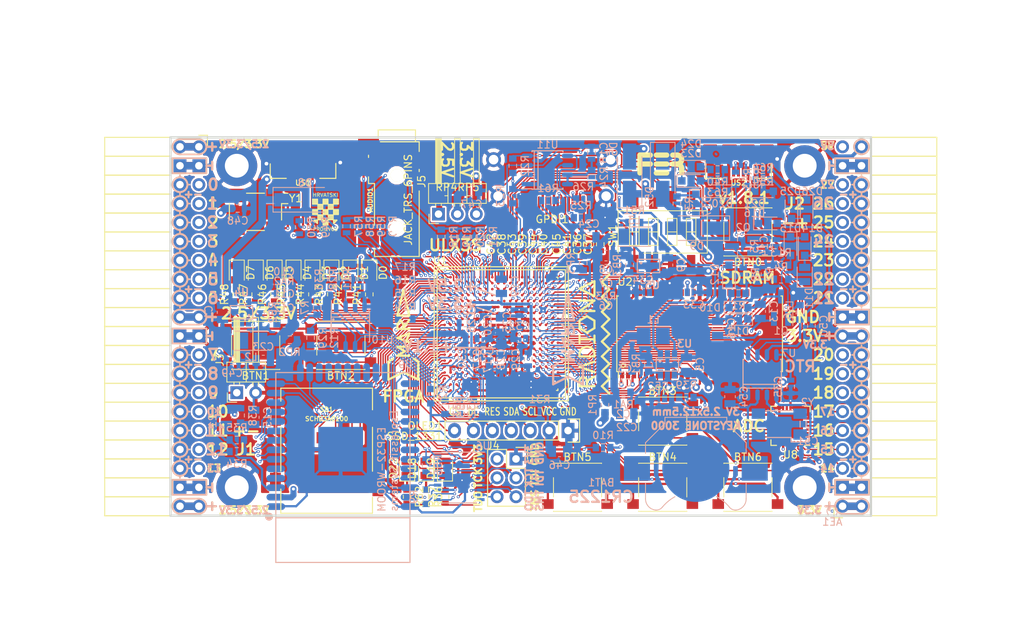
<source format=kicad_pcb>
(kicad_pcb (version 20171130) (host pcbnew 5.0.0-rc2-dev-unknown+dfsg1+20180318-2)

  (general
    (thickness 1.6)
    (drawings 483)
    (tracks 4809)
    (zones 0)
    (modules 206)
    (nets 316)
  )

  (page A4)
  (layers
    (0 F.Cu signal)
    (1 In1.Cu signal)
    (2 In2.Cu signal)
    (31 B.Cu signal)
    (32 B.Adhes user)
    (33 F.Adhes user)
    (34 B.Paste user)
    (35 F.Paste user)
    (36 B.SilkS user)
    (37 F.SilkS user)
    (38 B.Mask user)
    (39 F.Mask user)
    (40 Dwgs.User user)
    (41 Cmts.User user)
    (42 Eco1.User user)
    (43 Eco2.User user)
    (44 Edge.Cuts user)
    (45 Margin user)
    (46 B.CrtYd user)
    (47 F.CrtYd user)
    (48 B.Fab user)
    (49 F.Fab user)
  )

  (setup
    (last_trace_width 0.3)
    (trace_clearance 0.127)
    (zone_clearance 0.127)
    (zone_45_only no)
    (trace_min 0.127)
    (segment_width 0.2)
    (edge_width 0.2)
    (via_size 0.4)
    (via_drill 0.2)
    (via_min_size 0.4)
    (via_min_drill 0.2)
    (uvia_size 0.3)
    (uvia_drill 0.1)
    (uvias_allowed no)
    (uvia_min_size 0.2)
    (uvia_min_drill 0.1)
    (pcb_text_width 0.3)
    (pcb_text_size 1.5 1.5)
    (mod_edge_width 0.15)
    (mod_text_size 1 1)
    (mod_text_width 0.15)
    (pad_size 0.3 0.3)
    (pad_drill 0)
    (pad_to_mask_clearance 0.05)
    (aux_axis_origin 94.1 112.22)
    (grid_origin 93.48 113)
    (visible_elements 7FFFFFFF)
    (pcbplotparams
      (layerselection 0x310fc_ffffffff)
      (usegerberextensions true)
      (usegerberattributes false)
      (usegerberadvancedattributes false)
      (creategerberjobfile false)
      (excludeedgelayer true)
      (linewidth 0.100000)
      (plotframeref false)
      (viasonmask false)
      (mode 1)
      (useauxorigin false)
      (hpglpennumber 1)
      (hpglpenspeed 20)
      (hpglpendiameter 15)
      (psnegative false)
      (psa4output false)
      (plotreference true)
      (plotvalue true)
      (plotinvisibletext false)
      (padsonsilk false)
      (subtractmaskfromsilk false)
      (outputformat 1)
      (mirror false)
      (drillshape 0)
      (scaleselection 1)
      (outputdirectory plot))
  )

  (net 0 "")
  (net 1 GND)
  (net 2 +5V)
  (net 3 /gpio/IN5V)
  (net 4 /gpio/OUT5V)
  (net 5 +3V3)
  (net 6 BTN_D)
  (net 7 BTN_F1)
  (net 8 BTN_F2)
  (net 9 BTN_L)
  (net 10 BTN_R)
  (net 11 BTN_U)
  (net 12 /power/FB1)
  (net 13 +2V5)
  (net 14 /power/PWREN)
  (net 15 /power/FB3)
  (net 16 /power/FB2)
  (net 17 "Net-(D9-Pad1)")
  (net 18 /power/VBAT)
  (net 19 JTAG_TDI)
  (net 20 JTAG_TCK)
  (net 21 JTAG_TMS)
  (net 22 JTAG_TDO)
  (net 23 /power/WAKEUPn)
  (net 24 /power/WKUP)
  (net 25 /power/SHUT)
  (net 26 /power/WAKE)
  (net 27 /power/HOLD)
  (net 28 /power/WKn)
  (net 29 /power/OSCI_32k)
  (net 30 /power/OSCO_32k)
  (net 31 "Net-(Q2-Pad3)")
  (net 32 SHUTDOWN)
  (net 33 /analog/AUDIO_L)
  (net 34 /analog/AUDIO_R)
  (net 35 GPDI_SDA)
  (net 36 GPDI_SCL)
  (net 37 /gpdi/VREF2)
  (net 38 SD_CMD)
  (net 39 SD_CLK)
  (net 40 SD_D0)
  (net 41 SD_D1)
  (net 42 USB5V)
  (net 43 GPDI_CEC)
  (net 44 nRESET)
  (net 45 FTDI_nDTR)
  (net 46 SDRAM_CKE)
  (net 47 SDRAM_A7)
  (net 48 SDRAM_D15)
  (net 49 SDRAM_BA1)
  (net 50 SDRAM_D7)
  (net 51 SDRAM_A6)
  (net 52 SDRAM_CLK)
  (net 53 SDRAM_D13)
  (net 54 SDRAM_BA0)
  (net 55 SDRAM_D6)
  (net 56 SDRAM_A5)
  (net 57 SDRAM_D14)
  (net 58 SDRAM_A11)
  (net 59 SDRAM_D12)
  (net 60 SDRAM_D5)
  (net 61 SDRAM_A4)
  (net 62 SDRAM_A10)
  (net 63 SDRAM_D11)
  (net 64 SDRAM_A3)
  (net 65 SDRAM_D4)
  (net 66 SDRAM_D10)
  (net 67 SDRAM_D9)
  (net 68 SDRAM_A9)
  (net 69 SDRAM_D3)
  (net 70 SDRAM_D8)
  (net 71 SDRAM_A8)
  (net 72 SDRAM_A2)
  (net 73 SDRAM_A1)
  (net 74 SDRAM_A0)
  (net 75 SDRAM_D2)
  (net 76 SDRAM_D1)
  (net 77 SDRAM_D0)
  (net 78 SDRAM_DQM0)
  (net 79 SDRAM_nCS)
  (net 80 SDRAM_nRAS)
  (net 81 SDRAM_DQM1)
  (net 82 SDRAM_nCAS)
  (net 83 SDRAM_nWE)
  (net 84 /flash/FLASH_nWP)
  (net 85 /flash/FLASH_nHOLD)
  (net 86 /flash/FLASH_MOSI)
  (net 87 /flash/FLASH_MISO)
  (net 88 /flash/FLASH_SCK)
  (net 89 /flash/FLASH_nCS)
  (net 90 /flash/FPGA_PROGRAMN)
  (net 91 /flash/FPGA_DONE)
  (net 92 /flash/FPGA_INITN)
  (net 93 OLED_RES)
  (net 94 OLED_DC)
  (net 95 OLED_CS)
  (net 96 WIFI_EN)
  (net 97 FTDI_nRTS)
  (net 98 FTDI_TXD)
  (net 99 FTDI_RXD)
  (net 100 WIFI_RXD)
  (net 101 WIFI_GPIO0)
  (net 102 WIFI_TXD)
  (net 103 USB_FTDI_D+)
  (net 104 USB_FTDI_D-)
  (net 105 SD_D3)
  (net 106 AUDIO_L3)
  (net 107 AUDIO_L2)
  (net 108 AUDIO_L1)
  (net 109 AUDIO_L0)
  (net 110 AUDIO_R3)
  (net 111 AUDIO_R2)
  (net 112 AUDIO_R1)
  (net 113 AUDIO_R0)
  (net 114 OLED_CLK)
  (net 115 OLED_MOSI)
  (net 116 LED0)
  (net 117 LED1)
  (net 118 LED2)
  (net 119 LED3)
  (net 120 LED4)
  (net 121 LED5)
  (net 122 LED6)
  (net 123 LED7)
  (net 124 BTN_PWRn)
  (net 125 FTDI_nTXLED)
  (net 126 FTDI_nSLEEP)
  (net 127 /blinkey/LED_PWREN)
  (net 128 /blinkey/LED_TXLED)
  (net 129 /sdcard/SD3V3)
  (net 130 SD_D2)
  (net 131 CLK_25MHz)
  (net 132 /blinkey/BTNPUL)
  (net 133 /blinkey/BTNPUR)
  (net 134 USB_FPGA_D+)
  (net 135 /power/FTDI_nSUSPEND)
  (net 136 /blinkey/ALED0)
  (net 137 /blinkey/ALED1)
  (net 138 /blinkey/ALED2)
  (net 139 /blinkey/ALED3)
  (net 140 /blinkey/ALED4)
  (net 141 /blinkey/ALED5)
  (net 142 /blinkey/ALED6)
  (net 143 /blinkey/ALED7)
  (net 144 /usb/FTD-)
  (net 145 /usb/FTD+)
  (net 146 ADC_MISO)
  (net 147 ADC_MOSI)
  (net 148 ADC_CSn)
  (net 149 ADC_SCLK)
  (net 150 SW3)
  (net 151 SW2)
  (net 152 SW1)
  (net 153 USB_FPGA_D-)
  (net 154 /usb/FPD+)
  (net 155 /usb/FPD-)
  (net 156 WIFI_GPIO16)
  (net 157 /usb/ANT_433MHz)
  (net 158 /power/PWRBTn)
  (net 159 PROG_DONE)
  (net 160 /power/P3V3)
  (net 161 /power/P2V5)
  (net 162 /power/L1)
  (net 163 /power/L3)
  (net 164 /power/L2)
  (net 165 FTDI_TXDEN)
  (net 166 SDRAM_A12)
  (net 167 /analog/AUDIO_V)
  (net 168 AUDIO_V3)
  (net 169 AUDIO_V2)
  (net 170 AUDIO_V1)
  (net 171 AUDIO_V0)
  (net 172 /blinkey/LED_WIFI)
  (net 173 /power/P1V1)
  (net 174 +1V1)
  (net 175 SW4)
  (net 176 /blinkey/SWPU)
  (net 177 /wifi/WIFIEN)
  (net 178 FT2V5)
  (net 179 GN0)
  (net 180 GP0)
  (net 181 GN1)
  (net 182 GP1)
  (net 183 GN2)
  (net 184 GP2)
  (net 185 GN3)
  (net 186 GP3)
  (net 187 GN4)
  (net 188 GP4)
  (net 189 GN5)
  (net 190 GP5)
  (net 191 GN6)
  (net 192 GP6)
  (net 193 GN14)
  (net 194 GP14)
  (net 195 GN15)
  (net 196 GP15)
  (net 197 GN16)
  (net 198 GP16)
  (net 199 GN17)
  (net 200 GP17)
  (net 201 GN18)
  (net 202 GP18)
  (net 203 GN19)
  (net 204 GP19)
  (net 205 GN20)
  (net 206 GP20)
  (net 207 GN21)
  (net 208 GP21)
  (net 209 GN22)
  (net 210 GP22)
  (net 211 GN23)
  (net 212 GP23)
  (net 213 GN24)
  (net 214 GP24)
  (net 215 GN25)
  (net 216 GP25)
  (net 217 GN26)
  (net 218 GP26)
  (net 219 GN27)
  (net 220 GP27)
  (net 221 GN7)
  (net 222 GP7)
  (net 223 GN8)
  (net 224 GP8)
  (net 225 GN9)
  (net 226 GP9)
  (net 227 GN10)
  (net 228 GP10)
  (net 229 GN11)
  (net 230 GP11)
  (net 231 GN12)
  (net 232 GP12)
  (net 233 GN13)
  (net 234 GP13)
  (net 235 WIFI_GPIO5)
  (net 236 WIFI_GPIO17)
  (net 237 USB_FPGA_PULL_D+)
  (net 238 USB_FPGA_PULL_D-)
  (net 239 "Net-(D23-Pad2)")
  (net 240 "Net-(D24-Pad1)")
  (net 241 "Net-(D25-Pad2)")
  (net 242 "Net-(D26-Pad1)")
  (net 243 /gpdi/GPDI_ETH+)
  (net 244 FPDI_ETH+)
  (net 245 /gpdi/GPDI_ETH-)
  (net 246 FPDI_ETH-)
  (net 247 /gpdi/GPDI_D2-)
  (net 248 FPDI_D2-)
  (net 249 /gpdi/GPDI_D1-)
  (net 250 FPDI_D1-)
  (net 251 /gpdi/GPDI_D0-)
  (net 252 FPDI_D0-)
  (net 253 /gpdi/GPDI_CLK-)
  (net 254 FPDI_CLK-)
  (net 255 /gpdi/GPDI_D2+)
  (net 256 FPDI_D2+)
  (net 257 /gpdi/GPDI_D1+)
  (net 258 FPDI_D1+)
  (net 259 /gpdi/GPDI_D0+)
  (net 260 FPDI_D0+)
  (net 261 /gpdi/GPDI_CLK+)
  (net 262 FPDI_CLK+)
  (net 263 FPDI_SDA)
  (net 264 FPDI_SCL)
  (net 265 /gpdi/FPDI_CEC)
  (net 266 2V5_3V3)
  (net 267 "Net-(AUDIO1-Pad5)")
  (net 268 "Net-(AUDIO1-Pad6)")
  (net 269 "Net-(U1-PadA15)")
  (net 270 "Net-(U1-PadC9)")
  (net 271 "Net-(U1-PadD9)")
  (net 272 "Net-(U1-PadD10)")
  (net 273 "Net-(U1-PadD11)")
  (net 274 "Net-(U1-PadD12)")
  (net 275 "Net-(U1-PadE6)")
  (net 276 "Net-(U1-PadE9)")
  (net 277 "Net-(U1-PadE10)")
  (net 278 "Net-(U1-PadE11)")
  (net 279 "Net-(U1-PadJ4)")
  (net 280 "Net-(U1-PadJ5)")
  (net 281 "Net-(U1-PadK5)")
  (net 282 "Net-(U1-PadL5)")
  (net 283 "Net-(U1-PadM4)")
  (net 284 "Net-(U1-PadM5)")
  (net 285 SD_CD)
  (net 286 SD_WP)
  (net 287 "Net-(U1-PadR3)")
  (net 288 "Net-(U1-PadT16)")
  (net 289 "Net-(U1-PadW4)")
  (net 290 "Net-(U1-PadW5)")
  (net 291 "Net-(U1-PadW8)")
  (net 292 "Net-(U1-PadW9)")
  (net 293 "Net-(U1-PadW13)")
  (net 294 "Net-(U1-PadW14)")
  (net 295 "Net-(U1-PadW17)")
  (net 296 "Net-(U1-PadW18)")
  (net 297 FTDI_nRXLED)
  (net 298 "Net-(U8-Pad12)")
  (net 299 "Net-(U8-Pad25)")
  (net 300 "Net-(U9-Pad32)")
  (net 301 "Net-(U9-Pad22)")
  (net 302 "Net-(U9-Pad21)")
  (net 303 "Net-(U9-Pad20)")
  (net 304 "Net-(U9-Pad19)")
  (net 305 "Net-(U9-Pad18)")
  (net 306 "Net-(U9-Pad17)")
  (net 307 "Net-(U9-Pad12)")
  (net 308 "Net-(U9-Pad5)")
  (net 309 "Net-(U9-Pad4)")
  (net 310 "Net-(US1-Pad4)")
  (net 311 "Net-(US2-Pad4)")
  (net 312 "Net-(Y2-Pad3)")
  (net 313 "Net-(Y2-Pad2)")
  (net 314 "Net-(U1-PadK16)")
  (net 315 "Net-(U1-PadK17)")

  (net_class Default "This is the default net class."
    (clearance 0.127)
    (trace_width 0.3)
    (via_dia 0.4)
    (via_drill 0.2)
    (uvia_dia 0.3)
    (uvia_drill 0.1)
    (add_net +1V1)
    (add_net +2V5)
    (add_net +3V3)
    (add_net +5V)
    (add_net /analog/AUDIO_L)
    (add_net /analog/AUDIO_R)
    (add_net /analog/AUDIO_V)
    (add_net /blinkey/ALED0)
    (add_net /blinkey/ALED1)
    (add_net /blinkey/ALED2)
    (add_net /blinkey/ALED3)
    (add_net /blinkey/ALED4)
    (add_net /blinkey/ALED5)
    (add_net /blinkey/ALED6)
    (add_net /blinkey/ALED7)
    (add_net /blinkey/BTNPUL)
    (add_net /blinkey/BTNPUR)
    (add_net /blinkey/LED_PWREN)
    (add_net /blinkey/LED_TXLED)
    (add_net /blinkey/LED_WIFI)
    (add_net /blinkey/SWPU)
    (add_net /gpdi/FPDI_CEC)
    (add_net /gpdi/GPDI_CLK+)
    (add_net /gpdi/GPDI_CLK-)
    (add_net /gpdi/GPDI_D0+)
    (add_net /gpdi/GPDI_D0-)
    (add_net /gpdi/GPDI_D1+)
    (add_net /gpdi/GPDI_D1-)
    (add_net /gpdi/GPDI_D2+)
    (add_net /gpdi/GPDI_D2-)
    (add_net /gpdi/GPDI_ETH+)
    (add_net /gpdi/GPDI_ETH-)
    (add_net /gpdi/VREF2)
    (add_net /gpio/IN5V)
    (add_net /gpio/OUT5V)
    (add_net /power/FB1)
    (add_net /power/FB2)
    (add_net /power/FB3)
    (add_net /power/FTDI_nSUSPEND)
    (add_net /power/HOLD)
    (add_net /power/L1)
    (add_net /power/L2)
    (add_net /power/L3)
    (add_net /power/OSCI_32k)
    (add_net /power/OSCO_32k)
    (add_net /power/P1V1)
    (add_net /power/P2V5)
    (add_net /power/P3V3)
    (add_net /power/PWRBTn)
    (add_net /power/PWREN)
    (add_net /power/SHUT)
    (add_net /power/VBAT)
    (add_net /power/WAKE)
    (add_net /power/WAKEUPn)
    (add_net /power/WKUP)
    (add_net /power/WKn)
    (add_net /sdcard/SD3V3)
    (add_net /usb/ANT_433MHz)
    (add_net /usb/FPD+)
    (add_net /usb/FPD-)
    (add_net /usb/FTD+)
    (add_net /usb/FTD-)
    (add_net /wifi/WIFIEN)
    (add_net 2V5_3V3)
    (add_net FT2V5)
    (add_net FTDI_nRXLED)
    (add_net GND)
    (add_net "Net-(AUDIO1-Pad5)")
    (add_net "Net-(AUDIO1-Pad6)")
    (add_net "Net-(D23-Pad2)")
    (add_net "Net-(D24-Pad1)")
    (add_net "Net-(D25-Pad2)")
    (add_net "Net-(D26-Pad1)")
    (add_net "Net-(D9-Pad1)")
    (add_net "Net-(Q2-Pad3)")
    (add_net "Net-(U1-PadA15)")
    (add_net "Net-(U1-PadC9)")
    (add_net "Net-(U1-PadD10)")
    (add_net "Net-(U1-PadD11)")
    (add_net "Net-(U1-PadD12)")
    (add_net "Net-(U1-PadD9)")
    (add_net "Net-(U1-PadE10)")
    (add_net "Net-(U1-PadE11)")
    (add_net "Net-(U1-PadE6)")
    (add_net "Net-(U1-PadE9)")
    (add_net "Net-(U1-PadJ4)")
    (add_net "Net-(U1-PadJ5)")
    (add_net "Net-(U1-PadK16)")
    (add_net "Net-(U1-PadK17)")
    (add_net "Net-(U1-PadK5)")
    (add_net "Net-(U1-PadL5)")
    (add_net "Net-(U1-PadM4)")
    (add_net "Net-(U1-PadM5)")
    (add_net "Net-(U1-PadR3)")
    (add_net "Net-(U1-PadT16)")
    (add_net "Net-(U1-PadW13)")
    (add_net "Net-(U1-PadW14)")
    (add_net "Net-(U1-PadW17)")
    (add_net "Net-(U1-PadW18)")
    (add_net "Net-(U1-PadW4)")
    (add_net "Net-(U1-PadW5)")
    (add_net "Net-(U1-PadW8)")
    (add_net "Net-(U1-PadW9)")
    (add_net "Net-(U8-Pad12)")
    (add_net "Net-(U8-Pad25)")
    (add_net "Net-(U9-Pad12)")
    (add_net "Net-(U9-Pad17)")
    (add_net "Net-(U9-Pad18)")
    (add_net "Net-(U9-Pad19)")
    (add_net "Net-(U9-Pad20)")
    (add_net "Net-(U9-Pad21)")
    (add_net "Net-(U9-Pad22)")
    (add_net "Net-(U9-Pad32)")
    (add_net "Net-(U9-Pad4)")
    (add_net "Net-(U9-Pad5)")
    (add_net "Net-(US1-Pad4)")
    (add_net "Net-(US2-Pad4)")
    (add_net "Net-(Y2-Pad2)")
    (add_net "Net-(Y2-Pad3)")
    (add_net SD_CD)
    (add_net SD_WP)
    (add_net USB5V)
  )

  (net_class BGA ""
    (clearance 0.127)
    (trace_width 0.19)
    (via_dia 0.4)
    (via_drill 0.2)
    (uvia_dia 0.3)
    (uvia_drill 0.1)
    (add_net /flash/FLASH_MISO)
    (add_net /flash/FLASH_MOSI)
    (add_net /flash/FLASH_SCK)
    (add_net /flash/FLASH_nCS)
    (add_net /flash/FLASH_nHOLD)
    (add_net /flash/FLASH_nWP)
    (add_net /flash/FPGA_DONE)
    (add_net /flash/FPGA_INITN)
    (add_net /flash/FPGA_PROGRAMN)
    (add_net ADC_CSn)
    (add_net ADC_MISO)
    (add_net ADC_MOSI)
    (add_net ADC_SCLK)
    (add_net AUDIO_L0)
    (add_net AUDIO_L1)
    (add_net AUDIO_L2)
    (add_net AUDIO_L3)
    (add_net AUDIO_R0)
    (add_net AUDIO_R1)
    (add_net AUDIO_R2)
    (add_net AUDIO_R3)
    (add_net AUDIO_V0)
    (add_net AUDIO_V1)
    (add_net AUDIO_V2)
    (add_net AUDIO_V3)
    (add_net BTN_D)
    (add_net BTN_F1)
    (add_net BTN_F2)
    (add_net BTN_L)
    (add_net BTN_PWRn)
    (add_net BTN_R)
    (add_net BTN_U)
    (add_net CLK_25MHz)
    (add_net FPDI_CLK+)
    (add_net FPDI_CLK-)
    (add_net FPDI_D0+)
    (add_net FPDI_D0-)
    (add_net FPDI_D1+)
    (add_net FPDI_D1-)
    (add_net FPDI_D2+)
    (add_net FPDI_D2-)
    (add_net FPDI_ETH+)
    (add_net FPDI_ETH-)
    (add_net FPDI_SCL)
    (add_net FPDI_SDA)
    (add_net FTDI_RXD)
    (add_net FTDI_TXD)
    (add_net FTDI_TXDEN)
    (add_net FTDI_nDTR)
    (add_net FTDI_nRTS)
    (add_net FTDI_nSLEEP)
    (add_net FTDI_nTXLED)
    (add_net GN0)
    (add_net GN1)
    (add_net GN10)
    (add_net GN11)
    (add_net GN12)
    (add_net GN13)
    (add_net GN14)
    (add_net GN15)
    (add_net GN16)
    (add_net GN17)
    (add_net GN18)
    (add_net GN19)
    (add_net GN2)
    (add_net GN20)
    (add_net GN21)
    (add_net GN22)
    (add_net GN23)
    (add_net GN24)
    (add_net GN25)
    (add_net GN26)
    (add_net GN27)
    (add_net GN3)
    (add_net GN4)
    (add_net GN5)
    (add_net GN6)
    (add_net GN7)
    (add_net GN8)
    (add_net GN9)
    (add_net GP0)
    (add_net GP1)
    (add_net GP10)
    (add_net GP11)
    (add_net GP12)
    (add_net GP13)
    (add_net GP14)
    (add_net GP15)
    (add_net GP16)
    (add_net GP17)
    (add_net GP18)
    (add_net GP19)
    (add_net GP2)
    (add_net GP20)
    (add_net GP21)
    (add_net GP22)
    (add_net GP23)
    (add_net GP24)
    (add_net GP25)
    (add_net GP26)
    (add_net GP27)
    (add_net GP3)
    (add_net GP4)
    (add_net GP5)
    (add_net GP6)
    (add_net GP7)
    (add_net GP8)
    (add_net GP9)
    (add_net GPDI_CEC)
    (add_net GPDI_SCL)
    (add_net GPDI_SDA)
    (add_net JTAG_TCK)
    (add_net JTAG_TDI)
    (add_net JTAG_TDO)
    (add_net JTAG_TMS)
    (add_net LED0)
    (add_net LED1)
    (add_net LED2)
    (add_net LED3)
    (add_net LED4)
    (add_net LED5)
    (add_net LED6)
    (add_net LED7)
    (add_net OLED_CLK)
    (add_net OLED_CS)
    (add_net OLED_DC)
    (add_net OLED_MOSI)
    (add_net OLED_RES)
    (add_net PROG_DONE)
    (add_net SDRAM_A0)
    (add_net SDRAM_A1)
    (add_net SDRAM_A10)
    (add_net SDRAM_A11)
    (add_net SDRAM_A12)
    (add_net SDRAM_A2)
    (add_net SDRAM_A3)
    (add_net SDRAM_A4)
    (add_net SDRAM_A5)
    (add_net SDRAM_A6)
    (add_net SDRAM_A7)
    (add_net SDRAM_A8)
    (add_net SDRAM_A9)
    (add_net SDRAM_BA0)
    (add_net SDRAM_BA1)
    (add_net SDRAM_CKE)
    (add_net SDRAM_CLK)
    (add_net SDRAM_D0)
    (add_net SDRAM_D1)
    (add_net SDRAM_D10)
    (add_net SDRAM_D11)
    (add_net SDRAM_D12)
    (add_net SDRAM_D13)
    (add_net SDRAM_D14)
    (add_net SDRAM_D15)
    (add_net SDRAM_D2)
    (add_net SDRAM_D3)
    (add_net SDRAM_D4)
    (add_net SDRAM_D5)
    (add_net SDRAM_D6)
    (add_net SDRAM_D7)
    (add_net SDRAM_D8)
    (add_net SDRAM_D9)
    (add_net SDRAM_DQM0)
    (add_net SDRAM_DQM1)
    (add_net SDRAM_nCAS)
    (add_net SDRAM_nCS)
    (add_net SDRAM_nRAS)
    (add_net SDRAM_nWE)
    (add_net SD_CLK)
    (add_net SD_CMD)
    (add_net SD_D0)
    (add_net SD_D1)
    (add_net SD_D2)
    (add_net SD_D3)
    (add_net SHUTDOWN)
    (add_net SW1)
    (add_net SW2)
    (add_net SW3)
    (add_net SW4)
    (add_net USB_FPGA_D+)
    (add_net USB_FPGA_D-)
    (add_net USB_FPGA_PULL_D+)
    (add_net USB_FPGA_PULL_D-)
    (add_net USB_FTDI_D+)
    (add_net USB_FTDI_D-)
    (add_net WIFI_EN)
    (add_net WIFI_GPIO0)
    (add_net WIFI_GPIO16)
    (add_net WIFI_GPIO17)
    (add_net WIFI_GPIO5)
    (add_net WIFI_RXD)
    (add_net WIFI_TXD)
    (add_net nRESET)
  )

  (net_class Minimal ""
    (clearance 0.127)
    (trace_width 0.127)
    (via_dia 0.4)
    (via_drill 0.2)
    (uvia_dia 0.3)
    (uvia_drill 0.1)
  )

  (module Socket_Strips:Socket_Strip_Angled_2x20 (layer F.Cu) (tedit 5A2B354F) (tstamp 58E6BE3D)
    (at 97.91 62.69 270)
    (descr "Through hole socket strip")
    (tags "socket strip")
    (path /56AC389C/58E6B835)
    (fp_text reference J1 (at 40.64 -6.35) (layer F.SilkS)
      (effects (font (size 1.5 1.5) (thickness 0.3)))
    )
    (fp_text value CONN_02X20 (at 0 -2.6 270) (layer F.Fab) hide
      (effects (font (size 1 1) (thickness 0.15)))
    )
    (fp_line (start -1.75 -1.35) (end -1.75 13.15) (layer F.CrtYd) (width 0.05))
    (fp_line (start 50.05 -1.35) (end 50.05 13.15) (layer F.CrtYd) (width 0.05))
    (fp_line (start -1.75 -1.35) (end 50.05 -1.35) (layer F.CrtYd) (width 0.05))
    (fp_line (start -1.75 13.15) (end 50.05 13.15) (layer F.CrtYd) (width 0.05))
    (fp_line (start 49.53 12.64) (end 49.53 3.81) (layer F.SilkS) (width 0.15))
    (fp_line (start 46.99 12.64) (end 49.53 12.64) (layer F.SilkS) (width 0.15))
    (fp_line (start 46.99 3.81) (end 49.53 3.81) (layer F.SilkS) (width 0.15))
    (fp_line (start 49.53 3.81) (end 49.53 12.64) (layer F.SilkS) (width 0.15))
    (fp_line (start 46.99 3.81) (end 46.99 12.64) (layer F.SilkS) (width 0.15))
    (fp_line (start 44.45 3.81) (end 46.99 3.81) (layer F.SilkS) (width 0.15))
    (fp_line (start 44.45 12.64) (end 46.99 12.64) (layer F.SilkS) (width 0.15))
    (fp_line (start 46.99 12.64) (end 46.99 3.81) (layer F.SilkS) (width 0.15))
    (fp_line (start 29.21 12.64) (end 29.21 3.81) (layer F.SilkS) (width 0.15))
    (fp_line (start 26.67 12.64) (end 29.21 12.64) (layer F.SilkS) (width 0.15))
    (fp_line (start 26.67 3.81) (end 29.21 3.81) (layer F.SilkS) (width 0.15))
    (fp_line (start 29.21 3.81) (end 29.21 12.64) (layer F.SilkS) (width 0.15))
    (fp_line (start 31.75 3.81) (end 31.75 12.64) (layer F.SilkS) (width 0.15))
    (fp_line (start 29.21 3.81) (end 31.75 3.81) (layer F.SilkS) (width 0.15))
    (fp_line (start 29.21 12.64) (end 31.75 12.64) (layer F.SilkS) (width 0.15))
    (fp_line (start 31.75 12.64) (end 31.75 3.81) (layer F.SilkS) (width 0.15))
    (fp_line (start 44.45 12.64) (end 44.45 3.81) (layer F.SilkS) (width 0.15))
    (fp_line (start 41.91 12.64) (end 44.45 12.64) (layer F.SilkS) (width 0.15))
    (fp_line (start 41.91 3.81) (end 44.45 3.81) (layer F.SilkS) (width 0.15))
    (fp_line (start 44.45 3.81) (end 44.45 12.64) (layer F.SilkS) (width 0.15))
    (fp_line (start 41.91 3.81) (end 41.91 12.64) (layer F.SilkS) (width 0.15))
    (fp_line (start 39.37 3.81) (end 41.91 3.81) (layer F.SilkS) (width 0.15))
    (fp_line (start 39.37 12.64) (end 41.91 12.64) (layer F.SilkS) (width 0.15))
    (fp_line (start 41.91 12.64) (end 41.91 3.81) (layer F.SilkS) (width 0.15))
    (fp_line (start 39.37 12.64) (end 39.37 3.81) (layer F.SilkS) (width 0.15))
    (fp_line (start 36.83 12.64) (end 39.37 12.64) (layer F.SilkS) (width 0.15))
    (fp_line (start 36.83 3.81) (end 39.37 3.81) (layer F.SilkS) (width 0.15))
    (fp_line (start 39.37 3.81) (end 39.37 12.64) (layer F.SilkS) (width 0.15))
    (fp_line (start 36.83 3.81) (end 36.83 12.64) (layer F.SilkS) (width 0.15))
    (fp_line (start 34.29 3.81) (end 36.83 3.81) (layer F.SilkS) (width 0.15))
    (fp_line (start 34.29 12.64) (end 36.83 12.64) (layer F.SilkS) (width 0.15))
    (fp_line (start 36.83 12.64) (end 36.83 3.81) (layer F.SilkS) (width 0.15))
    (fp_line (start 34.29 12.64) (end 34.29 3.81) (layer F.SilkS) (width 0.15))
    (fp_line (start 31.75 12.64) (end 34.29 12.64) (layer F.SilkS) (width 0.15))
    (fp_line (start 31.75 3.81) (end 34.29 3.81) (layer F.SilkS) (width 0.15))
    (fp_line (start 34.29 3.81) (end 34.29 12.64) (layer F.SilkS) (width 0.15))
    (fp_line (start 16.51 3.81) (end 16.51 12.64) (layer F.SilkS) (width 0.15))
    (fp_line (start 13.97 3.81) (end 16.51 3.81) (layer F.SilkS) (width 0.15))
    (fp_line (start 13.97 12.64) (end 16.51 12.64) (layer F.SilkS) (width 0.15))
    (fp_line (start 16.51 12.64) (end 16.51 3.81) (layer F.SilkS) (width 0.15))
    (fp_line (start 19.05 12.64) (end 19.05 3.81) (layer F.SilkS) (width 0.15))
    (fp_line (start 16.51 12.64) (end 19.05 12.64) (layer F.SilkS) (width 0.15))
    (fp_line (start 16.51 3.81) (end 19.05 3.81) (layer F.SilkS) (width 0.15))
    (fp_line (start 19.05 3.81) (end 19.05 12.64) (layer F.SilkS) (width 0.15))
    (fp_line (start 21.59 3.81) (end 21.59 12.64) (layer F.SilkS) (width 0.15))
    (fp_line (start 19.05 3.81) (end 21.59 3.81) (layer F.SilkS) (width 0.15))
    (fp_line (start 19.05 12.64) (end 21.59 12.64) (layer F.SilkS) (width 0.15))
    (fp_line (start 21.59 12.64) (end 21.59 3.81) (layer F.SilkS) (width 0.15))
    (fp_line (start 24.13 12.64) (end 24.13 3.81) (layer F.SilkS) (width 0.15))
    (fp_line (start 21.59 12.64) (end 24.13 12.64) (layer F.SilkS) (width 0.15))
    (fp_line (start 21.59 3.81) (end 24.13 3.81) (layer F.SilkS) (width 0.15))
    (fp_line (start 24.13 3.81) (end 24.13 12.64) (layer F.SilkS) (width 0.15))
    (fp_line (start 26.67 3.81) (end 26.67 12.64) (layer F.SilkS) (width 0.15))
    (fp_line (start 24.13 3.81) (end 26.67 3.81) (layer F.SilkS) (width 0.15))
    (fp_line (start 24.13 12.64) (end 26.67 12.64) (layer F.SilkS) (width 0.15))
    (fp_line (start 26.67 12.64) (end 26.67 3.81) (layer F.SilkS) (width 0.15))
    (fp_line (start 13.97 12.64) (end 13.97 3.81) (layer F.SilkS) (width 0.15))
    (fp_line (start 11.43 12.64) (end 13.97 12.64) (layer F.SilkS) (width 0.15))
    (fp_line (start 11.43 3.81) (end 13.97 3.81) (layer F.SilkS) (width 0.15))
    (fp_line (start 13.97 3.81) (end 13.97 12.64) (layer F.SilkS) (width 0.15))
    (fp_line (start 11.43 3.81) (end 11.43 12.64) (layer F.SilkS) (width 0.15))
    (fp_line (start 8.89 3.81) (end 11.43 3.81) (layer F.SilkS) (width 0.15))
    (fp_line (start 8.89 12.64) (end 11.43 12.64) (layer F.SilkS) (width 0.15))
    (fp_line (start 11.43 12.64) (end 11.43 3.81) (layer F.SilkS) (width 0.15))
    (fp_line (start 8.89 12.64) (end 8.89 3.81) (layer F.SilkS) (width 0.15))
    (fp_line (start 6.35 12.64) (end 8.89 12.64) (layer F.SilkS) (width 0.15))
    (fp_line (start 6.35 3.81) (end 8.89 3.81) (layer F.SilkS) (width 0.15))
    (fp_line (start 8.89 3.81) (end 8.89 12.64) (layer F.SilkS) (width 0.15))
    (fp_line (start 6.35 3.81) (end 6.35 12.64) (layer F.SilkS) (width 0.15))
    (fp_line (start 3.81 3.81) (end 6.35 3.81) (layer F.SilkS) (width 0.15))
    (fp_line (start 3.81 12.64) (end 6.35 12.64) (layer F.SilkS) (width 0.15))
    (fp_line (start 6.35 12.64) (end 6.35 3.81) (layer F.SilkS) (width 0.15))
    (fp_line (start 3.81 12.64) (end 3.81 3.81) (layer F.SilkS) (width 0.15))
    (fp_line (start 1.27 12.64) (end 3.81 12.64) (layer F.SilkS) (width 0.15))
    (fp_line (start 1.27 3.81) (end 3.81 3.81) (layer F.SilkS) (width 0.15))
    (fp_line (start 3.81 3.81) (end 3.81 12.64) (layer F.SilkS) (width 0.15))
    (fp_line (start 1.27 3.81) (end 1.27 12.64) (layer F.SilkS) (width 0.15))
    (fp_line (start -1.27 3.81) (end 1.27 3.81) (layer F.SilkS) (width 0.15))
    (fp_line (start 0 -1.15) (end -1.55 -1.15) (layer F.SilkS) (width 0.15))
    (fp_line (start -1.55 -1.15) (end -1.55 0) (layer F.SilkS) (width 0.15))
    (fp_line (start -1.27 3.81) (end -1.27 12.64) (layer F.SilkS) (width 0.15))
    (fp_line (start -1.27 12.64) (end 1.27 12.64) (layer F.SilkS) (width 0.15))
    (fp_line (start 1.27 12.64) (end 1.27 3.81) (layer F.SilkS) (width 0.15))
    (pad 1 thru_hole oval (at 0 0 270) (size 1.7272 1.7272) (drill 1.016) (layers *.Cu *.Mask)
      (net 266 2V5_3V3))
    (pad 2 thru_hole oval (at 0 2.54 270) (size 1.7272 1.7272) (drill 1.016) (layers *.Cu *.Mask)
      (net 266 2V5_3V3))
    (pad 3 thru_hole rect (at 2.54 0 270) (size 1.7272 1.7272) (drill 1.016) (layers *.Cu *.Mask)
      (net 1 GND))
    (pad 4 thru_hole rect (at 2.54 2.54 270) (size 1.7272 1.7272) (drill 1.016) (layers *.Cu *.Mask)
      (net 1 GND))
    (pad 5 thru_hole oval (at 5.08 0 270) (size 1.7272 1.7272) (drill 1.016) (layers *.Cu *.Mask)
      (net 179 GN0))
    (pad 6 thru_hole oval (at 5.08 2.54 270) (size 1.7272 1.7272) (drill 1.016) (layers *.Cu *.Mask)
      (net 180 GP0))
    (pad 7 thru_hole oval (at 7.62 0 270) (size 1.7272 1.7272) (drill 1.016) (layers *.Cu *.Mask)
      (net 181 GN1))
    (pad 8 thru_hole oval (at 7.62 2.54 270) (size 1.7272 1.7272) (drill 1.016) (layers *.Cu *.Mask)
      (net 182 GP1))
    (pad 9 thru_hole oval (at 10.16 0 270) (size 1.7272 1.7272) (drill 1.016) (layers *.Cu *.Mask)
      (net 183 GN2))
    (pad 10 thru_hole oval (at 10.16 2.54 270) (size 1.7272 1.7272) (drill 1.016) (layers *.Cu *.Mask)
      (net 184 GP2))
    (pad 11 thru_hole oval (at 12.7 0 270) (size 1.7272 1.7272) (drill 1.016) (layers *.Cu *.Mask)
      (net 185 GN3))
    (pad 12 thru_hole oval (at 12.7 2.54 270) (size 1.7272 1.7272) (drill 1.016) (layers *.Cu *.Mask)
      (net 186 GP3))
    (pad 13 thru_hole oval (at 15.24 0 270) (size 1.7272 1.7272) (drill 1.016) (layers *.Cu *.Mask)
      (net 187 GN4))
    (pad 14 thru_hole oval (at 15.24 2.54 270) (size 1.7272 1.7272) (drill 1.016) (layers *.Cu *.Mask)
      (net 188 GP4))
    (pad 15 thru_hole oval (at 17.78 0 270) (size 1.7272 1.7272) (drill 1.016) (layers *.Cu *.Mask)
      (net 189 GN5))
    (pad 16 thru_hole oval (at 17.78 2.54 270) (size 1.7272 1.7272) (drill 1.016) (layers *.Cu *.Mask)
      (net 190 GP5))
    (pad 17 thru_hole oval (at 20.32 0 270) (size 1.7272 1.7272) (drill 1.016) (layers *.Cu *.Mask)
      (net 191 GN6))
    (pad 18 thru_hole oval (at 20.32 2.54 270) (size 1.7272 1.7272) (drill 1.016) (layers *.Cu *.Mask)
      (net 192 GP6))
    (pad 19 thru_hole oval (at 22.86 0 270) (size 1.7272 1.7272) (drill 1.016) (layers *.Cu *.Mask)
      (net 266 2V5_3V3))
    (pad 20 thru_hole oval (at 22.86 2.54 270) (size 1.7272 1.7272) (drill 1.016) (layers *.Cu *.Mask)
      (net 266 2V5_3V3))
    (pad 21 thru_hole rect (at 25.4 0 270) (size 1.7272 1.7272) (drill 1.016) (layers *.Cu *.Mask)
      (net 1 GND))
    (pad 22 thru_hole rect (at 25.4 2.54 270) (size 1.7272 1.7272) (drill 1.016) (layers *.Cu *.Mask)
      (net 1 GND))
    (pad 23 thru_hole oval (at 27.94 0 270) (size 1.7272 1.7272) (drill 1.016) (layers *.Cu *.Mask)
      (net 221 GN7))
    (pad 24 thru_hole oval (at 27.94 2.54 270) (size 1.7272 1.7272) (drill 1.016) (layers *.Cu *.Mask)
      (net 222 GP7))
    (pad 25 thru_hole oval (at 30.48 0 270) (size 1.7272 1.7272) (drill 1.016) (layers *.Cu *.Mask)
      (net 223 GN8))
    (pad 26 thru_hole oval (at 30.48 2.54 270) (size 1.7272 1.7272) (drill 1.016) (layers *.Cu *.Mask)
      (net 224 GP8))
    (pad 27 thru_hole oval (at 33.02 0 270) (size 1.7272 1.7272) (drill 1.016) (layers *.Cu *.Mask)
      (net 225 GN9))
    (pad 28 thru_hole oval (at 33.02 2.54 270) (size 1.7272 1.7272) (drill 1.016) (layers *.Cu *.Mask)
      (net 226 GP9))
    (pad 29 thru_hole oval (at 35.56 0 270) (size 1.7272 1.7272) (drill 1.016) (layers *.Cu *.Mask)
      (net 227 GN10))
    (pad 30 thru_hole oval (at 35.56 2.54 270) (size 1.7272 1.7272) (drill 1.016) (layers *.Cu *.Mask)
      (net 228 GP10))
    (pad 31 thru_hole oval (at 38.1 0 270) (size 1.7272 1.7272) (drill 1.016) (layers *.Cu *.Mask)
      (net 229 GN11))
    (pad 32 thru_hole oval (at 38.1 2.54 270) (size 1.7272 1.7272) (drill 1.016) (layers *.Cu *.Mask)
      (net 230 GP11))
    (pad 33 thru_hole oval (at 40.64 0 270) (size 1.7272 1.7272) (drill 1.016) (layers *.Cu *.Mask)
      (net 231 GN12))
    (pad 34 thru_hole oval (at 40.64 2.54 270) (size 1.7272 1.7272) (drill 1.016) (layers *.Cu *.Mask)
      (net 232 GP12))
    (pad 35 thru_hole oval (at 43.18 0 270) (size 1.7272 1.7272) (drill 1.016) (layers *.Cu *.Mask)
      (net 233 GN13))
    (pad 36 thru_hole oval (at 43.18 2.54 270) (size 1.7272 1.7272) (drill 1.016) (layers *.Cu *.Mask)
      (net 234 GP13))
    (pad 37 thru_hole rect (at 45.72 0 270) (size 1.7272 1.7272) (drill 1.016) (layers *.Cu *.Mask)
      (net 1 GND))
    (pad 38 thru_hole rect (at 45.72 2.54 270) (size 1.7272 1.7272) (drill 1.016) (layers *.Cu *.Mask)
      (net 1 GND))
    (pad 39 thru_hole oval (at 48.26 0 270) (size 1.7272 1.7272) (drill 1.016) (layers *.Cu *.Mask)
      (net 266 2V5_3V3))
    (pad 40 thru_hole oval (at 48.26 2.54 270) (size 1.7272 1.7272) (drill 1.016) (layers *.Cu *.Mask)
      (net 266 2V5_3V3))
    (model Socket_Strips.3dshapes/Socket_Strip_Angled_2x20.wrl
      (offset (xyz 24.12999963760376 -1.269999980926514 0))
      (scale (xyz 1 1 1))
      (rotate (xyz 0 0 180))
    )
  )

  (module TSOT-25:TSOT-25 (layer B.Cu) (tedit 59CD7E8F) (tstamp 58D5976E)
    (at 160.775 91.9)
    (path /58D51CAD/5AF563F3)
    (attr smd)
    (fp_text reference U3 (at 2.301 -2.776) (layer B.SilkS)
      (effects (font (size 1 1) (thickness 0.2)) (justify mirror))
    )
    (fp_text value TLV62569DBV (at 0 2.286) (layer B.Fab)
      (effects (font (size 0.4 0.4) (thickness 0.1)) (justify mirror))
    )
    (fp_circle (center -1 -0.4) (end -0.95 -0.5) (layer B.SilkS) (width 0.15))
    (fp_line (start -1.5 0.9) (end 1.5 0.9) (layer B.SilkS) (width 0.15))
    (fp_line (start 1.5 0.9) (end 1.5 -0.9) (layer B.SilkS) (width 0.15))
    (fp_line (start 1.5 -0.9) (end -1.5 -0.9) (layer B.SilkS) (width 0.15))
    (fp_line (start -1.5 -0.9) (end -1.5 0.9) (layer B.SilkS) (width 0.15))
    (pad 1 smd rect (at -0.95 -1.3) (size 0.7 1.2) (layers B.Cu B.Paste B.Mask)
      (net 14 /power/PWREN))
    (pad 2 smd rect (at 0 -1.3) (size 0.7 1.2) (layers B.Cu B.Paste B.Mask)
      (net 1 GND))
    (pad 3 smd rect (at 0.95 -1.3) (size 0.7 1.2) (layers B.Cu B.Paste B.Mask)
      (net 162 /power/L1))
    (pad 4 smd rect (at 0.95 1.3) (size 0.7 1.2) (layers B.Cu B.Paste B.Mask)
      (net 2 +5V))
    (pad 5 smd rect (at -0.95 1.3) (size 0.7 1.2) (layers B.Cu B.Paste B.Mask)
      (net 12 /power/FB1))
    (model ${KISYS3DMOD}/Package_TO_SOT_SMD.3dshapes/SOT-23-5.wrl
      (at (xyz 0 0 0))
      (scale (xyz 1 1 1))
      (rotate (xyz 0 0 -90))
    )
  )

  (module TSOT-25:TSOT-25 (layer B.Cu) (tedit 59CD7E82) (tstamp 58D599CD)
    (at 103.625 84.915 180)
    (path /58D51CAD/5AFCB5C1)
    (attr smd)
    (fp_text reference U4 (at 0 2.697 180) (layer B.SilkS)
      (effects (font (size 1 1) (thickness 0.2)) (justify mirror))
    )
    (fp_text value TLV62569DBV (at 0 2.443 180) (layer B.Fab)
      (effects (font (size 0.4 0.4) (thickness 0.1)) (justify mirror))
    )
    (fp_circle (center -1 -0.4) (end -0.95 -0.5) (layer B.SilkS) (width 0.15))
    (fp_line (start -1.5 0.9) (end 1.5 0.9) (layer B.SilkS) (width 0.15))
    (fp_line (start 1.5 0.9) (end 1.5 -0.9) (layer B.SilkS) (width 0.15))
    (fp_line (start 1.5 -0.9) (end -1.5 -0.9) (layer B.SilkS) (width 0.15))
    (fp_line (start -1.5 -0.9) (end -1.5 0.9) (layer B.SilkS) (width 0.15))
    (pad 1 smd rect (at -0.95 -1.3 180) (size 0.7 1.2) (layers B.Cu B.Paste B.Mask)
      (net 14 /power/PWREN))
    (pad 2 smd rect (at 0 -1.3 180) (size 0.7 1.2) (layers B.Cu B.Paste B.Mask)
      (net 1 GND))
    (pad 3 smd rect (at 0.95 -1.3 180) (size 0.7 1.2) (layers B.Cu B.Paste B.Mask)
      (net 164 /power/L2))
    (pad 4 smd rect (at 0.95 1.3 180) (size 0.7 1.2) (layers B.Cu B.Paste B.Mask)
      (net 2 +5V))
    (pad 5 smd rect (at -0.95 1.3 180) (size 0.7 1.2) (layers B.Cu B.Paste B.Mask)
      (net 16 /power/FB2))
    (model ${KISYS3DMOD}/Package_TO_SOT_SMD.3dshapes/SOT-23-5.wrl
      (at (xyz 0 0 0))
      (scale (xyz 1 1 1))
      (rotate (xyz 0 0 -90))
    )
  )

  (module TSOT-25:TSOT-25 (layer B.Cu) (tedit 59CD7D98) (tstamp 58D66E99)
    (at 158.235 78.692)
    (path /58D51CAD/5AFCC283)
    (attr smd)
    (fp_text reference U5 (at 0.523 2.558) (layer B.SilkS)
      (effects (font (size 1 1) (thickness 0.2)) (justify mirror))
    )
    (fp_text value TLV62569DBV (at 0 2.413) (layer B.Fab)
      (effects (font (size 0.4 0.4) (thickness 0.1)) (justify mirror))
    )
    (fp_circle (center -1 -0.4) (end -0.95 -0.5) (layer B.SilkS) (width 0.15))
    (fp_line (start -1.5 0.9) (end 1.5 0.9) (layer B.SilkS) (width 0.15))
    (fp_line (start 1.5 0.9) (end 1.5 -0.9) (layer B.SilkS) (width 0.15))
    (fp_line (start 1.5 -0.9) (end -1.5 -0.9) (layer B.SilkS) (width 0.15))
    (fp_line (start -1.5 -0.9) (end -1.5 0.9) (layer B.SilkS) (width 0.15))
    (pad 1 smd rect (at -0.95 -1.3) (size 0.7 1.2) (layers B.Cu B.Paste B.Mask)
      (net 14 /power/PWREN))
    (pad 2 smd rect (at 0 -1.3) (size 0.7 1.2) (layers B.Cu B.Paste B.Mask)
      (net 1 GND))
    (pad 3 smd rect (at 0.95 -1.3) (size 0.7 1.2) (layers B.Cu B.Paste B.Mask)
      (net 163 /power/L3))
    (pad 4 smd rect (at 0.95 1.3) (size 0.7 1.2) (layers B.Cu B.Paste B.Mask)
      (net 2 +5V))
    (pad 5 smd rect (at -0.95 1.3) (size 0.7 1.2) (layers B.Cu B.Paste B.Mask)
      (net 15 /power/FB3))
    (model ${KISYS3DMOD}/Package_TO_SOT_SMD.3dshapes/SOT-23-5.wrl
      (at (xyz 0 0 0))
      (scale (xyz 1 1 1))
      (rotate (xyz 0 0 -90))
    )
  )

  (module Socket_Strips:Socket_Strip_Angled_2x20 (layer F.Cu) (tedit 5A2B35BD) (tstamp 58E6BE69)
    (at 184.27 110.95 90)
    (descr "Through hole socket strip")
    (tags "socket strip")
    (path /56AC389C/58E6B7F6)
    (fp_text reference J2 (at 40.64 -6.35 180) (layer F.SilkS)
      (effects (font (size 1.5 1.5) (thickness 0.3)))
    )
    (fp_text value CONN_02X20 (at 0 -2.6 90) (layer F.Fab) hide
      (effects (font (size 1 1) (thickness 0.15)))
    )
    (fp_line (start -1.75 -1.35) (end -1.75 13.15) (layer F.CrtYd) (width 0.05))
    (fp_line (start 50.05 -1.35) (end 50.05 13.15) (layer F.CrtYd) (width 0.05))
    (fp_line (start -1.75 -1.35) (end 50.05 -1.35) (layer F.CrtYd) (width 0.05))
    (fp_line (start -1.75 13.15) (end 50.05 13.15) (layer F.CrtYd) (width 0.05))
    (fp_line (start 49.53 12.64) (end 49.53 3.81) (layer F.SilkS) (width 0.15))
    (fp_line (start 46.99 12.64) (end 49.53 12.64) (layer F.SilkS) (width 0.15))
    (fp_line (start 46.99 3.81) (end 49.53 3.81) (layer F.SilkS) (width 0.15))
    (fp_line (start 49.53 3.81) (end 49.53 12.64) (layer F.SilkS) (width 0.15))
    (fp_line (start 46.99 3.81) (end 46.99 12.64) (layer F.SilkS) (width 0.15))
    (fp_line (start 44.45 3.81) (end 46.99 3.81) (layer F.SilkS) (width 0.15))
    (fp_line (start 44.45 12.64) (end 46.99 12.64) (layer F.SilkS) (width 0.15))
    (fp_line (start 46.99 12.64) (end 46.99 3.81) (layer F.SilkS) (width 0.15))
    (fp_line (start 29.21 12.64) (end 29.21 3.81) (layer F.SilkS) (width 0.15))
    (fp_line (start 26.67 12.64) (end 29.21 12.64) (layer F.SilkS) (width 0.15))
    (fp_line (start 26.67 3.81) (end 29.21 3.81) (layer F.SilkS) (width 0.15))
    (fp_line (start 29.21 3.81) (end 29.21 12.64) (layer F.SilkS) (width 0.15))
    (fp_line (start 31.75 3.81) (end 31.75 12.64) (layer F.SilkS) (width 0.15))
    (fp_line (start 29.21 3.81) (end 31.75 3.81) (layer F.SilkS) (width 0.15))
    (fp_line (start 29.21 12.64) (end 31.75 12.64) (layer F.SilkS) (width 0.15))
    (fp_line (start 31.75 12.64) (end 31.75 3.81) (layer F.SilkS) (width 0.15))
    (fp_line (start 44.45 12.64) (end 44.45 3.81) (layer F.SilkS) (width 0.15))
    (fp_line (start 41.91 12.64) (end 44.45 12.64) (layer F.SilkS) (width 0.15))
    (fp_line (start 41.91 3.81) (end 44.45 3.81) (layer F.SilkS) (width 0.15))
    (fp_line (start 44.45 3.81) (end 44.45 12.64) (layer F.SilkS) (width 0.15))
    (fp_line (start 41.91 3.81) (end 41.91 12.64) (layer F.SilkS) (width 0.15))
    (fp_line (start 39.37 3.81) (end 41.91 3.81) (layer F.SilkS) (width 0.15))
    (fp_line (start 39.37 12.64) (end 41.91 12.64) (layer F.SilkS) (width 0.15))
    (fp_line (start 41.91 12.64) (end 41.91 3.81) (layer F.SilkS) (width 0.15))
    (fp_line (start 39.37 12.64) (end 39.37 3.81) (layer F.SilkS) (width 0.15))
    (fp_line (start 36.83 12.64) (end 39.37 12.64) (layer F.SilkS) (width 0.15))
    (fp_line (start 36.83 3.81) (end 39.37 3.81) (layer F.SilkS) (width 0.15))
    (fp_line (start 39.37 3.81) (end 39.37 12.64) (layer F.SilkS) (width 0.15))
    (fp_line (start 36.83 3.81) (end 36.83 12.64) (layer F.SilkS) (width 0.15))
    (fp_line (start 34.29 3.81) (end 36.83 3.81) (layer F.SilkS) (width 0.15))
    (fp_line (start 34.29 12.64) (end 36.83 12.64) (layer F.SilkS) (width 0.15))
    (fp_line (start 36.83 12.64) (end 36.83 3.81) (layer F.SilkS) (width 0.15))
    (fp_line (start 34.29 12.64) (end 34.29 3.81) (layer F.SilkS) (width 0.15))
    (fp_line (start 31.75 12.64) (end 34.29 12.64) (layer F.SilkS) (width 0.15))
    (fp_line (start 31.75 3.81) (end 34.29 3.81) (layer F.SilkS) (width 0.15))
    (fp_line (start 34.29 3.81) (end 34.29 12.64) (layer F.SilkS) (width 0.15))
    (fp_line (start 16.51 3.81) (end 16.51 12.64) (layer F.SilkS) (width 0.15))
    (fp_line (start 13.97 3.81) (end 16.51 3.81) (layer F.SilkS) (width 0.15))
    (fp_line (start 13.97 12.64) (end 16.51 12.64) (layer F.SilkS) (width 0.15))
    (fp_line (start 16.51 12.64) (end 16.51 3.81) (layer F.SilkS) (width 0.15))
    (fp_line (start 19.05 12.64) (end 19.05 3.81) (layer F.SilkS) (width 0.15))
    (fp_line (start 16.51 12.64) (end 19.05 12.64) (layer F.SilkS) (width 0.15))
    (fp_line (start 16.51 3.81) (end 19.05 3.81) (layer F.SilkS) (width 0.15))
    (fp_line (start 19.05 3.81) (end 19.05 12.64) (layer F.SilkS) (width 0.15))
    (fp_line (start 21.59 3.81) (end 21.59 12.64) (layer F.SilkS) (width 0.15))
    (fp_line (start 19.05 3.81) (end 21.59 3.81) (layer F.SilkS) (width 0.15))
    (fp_line (start 19.05 12.64) (end 21.59 12.64) (layer F.SilkS) (width 0.15))
    (fp_line (start 21.59 12.64) (end 21.59 3.81) (layer F.SilkS) (width 0.15))
    (fp_line (start 24.13 12.64) (end 24.13 3.81) (layer F.SilkS) (width 0.15))
    (fp_line (start 21.59 12.64) (end 24.13 12.64) (layer F.SilkS) (width 0.15))
    (fp_line (start 21.59 3.81) (end 24.13 3.81) (layer F.SilkS) (width 0.15))
    (fp_line (start 24.13 3.81) (end 24.13 12.64) (layer F.SilkS) (width 0.15))
    (fp_line (start 26.67 3.81) (end 26.67 12.64) (layer F.SilkS) (width 0.15))
    (fp_line (start 24.13 3.81) (end 26.67 3.81) (layer F.SilkS) (width 0.15))
    (fp_line (start 24.13 12.64) (end 26.67 12.64) (layer F.SilkS) (width 0.15))
    (fp_line (start 26.67 12.64) (end 26.67 3.81) (layer F.SilkS) (width 0.15))
    (fp_line (start 13.97 12.64) (end 13.97 3.81) (layer F.SilkS) (width 0.15))
    (fp_line (start 11.43 12.64) (end 13.97 12.64) (layer F.SilkS) (width 0.15))
    (fp_line (start 11.43 3.81) (end 13.97 3.81) (layer F.SilkS) (width 0.15))
    (fp_line (start 13.97 3.81) (end 13.97 12.64) (layer F.SilkS) (width 0.15))
    (fp_line (start 11.43 3.81) (end 11.43 12.64) (layer F.SilkS) (width 0.15))
    (fp_line (start 8.89 3.81) (end 11.43 3.81) (layer F.SilkS) (width 0.15))
    (fp_line (start 8.89 12.64) (end 11.43 12.64) (layer F.SilkS) (width 0.15))
    (fp_line (start 11.43 12.64) (end 11.43 3.81) (layer F.SilkS) (width 0.15))
    (fp_line (start 8.89 12.64) (end 8.89 3.81) (layer F.SilkS) (width 0.15))
    (fp_line (start 6.35 12.64) (end 8.89 12.64) (layer F.SilkS) (width 0.15))
    (fp_line (start 6.35 3.81) (end 8.89 3.81) (layer F.SilkS) (width 0.15))
    (fp_line (start 8.89 3.81) (end 8.89 12.64) (layer F.SilkS) (width 0.15))
    (fp_line (start 6.35 3.81) (end 6.35 12.64) (layer F.SilkS) (width 0.15))
    (fp_line (start 3.81 3.81) (end 6.35 3.81) (layer F.SilkS) (width 0.15))
    (fp_line (start 3.81 12.64) (end 6.35 12.64) (layer F.SilkS) (width 0.15))
    (fp_line (start 6.35 12.64) (end 6.35 3.81) (layer F.SilkS) (width 0.15))
    (fp_line (start 3.81 12.64) (end 3.81 3.81) (layer F.SilkS) (width 0.15))
    (fp_line (start 1.27 12.64) (end 3.81 12.64) (layer F.SilkS) (width 0.15))
    (fp_line (start 1.27 3.81) (end 3.81 3.81) (layer F.SilkS) (width 0.15))
    (fp_line (start 3.81 3.81) (end 3.81 12.64) (layer F.SilkS) (width 0.15))
    (fp_line (start 1.27 3.81) (end 1.27 12.64) (layer F.SilkS) (width 0.15))
    (fp_line (start -1.27 3.81) (end 1.27 3.81) (layer F.SilkS) (width 0.15))
    (fp_line (start 0 -1.15) (end -1.55 -1.15) (layer F.SilkS) (width 0.15))
    (fp_line (start -1.55 -1.15) (end -1.55 0) (layer F.SilkS) (width 0.15))
    (fp_line (start -1.27 3.81) (end -1.27 12.64) (layer F.SilkS) (width 0.15))
    (fp_line (start -1.27 12.64) (end 1.27 12.64) (layer F.SilkS) (width 0.15))
    (fp_line (start 1.27 12.64) (end 1.27 3.81) (layer F.SilkS) (width 0.15))
    (pad 1 thru_hole oval (at 0 0 90) (size 1.7272 1.7272) (drill 1.016) (layers *.Cu *.Mask)
      (net 5 +3V3))
    (pad 2 thru_hole oval (at 0 2.54 90) (size 1.7272 1.7272) (drill 1.016) (layers *.Cu *.Mask)
      (net 5 +3V3))
    (pad 3 thru_hole rect (at 2.54 0 90) (size 1.7272 1.7272) (drill 1.016) (layers *.Cu *.Mask)
      (net 1 GND))
    (pad 4 thru_hole rect (at 2.54 2.54 90) (size 1.7272 1.7272) (drill 1.016) (layers *.Cu *.Mask)
      (net 1 GND))
    (pad 5 thru_hole oval (at 5.08 0 90) (size 1.7272 1.7272) (drill 1.016) (layers *.Cu *.Mask)
      (net 193 GN14))
    (pad 6 thru_hole oval (at 5.08 2.54 90) (size 1.7272 1.7272) (drill 1.016) (layers *.Cu *.Mask)
      (net 194 GP14))
    (pad 7 thru_hole oval (at 7.62 0 90) (size 1.7272 1.7272) (drill 1.016) (layers *.Cu *.Mask)
      (net 195 GN15))
    (pad 8 thru_hole oval (at 7.62 2.54 90) (size 1.7272 1.7272) (drill 1.016) (layers *.Cu *.Mask)
      (net 196 GP15))
    (pad 9 thru_hole oval (at 10.16 0 90) (size 1.7272 1.7272) (drill 1.016) (layers *.Cu *.Mask)
      (net 197 GN16))
    (pad 10 thru_hole oval (at 10.16 2.54 90) (size 1.7272 1.7272) (drill 1.016) (layers *.Cu *.Mask)
      (net 198 GP16))
    (pad 11 thru_hole oval (at 12.7 0 90) (size 1.7272 1.7272) (drill 1.016) (layers *.Cu *.Mask)
      (net 199 GN17))
    (pad 12 thru_hole oval (at 12.7 2.54 90) (size 1.7272 1.7272) (drill 1.016) (layers *.Cu *.Mask)
      (net 200 GP17))
    (pad 13 thru_hole oval (at 15.24 0 90) (size 1.7272 1.7272) (drill 1.016) (layers *.Cu *.Mask)
      (net 201 GN18))
    (pad 14 thru_hole oval (at 15.24 2.54 90) (size 1.7272 1.7272) (drill 1.016) (layers *.Cu *.Mask)
      (net 202 GP18))
    (pad 15 thru_hole oval (at 17.78 0 90) (size 1.7272 1.7272) (drill 1.016) (layers *.Cu *.Mask)
      (net 203 GN19))
    (pad 16 thru_hole oval (at 17.78 2.54 90) (size 1.7272 1.7272) (drill 1.016) (layers *.Cu *.Mask)
      (net 204 GP19))
    (pad 17 thru_hole oval (at 20.32 0 90) (size 1.7272 1.7272) (drill 1.016) (layers *.Cu *.Mask)
      (net 205 GN20))
    (pad 18 thru_hole oval (at 20.32 2.54 90) (size 1.7272 1.7272) (drill 1.016) (layers *.Cu *.Mask)
      (net 206 GP20))
    (pad 19 thru_hole oval (at 22.86 0 90) (size 1.7272 1.7272) (drill 1.016) (layers *.Cu *.Mask)
      (net 5 +3V3))
    (pad 20 thru_hole oval (at 22.86 2.54 90) (size 1.7272 1.7272) (drill 1.016) (layers *.Cu *.Mask)
      (net 5 +3V3))
    (pad 21 thru_hole rect (at 25.4 0 90) (size 1.7272 1.7272) (drill 1.016) (layers *.Cu *.Mask)
      (net 1 GND))
    (pad 22 thru_hole rect (at 25.4 2.54 90) (size 1.7272 1.7272) (drill 1.016) (layers *.Cu *.Mask)
      (net 1 GND))
    (pad 23 thru_hole oval (at 27.94 0 90) (size 1.7272 1.7272) (drill 1.016) (layers *.Cu *.Mask)
      (net 207 GN21))
    (pad 24 thru_hole oval (at 27.94 2.54 90) (size 1.7272 1.7272) (drill 1.016) (layers *.Cu *.Mask)
      (net 208 GP21))
    (pad 25 thru_hole oval (at 30.48 0 90) (size 1.7272 1.7272) (drill 1.016) (layers *.Cu *.Mask)
      (net 209 GN22))
    (pad 26 thru_hole oval (at 30.48 2.54 90) (size 1.7272 1.7272) (drill 1.016) (layers *.Cu *.Mask)
      (net 210 GP22))
    (pad 27 thru_hole oval (at 33.02 0 90) (size 1.7272 1.7272) (drill 1.016) (layers *.Cu *.Mask)
      (net 211 GN23))
    (pad 28 thru_hole oval (at 33.02 2.54 90) (size 1.7272 1.7272) (drill 1.016) (layers *.Cu *.Mask)
      (net 212 GP23))
    (pad 29 thru_hole oval (at 35.56 0 90) (size 1.7272 1.7272) (drill 1.016) (layers *.Cu *.Mask)
      (net 213 GN24))
    (pad 30 thru_hole oval (at 35.56 2.54 90) (size 1.7272 1.7272) (drill 1.016) (layers *.Cu *.Mask)
      (net 214 GP24))
    (pad 31 thru_hole oval (at 38.1 0 90) (size 1.7272 1.7272) (drill 1.016) (layers *.Cu *.Mask)
      (net 215 GN25))
    (pad 32 thru_hole oval (at 38.1 2.54 90) (size 1.7272 1.7272) (drill 1.016) (layers *.Cu *.Mask)
      (net 216 GP25))
    (pad 33 thru_hole oval (at 40.64 0 90) (size 1.7272 1.7272) (drill 1.016) (layers *.Cu *.Mask)
      (net 217 GN26))
    (pad 34 thru_hole oval (at 40.64 2.54 90) (size 1.7272 1.7272) (drill 1.016) (layers *.Cu *.Mask)
      (net 218 GP26))
    (pad 35 thru_hole oval (at 43.18 0 90) (size 1.7272 1.7272) (drill 1.016) (layers *.Cu *.Mask)
      (net 219 GN27))
    (pad 36 thru_hole oval (at 43.18 2.54 90) (size 1.7272 1.7272) (drill 1.016) (layers *.Cu *.Mask)
      (net 220 GP27))
    (pad 37 thru_hole rect (at 45.72 0 90) (size 1.7272 1.7272) (drill 1.016) (layers *.Cu *.Mask)
      (net 1 GND))
    (pad 38 thru_hole rect (at 45.72 2.54 90) (size 1.7272 1.7272) (drill 1.016) (layers *.Cu *.Mask)
      (net 1 GND))
    (pad 39 thru_hole oval (at 48.26 0 90) (size 1.7272 1.7272) (drill 1.016) (layers *.Cu *.Mask)
      (net 3 /gpio/IN5V))
    (pad 40 thru_hole oval (at 48.26 2.54 90) (size 1.7272 1.7272) (drill 1.016) (layers *.Cu *.Mask)
      (net 4 /gpio/OUT5V))
    (model Socket_Strips.3dshapes/Socket_Strip_Angled_2x20.wrl
      (offset (xyz 24.12999963760376 -1.269999980926514 0))
      (scale (xyz 1 1 1))
      (rotate (xyz 0 0 180))
    )
  )

  (module Mounting_Holes:MountingHole_3.2mm_M3_ISO14580_Pad (layer F.Cu) (tedit 59CCC8F3) (tstamp 58E6B6EC)
    (at 102.99 108.41)
    (descr "Mounting Hole 3.2mm, M3, ISO14580")
    (tags "mounting hole 3.2mm m3 iso14580")
    (path /58E6B981)
    (fp_text reference H1 (at 0 -3.75) (layer F.SilkS) hide
      (effects (font (size 1 1) (thickness 0.15)))
    )
    (fp_text value HOLE (at 0 3.75) (layer F.Fab) hide
      (effects (font (size 1 1) (thickness 0.15)))
    )
    (fp_circle (center 0 0) (end 2.75 0) (layer Cmts.User) (width 0.15))
    (fp_circle (center 0 0) (end 3 0) (layer F.CrtYd) (width 0.05))
    (pad 1 thru_hole circle (at 0 0) (size 5.5 5.5) (drill 3.2) (layers *.Cu *.Mask)
      (net 1 GND))
  )

  (module Mounting_Holes:MountingHole_3.2mm_M3_ISO14580_Pad (layer F.Cu) (tedit 59CCC804) (tstamp 58E6B6F1)
    (at 179.19 108.41)
    (descr "Mounting Hole 3.2mm, M3, ISO14580")
    (tags "mounting hole 3.2mm m3 iso14580")
    (path /58E6BACE)
    (fp_text reference H2 (at 0 -3.75) (layer F.SilkS) hide
      (effects (font (size 1 1) (thickness 0.15)))
    )
    (fp_text value HOLE (at 0 3.75) (layer F.Fab) hide
      (effects (font (size 1 1) (thickness 0.15)))
    )
    (fp_circle (center 0 0) (end 2.75 0) (layer Cmts.User) (width 0.15))
    (fp_circle (center 0 0) (end 3 0) (layer F.CrtYd) (width 0.05))
    (pad 1 thru_hole circle (at 0 0) (size 5.5 5.5) (drill 3.2) (layers *.Cu *.Mask)
      (net 1 GND))
  )

  (module Mounting_Holes:MountingHole_3.2mm_M3_ISO14580_Pad (layer F.Cu) (tedit 59CCC847) (tstamp 58E6B6F6)
    (at 179.19 65.23)
    (descr "Mounting Hole 3.2mm, M3, ISO14580")
    (tags "mounting hole 3.2mm m3 iso14580")
    (path /58E6BAEF)
    (fp_text reference H3 (at 0 -3.75) (layer F.SilkS) hide
      (effects (font (size 1 1) (thickness 0.15)))
    )
    (fp_text value HOLE (at 0 3.75) (layer F.Fab) hide
      (effects (font (size 1 1) (thickness 0.15)))
    )
    (fp_circle (center 0 0) (end 2.75 0) (layer Cmts.User) (width 0.15))
    (fp_circle (center 0 0) (end 3 0) (layer F.CrtYd) (width 0.05))
    (pad 1 thru_hole circle (at 0 0) (size 5.5 5.5) (drill 3.2) (layers *.Cu *.Mask)
      (net 1 GND))
  )

  (module Mounting_Holes:MountingHole_3.2mm_M3_ISO14580_Pad (layer F.Cu) (tedit 59CCC5C4) (tstamp 58E6B6FB)
    (at 102.99 65.23)
    (descr "Mounting Hole 3.2mm, M3, ISO14580")
    (tags "mounting hole 3.2mm m3 iso14580")
    (path /58E6BBE9)
    (fp_text reference H4 (at 0 -3.75) (layer F.SilkS) hide
      (effects (font (size 1 1) (thickness 0.15)))
    )
    (fp_text value HOLE (at 0 3.75) (layer F.Fab) hide
      (effects (font (size 1 1) (thickness 0.15)))
    )
    (fp_circle (center 0 0) (end 2.75 0) (layer Cmts.User) (width 0.15))
    (fp_circle (center 0 0) (end 3 0) (layer F.CrtYd) (width 0.05))
    (pad 1 thru_hole circle (at 0 0) (size 5.5 5.5) (drill 3.2) (layers *.Cu *.Mask)
      (net 1 GND))
  )

  (module Housings_SSOP:SSOP-20_4.4x6.5mm_Pitch0.65mm (layer B.Cu) (tedit 57AFAF80) (tstamp 58EB6259)
    (at 132.835 107.14 180)
    (descr "SSOP20: plastic shrink small outline package; 20 leads; body width 4.4 mm; (see NXP SSOP-TSSOP-VSO-REFLOW.pdf and sot266-1_po.pdf)")
    (tags "SSOP 0.65")
    (path /58D6BF46/58EB61C6)
    (attr smd)
    (fp_text reference U6 (at -3.175 4.318 180) (layer B.SilkS)
      (effects (font (size 1 1) (thickness 0.15)) (justify mirror))
    )
    (fp_text value FT231XS (at 0 -4.3 180) (layer B.Fab)
      (effects (font (size 1 1) (thickness 0.15)) (justify mirror))
    )
    (fp_line (start -1.2 3.25) (end 2.2 3.25) (layer B.Fab) (width 0.15))
    (fp_line (start 2.2 3.25) (end 2.2 -3.25) (layer B.Fab) (width 0.15))
    (fp_line (start 2.2 -3.25) (end -2.2 -3.25) (layer B.Fab) (width 0.15))
    (fp_line (start -2.2 -3.25) (end -2.2 2.25) (layer B.Fab) (width 0.15))
    (fp_line (start -2.2 2.25) (end -1.2 3.25) (layer B.Fab) (width 0.15))
    (fp_line (start -3.65 3.55) (end -3.65 -3.55) (layer B.CrtYd) (width 0.05))
    (fp_line (start 3.65 3.55) (end 3.65 -3.55) (layer B.CrtYd) (width 0.05))
    (fp_line (start -3.65 3.55) (end 3.65 3.55) (layer B.CrtYd) (width 0.05))
    (fp_line (start -3.65 -3.55) (end 3.65 -3.55) (layer B.CrtYd) (width 0.05))
    (fp_line (start 2.325 3.45) (end 2.325 3.35) (layer B.SilkS) (width 0.15))
    (fp_line (start 2.325 -3.375) (end 2.325 -3.35) (layer B.SilkS) (width 0.15))
    (fp_line (start -2.325 -3.375) (end -2.325 -3.35) (layer B.SilkS) (width 0.15))
    (fp_line (start -3.4 3.45) (end 2.325 3.45) (layer B.SilkS) (width 0.15))
    (fp_line (start -2.325 -3.375) (end 2.325 -3.375) (layer B.SilkS) (width 0.15))
    (pad 1 smd rect (at -2.9 2.925 180) (size 1 0.4) (layers B.Cu B.Paste B.Mask)
      (net 45 FTDI_nDTR))
    (pad 2 smd rect (at -2.9 2.275 180) (size 1 0.4) (layers B.Cu B.Paste B.Mask)
      (net 97 FTDI_nRTS))
    (pad 3 smd rect (at -2.9 1.625 180) (size 1 0.4) (layers B.Cu B.Paste B.Mask)
      (net 178 FT2V5))
    (pad 4 smd rect (at -2.9 0.975 180) (size 1 0.4) (layers B.Cu B.Paste B.Mask)
      (net 99 FTDI_RXD))
    (pad 5 smd rect (at -2.9 0.325 180) (size 1 0.4) (layers B.Cu B.Paste B.Mask)
      (net 19 JTAG_TDI))
    (pad 6 smd rect (at -2.9 -0.325 180) (size 1 0.4) (layers B.Cu B.Paste B.Mask)
      (net 1 GND))
    (pad 7 smd rect (at -2.9 -0.975 180) (size 1 0.4) (layers B.Cu B.Paste B.Mask)
      (net 20 JTAG_TCK))
    (pad 8 smd rect (at -2.9 -1.625 180) (size 1 0.4) (layers B.Cu B.Paste B.Mask)
      (net 21 JTAG_TMS))
    (pad 9 smd rect (at -2.9 -2.275 180) (size 1 0.4) (layers B.Cu B.Paste B.Mask)
      (net 22 JTAG_TDO))
    (pad 10 smd rect (at -2.9 -2.925 180) (size 1 0.4) (layers B.Cu B.Paste B.Mask)
      (net 125 FTDI_nTXLED))
    (pad 11 smd rect (at 2.9 -2.925 180) (size 1 0.4) (layers B.Cu B.Paste B.Mask)
      (net 103 USB_FTDI_D+))
    (pad 12 smd rect (at 2.9 -2.275 180) (size 1 0.4) (layers B.Cu B.Paste B.Mask)
      (net 104 USB_FTDI_D-))
    (pad 13 smd rect (at 2.9 -1.625 180) (size 1 0.4) (layers B.Cu B.Paste B.Mask)
      (net 178 FT2V5))
    (pad 14 smd rect (at 2.9 -0.975 180) (size 1 0.4) (layers B.Cu B.Paste B.Mask)
      (net 44 nRESET))
    (pad 15 smd rect (at 2.9 -0.325 180) (size 1 0.4) (layers B.Cu B.Paste B.Mask)
      (net 42 USB5V))
    (pad 16 smd rect (at 2.9 0.325 180) (size 1 0.4) (layers B.Cu B.Paste B.Mask)
      (net 1 GND))
    (pad 17 smd rect (at 2.9 0.975 180) (size 1 0.4) (layers B.Cu B.Paste B.Mask)
      (net 297 FTDI_nRXLED))
    (pad 18 smd rect (at 2.9 1.625 180) (size 1 0.4) (layers B.Cu B.Paste B.Mask)
      (net 165 FTDI_TXDEN))
    (pad 19 smd rect (at 2.9 2.275 180) (size 1 0.4) (layers B.Cu B.Paste B.Mask)
      (net 126 FTDI_nSLEEP))
    (pad 20 smd rect (at 2.9 2.925 180) (size 1 0.4) (layers B.Cu B.Paste B.Mask)
      (net 98 FTDI_TXD))
    (model ${KISYS3DMOD}/Package_SO.3dshapes/SSOP-20_4.4x6.5mm_P0.65mm.wrl
      (at (xyz 0 0 0))
      (scale (xyz 1 1 1))
      (rotate (xyz 0 0 0))
    )
  )

  (module usb_otg:USB-MICRO-B-FCI-10118192-0001LF (layer F.Cu) (tedit 5912DB1A) (tstamp 58D81F93)
    (at 111.88 63.325 180)
    (path /58D6BF46/58D6C840)
    (attr smd)
    (fp_text reference US1 (at 0 -4.2 180) (layer F.SilkS)
      (effects (font (size 0.7 0.7) (thickness 0.15)))
    )
    (fp_text value MICRO_USB (at 0 0 180) (layer F.SilkS) hide
      (effects (font (size 1 1) (thickness 0.15)))
    )
    (fp_text user %R (at 0 -4.826 180) (layer F.Fab)
      (effects (font (size 1.5 1.5) (thickness 0.15)))
    )
    (fp_line (start -5 2.4) (end -5 -3.6) (layer F.Fab) (width 0.1))
    (fp_line (start 5 2.4) (end -5 2.4) (layer F.Fab) (width 0.1))
    (fp_line (start 5 -3.6) (end 5 2.4) (layer F.Fab) (width 0.1))
    (fp_line (start -5 -3.6) (end 5 -3.6) (layer F.Fab) (width 0.1))
    (fp_line (start 6 1.45) (end -6 1.45) (layer Dwgs.User) (width 0.05))
    (fp_line (start -4.4 -1.6) (end -4.4 -3.6) (layer F.SilkS) (width 0.15))
    (fp_line (start -4.4 -3.6) (end -2.25 -3.6) (layer F.SilkS) (width 0.15))
    (fp_line (start 2.25 -3.6) (end 4.4 -3.6) (layer F.SilkS) (width 0.15))
    (fp_line (start 4.4 -3.6) (end 4.4 -1.65) (layer F.SilkS) (width 0.15))
    (fp_line (start -4 1.45) (end -3.5 1.45) (layer Cmts.User) (width 0.05))
    (fp_line (start 4 1.45) (end 3.5 1.45) (layer Cmts.User) (width 0.05))
    (fp_line (start 4.25 2.4) (end 4.25 3) (layer F.CrtYd) (width 0.05))
    (fp_line (start 4.25 3) (end -4.25 3) (layer F.CrtYd) (width 0.05))
    (fp_line (start -4.25 3) (end -4.25 2.4) (layer F.CrtYd) (width 0.05))
    (fp_line (start 5 -3.6) (end 5 2.4) (layer F.CrtYd) (width 0.05))
    (fp_line (start 5 2.4) (end -5 2.4) (layer F.CrtYd) (width 0.05))
    (fp_line (start 5 -3.6) (end -5 -3.6) (layer F.CrtYd) (width 0.05))
    (fp_line (start -5 -3.6) (end -5 2.4) (layer F.CrtYd) (width 0.05))
    (pad 6 smd rect (at -3.1 -2.55 180) (size 2.1 1.6) (layers F.Cu F.Paste F.Mask)
      (net 1 GND))
    (pad 6 smd rect (at 3.1 -2.55 180) (size 2.1 1.6) (layers F.Cu F.Paste F.Mask)
      (net 1 GND))
    (pad 6 smd rect (at -1.2 0 180) (size 1.9 1.9) (layers F.Cu F.Paste F.Mask)
      (net 1 GND))
    (pad 6 smd rect (at 1.2 0 180) (size 1.9 1.9) (layers F.Cu F.Paste F.Mask)
      (net 1 GND))
    (pad 1 smd rect (at -1.3 -2.675 180) (size 0.4 1.35) (layers F.Cu F.Paste F.Mask)
      (net 42 USB5V))
    (pad 2 smd rect (at -0.65 -2.675 180) (size 0.4 1.35) (layers F.Cu F.Paste F.Mask)
      (net 144 /usb/FTD-))
    (pad 3 smd rect (at 0 -2.675 180) (size 0.4 1.35) (layers F.Cu F.Paste F.Mask)
      (net 145 /usb/FTD+))
    (pad 4 smd rect (at 0.65 -2.675 180) (size 0.4 1.35) (layers F.Cu F.Paste F.Mask)
      (net 310 "Net-(US1-Pad4)"))
    (pad 5 smd rect (at 1.3 -2.675 180) (size 0.4 1.35) (layers F.Cu F.Paste F.Mask)
      (net 1 GND))
    (pad 6 smd rect (at -3.8 0 180) (size 1.8 1.9) (layers F.Cu F.Paste F.Mask)
      (net 1 GND))
    (pad 6 smd rect (at 3.8 0 180) (size 1.8 1.9) (layers F.Cu F.Paste F.Mask)
      (net 1 GND))
    (model ${KISYS3DMOD}/Connector_USB.3dshapes/USB_Micro-B_Molex_47346-0001.wrl
      (offset (xyz 0 1.2 0))
      (scale (xyz 1 1 1))
      (rotate (xyz 0 0 0))
    )
  )

  (module usb_otg:USB-MICRO-B-FCI-10118192-0001LF (layer F.Cu) (tedit 5912DB1A) (tstamp 58D81FA1)
    (at 170.3 63.325 180)
    (path /58D6BF46/58D6C841)
    (attr smd)
    (fp_text reference US2 (at 0 -4.2 180) (layer F.SilkS)
      (effects (font (size 0.7 0.7) (thickness 0.15)))
    )
    (fp_text value MICRO_USB (at 0 0 180) (layer F.SilkS) hide
      (effects (font (size 1 1) (thickness 0.15)))
    )
    (fp_text user %R (at 0 -4.826 180) (layer F.Fab)
      (effects (font (size 1.5 1.5) (thickness 0.15)))
    )
    (fp_line (start -5 2.4) (end -5 -3.6) (layer F.Fab) (width 0.1))
    (fp_line (start 5 2.4) (end -5 2.4) (layer F.Fab) (width 0.1))
    (fp_line (start 5 -3.6) (end 5 2.4) (layer F.Fab) (width 0.1))
    (fp_line (start -5 -3.6) (end 5 -3.6) (layer F.Fab) (width 0.1))
    (fp_line (start 6 1.45) (end -6 1.45) (layer Dwgs.User) (width 0.05))
    (fp_line (start -4.4 -1.6) (end -4.4 -3.6) (layer F.SilkS) (width 0.15))
    (fp_line (start -4.4 -3.6) (end -2.25 -3.6) (layer F.SilkS) (width 0.15))
    (fp_line (start 2.25 -3.6) (end 4.4 -3.6) (layer F.SilkS) (width 0.15))
    (fp_line (start 4.4 -3.6) (end 4.4 -1.65) (layer F.SilkS) (width 0.15))
    (fp_line (start -4 1.45) (end -3.5 1.45) (layer Cmts.User) (width 0.05))
    (fp_line (start 4 1.45) (end 3.5 1.45) (layer Cmts.User) (width 0.05))
    (fp_line (start 4.25 2.4) (end 4.25 3) (layer F.CrtYd) (width 0.05))
    (fp_line (start 4.25 3) (end -4.25 3) (layer F.CrtYd) (width 0.05))
    (fp_line (start -4.25 3) (end -4.25 2.4) (layer F.CrtYd) (width 0.05))
    (fp_line (start 5 -3.6) (end 5 2.4) (layer F.CrtYd) (width 0.05))
    (fp_line (start 5 2.4) (end -5 2.4) (layer F.CrtYd) (width 0.05))
    (fp_line (start 5 -3.6) (end -5 -3.6) (layer F.CrtYd) (width 0.05))
    (fp_line (start -5 -3.6) (end -5 2.4) (layer F.CrtYd) (width 0.05))
    (pad 6 smd rect (at -3.1 -2.55 180) (size 2.1 1.6) (layers F.Cu F.Paste F.Mask)
      (net 1 GND))
    (pad 6 smd rect (at 3.1 -2.55 180) (size 2.1 1.6) (layers F.Cu F.Paste F.Mask)
      (net 1 GND))
    (pad 6 smd rect (at -1.2 0 180) (size 1.9 1.9) (layers F.Cu F.Paste F.Mask)
      (net 1 GND))
    (pad 6 smd rect (at 1.2 0 180) (size 1.9 1.9) (layers F.Cu F.Paste F.Mask)
      (net 1 GND))
    (pad 1 smd rect (at -1.3 -2.675 180) (size 0.4 1.35) (layers F.Cu F.Paste F.Mask)
      (net 17 "Net-(D9-Pad1)"))
    (pad 2 smd rect (at -0.65 -2.675 180) (size 0.4 1.35) (layers F.Cu F.Paste F.Mask)
      (net 155 /usb/FPD-))
    (pad 3 smd rect (at 0 -2.675 180) (size 0.4 1.35) (layers F.Cu F.Paste F.Mask)
      (net 154 /usb/FPD+))
    (pad 4 smd rect (at 0.65 -2.675 180) (size 0.4 1.35) (layers F.Cu F.Paste F.Mask)
      (net 311 "Net-(US2-Pad4)"))
    (pad 5 smd rect (at 1.3 -2.675 180) (size 0.4 1.35) (layers F.Cu F.Paste F.Mask)
      (net 1 GND))
    (pad 6 smd rect (at -3.8 0 180) (size 1.8 1.9) (layers F.Cu F.Paste F.Mask)
      (net 1 GND))
    (pad 6 smd rect (at 3.8 0 180) (size 1.8 1.9) (layers F.Cu F.Paste F.Mask)
      (net 1 GND))
    (model ${KISYS3DMOD}/Connector_USB.3dshapes/USB_Micro-B_Molex_47346-0001.wrl
      (offset (xyz 0 1.2 0))
      (scale (xyz 1 1 1))
      (rotate (xyz 0 0 0))
    )
  )

  (module Socket_Strips:Socket_Strip_Straight_2x03 (layer F.Cu) (tedit 59CCC771) (tstamp 591E0B9B)
    (at 140.455 104.6 270)
    (descr "Through hole socket strip")
    (tags "socket strip")
    (path /58D6BF46/591E0E6A)
    (fp_text reference J4 (at -1.778 3.048) (layer F.SilkS)
      (effects (font (size 1 1) (thickness 0.15)))
    )
    (fp_text value CONN_02X03 (at 0 -3.1 270) (layer F.Fab) hide
      (effects (font (size 1 1) (thickness 0.15)))
    )
    (fp_line (start 6.35 -1.27) (end 1.27 -1.27) (layer F.SilkS) (width 0.15))
    (fp_line (start -1.55 -1.55) (end 0 -1.55) (layer F.SilkS) (width 0.15))
    (fp_line (start -1.75 -1.75) (end -1.75 4.3) (layer F.CrtYd) (width 0.05))
    (fp_line (start 6.85 -1.75) (end 6.85 4.3) (layer F.CrtYd) (width 0.05))
    (fp_line (start -1.75 -1.75) (end 6.85 -1.75) (layer F.CrtYd) (width 0.05))
    (fp_line (start -1.75 4.3) (end 6.85 4.3) (layer F.CrtYd) (width 0.05))
    (fp_line (start -1.27 1.27) (end 1.27 1.27) (layer F.SilkS) (width 0.15))
    (fp_line (start 1.27 1.27) (end 1.27 -1.27) (layer F.SilkS) (width 0.15))
    (fp_line (start 6.35 -1.27) (end 6.35 3.81) (layer F.SilkS) (width 0.15))
    (fp_line (start 6.35 3.81) (end 1.27 3.81) (layer F.SilkS) (width 0.15))
    (fp_line (start -1.55 -1.55) (end -1.55 0) (layer F.SilkS) (width 0.15))
    (fp_line (start -1.27 3.81) (end -1.27 1.27) (layer F.SilkS) (width 0.15))
    (fp_line (start 1.27 3.81) (end -1.27 3.81) (layer F.SilkS) (width 0.15))
    (pad 1 thru_hole rect (at 0 0 270) (size 1.7272 1.7272) (drill 1.016) (layers *.Cu *.Mask)
      (net 1 GND))
    (pad 2 thru_hole oval (at 0 2.54 270) (size 1.7272 1.7272) (drill 1.016) (layers *.Cu *.Mask)
      (net 5 +3V3))
    (pad 3 thru_hole oval (at 2.54 0 270) (size 1.7272 1.7272) (drill 1.016) (layers *.Cu *.Mask)
      (net 19 JTAG_TDI))
    (pad 4 thru_hole oval (at 2.54 2.54 270) (size 1.7272 1.7272) (drill 1.016) (layers *.Cu *.Mask)
      (net 20 JTAG_TCK))
    (pad 5 thru_hole oval (at 5.08 0 270) (size 1.7272 1.7272) (drill 1.016) (layers *.Cu *.Mask)
      (net 21 JTAG_TMS))
    (pad 6 thru_hole oval (at 5.08 2.54 270) (size 1.7272 1.7272) (drill 1.016) (layers *.Cu *.Mask)
      (net 22 JTAG_TDO))
    (model Socket_Strips.3dshapes/Socket_Strip_Straight_2x03.wrl
      (offset (xyz 2.539999961853027 -1.269999980926514 0))
      (scale (xyz 1 1 1))
      (rotate (xyz 0 0 180))
    )
  )

  (module Housings_DFN_QFN:QFN-28-1EP_5x5mm_Pitch0.5mm (layer F.Cu) (tedit 54130A77) (tstamp 595A3DDC)
    (at 177.285 100.155 180)
    (descr "28-Lead Plastic Quad Flat, No Lead Package (MQ) - 5x5x0.9 mm Body [QFN or VQFN]; (see Microchip Packaging Specification 00000049BS.pdf)")
    (tags "QFN 0.5")
    (path /58D82BD0/595A6DC1)
    (attr smd)
    (fp_text reference U8 (at 0 -3.875 180) (layer F.SilkS)
      (effects (font (size 1 1) (thickness 0.15)))
    )
    (fp_text value MAX11125 (at 0 3.875 180) (layer F.Fab)
      (effects (font (size 1 1) (thickness 0.15)))
    )
    (fp_line (start -1.5 -2.5) (end 2.5 -2.5) (layer F.Fab) (width 0.15))
    (fp_line (start 2.5 -2.5) (end 2.5 2.5) (layer F.Fab) (width 0.15))
    (fp_line (start 2.5 2.5) (end -2.5 2.5) (layer F.Fab) (width 0.15))
    (fp_line (start -2.5 2.5) (end -2.5 -1.5) (layer F.Fab) (width 0.15))
    (fp_line (start -2.5 -1.5) (end -1.5 -2.5) (layer F.Fab) (width 0.15))
    (fp_line (start -3.15 -3.15) (end -3.15 3.15) (layer F.CrtYd) (width 0.05))
    (fp_line (start 3.15 -3.15) (end 3.15 3.15) (layer F.CrtYd) (width 0.05))
    (fp_line (start -3.15 -3.15) (end 3.15 -3.15) (layer F.CrtYd) (width 0.05))
    (fp_line (start -3.15 3.15) (end 3.15 3.15) (layer F.CrtYd) (width 0.05))
    (fp_line (start 2.625 -2.625) (end 2.625 -1.875) (layer F.SilkS) (width 0.15))
    (fp_line (start -2.625 2.625) (end -2.625 1.875) (layer F.SilkS) (width 0.15))
    (fp_line (start 2.625 2.625) (end 2.625 1.875) (layer F.SilkS) (width 0.15))
    (fp_line (start -2.625 -2.625) (end -1.875 -2.625) (layer F.SilkS) (width 0.15))
    (fp_line (start -2.625 2.625) (end -1.875 2.625) (layer F.SilkS) (width 0.15))
    (fp_line (start 2.625 2.625) (end 1.875 2.625) (layer F.SilkS) (width 0.15))
    (fp_line (start 2.625 -2.625) (end 1.875 -2.625) (layer F.SilkS) (width 0.15))
    (pad 1 smd oval (at -2.45 -1.5 180) (size 0.85 0.3) (layers F.Cu F.Paste F.Mask)
      (net 196 GP15))
    (pad 2 smd oval (at -2.45 -1 180) (size 0.85 0.3) (layers F.Cu F.Paste F.Mask)
      (net 197 GN16))
    (pad 3 smd oval (at -2.45 -0.5 180) (size 0.85 0.3) (layers F.Cu F.Paste F.Mask)
      (net 198 GP16))
    (pad 4 smd oval (at -2.45 0 180) (size 0.85 0.3) (layers F.Cu F.Paste F.Mask)
      (net 199 GN17))
    (pad 5 smd oval (at -2.45 0.5 180) (size 0.85 0.3) (layers F.Cu F.Paste F.Mask)
      (net 200 GP17))
    (pad 6 smd oval (at -2.45 1 180) (size 0.85 0.3) (layers F.Cu F.Paste F.Mask)
      (net 1 GND))
    (pad 7 smd oval (at -2.45 1.5 180) (size 0.85 0.3) (layers F.Cu F.Paste F.Mask)
      (net 1 GND))
    (pad 8 smd oval (at -1.5 2.45 270) (size 0.85 0.3) (layers F.Cu F.Paste F.Mask)
      (net 1 GND))
    (pad 9 smd oval (at -1 2.45 270) (size 0.85 0.3) (layers F.Cu F.Paste F.Mask)
      (net 1 GND))
    (pad 10 smd oval (at -0.5 2.45 270) (size 0.85 0.3) (layers F.Cu F.Paste F.Mask)
      (net 1 GND))
    (pad 11 smd oval (at 0 2.45 270) (size 0.85 0.3) (layers F.Cu F.Paste F.Mask)
      (net 1 GND))
    (pad 12 smd oval (at 0.5 2.45 270) (size 0.85 0.3) (layers F.Cu F.Paste F.Mask)
      (net 298 "Net-(U8-Pad12)"))
    (pad 13 smd oval (at 1 2.45 270) (size 0.85 0.3) (layers F.Cu F.Paste F.Mask)
      (net 1 GND))
    (pad 14 smd oval (at 1.5 2.45 270) (size 0.85 0.3) (layers F.Cu F.Paste F.Mask)
      (net 1 GND))
    (pad 15 smd oval (at 2.45 1.5 180) (size 0.85 0.3) (layers F.Cu F.Paste F.Mask)
      (net 5 +3V3))
    (pad 16 smd oval (at 2.45 1 180) (size 0.85 0.3) (layers F.Cu F.Paste F.Mask)
      (net 1 GND))
    (pad 17 smd oval (at 2.45 0.5 180) (size 0.85 0.3) (layers F.Cu F.Paste F.Mask)
      (net 5 +3V3))
    (pad 18 smd oval (at 2.45 0 180) (size 0.85 0.3) (layers F.Cu F.Paste F.Mask)
      (net 5 +3V3))
    (pad 19 smd oval (at 2.45 -0.5 180) (size 0.85 0.3) (layers F.Cu F.Paste F.Mask)
      (net 149 ADC_SCLK))
    (pad 20 smd oval (at 2.45 -1 180) (size 0.85 0.3) (layers F.Cu F.Paste F.Mask)
      (net 148 ADC_CSn))
    (pad 21 smd oval (at 2.45 -1.5 180) (size 0.85 0.3) (layers F.Cu F.Paste F.Mask)
      (net 147 ADC_MOSI))
    (pad 22 smd oval (at 1.5 -2.45 270) (size 0.85 0.3) (layers F.Cu F.Paste F.Mask)
      (net 1 GND))
    (pad 23 smd oval (at 1 -2.45 270) (size 0.85 0.3) (layers F.Cu F.Paste F.Mask)
      (net 5 +3V3))
    (pad 24 smd oval (at 0.5 -2.45 270) (size 0.85 0.3) (layers F.Cu F.Paste F.Mask)
      (net 146 ADC_MISO))
    (pad 25 smd oval (at 0 -2.45 270) (size 0.85 0.3) (layers F.Cu F.Paste F.Mask)
      (net 299 "Net-(U8-Pad25)"))
    (pad 26 smd oval (at -0.5 -2.45 270) (size 0.85 0.3) (layers F.Cu F.Paste F.Mask)
      (net 193 GN14))
    (pad 27 smd oval (at -1 -2.45 270) (size 0.85 0.3) (layers F.Cu F.Paste F.Mask)
      (net 194 GP14))
    (pad 28 smd oval (at -1.5 -2.45 270) (size 0.85 0.3) (layers F.Cu F.Paste F.Mask)
      (net 195 GN15))
    (pad 29 smd rect (at 0.8375 0.8375 180) (size 1.675 1.675) (layers F.Cu F.Paste F.Mask)
      (net 1 GND) (solder_paste_margin_ratio -0.2))
    (pad 29 smd rect (at 0.8375 -0.8375 180) (size 1.675 1.675) (layers F.Cu F.Paste F.Mask)
      (net 1 GND) (solder_paste_margin_ratio -0.2))
    (pad 29 smd rect (at -0.8375 0.8375 180) (size 1.675 1.675) (layers F.Cu F.Paste F.Mask)
      (net 1 GND) (solder_paste_margin_ratio -0.2))
    (pad 29 smd rect (at -0.8375 -0.8375 180) (size 1.675 1.675) (layers F.Cu F.Paste F.Mask)
      (net 1 GND) (solder_paste_margin_ratio -0.2))
    (model ${KISYS3DMOD}/Package_DFN_QFN.3dshapes/QFN-28-1EP_5x5mm_P0.5mm_EP3.35x3.35mm.wrl
      (at (xyz 0 0 0))
      (scale (xyz 1 1 1))
      (rotate (xyz 0 0 0))
    )
  )

  (module oled:oled_13xx (layer F.Cu) (tedit 59CCD489) (tstamp 58F0DA19)
    (at 139.82 100.79 180)
    (descr "SPI OLED 0.96\"")
    (tags "SPI OLED socket strip")
    (path /58D6547C/58E6D4AC)
    (fp_text reference OLED1 (at 11.557 0.635 180) (layer F.SilkS)
      (effects (font (size 1 1) (thickness 0.15)))
    )
    (fp_text value SSD_1331 (at 12.954 -0.762 180) (layer F.SilkS)
      (effects (font (size 1 1) (thickness 0.15)))
    )
    (fp_text user CS (at 7.62 2.54 180) (layer F.SilkS)
      (effects (font (size 1 0.75) (thickness 0.15)))
    )
    (fp_text user DC (at 5.08 2.54 180) (layer F.SilkS)
      (effects (font (size 1 0.75) (thickness 0.15)))
    )
    (fp_text user RES (at 2.54 2.54 180) (layer F.SilkS)
      (effects (font (size 1 0.75) (thickness 0.15)))
    )
    (fp_text user SDA (at 0 2.54 180) (layer F.SilkS)
      (effects (font (size 1 0.75) (thickness 0.15)))
    )
    (fp_text user SCL (at -2.54 2.54 180) (layer F.SilkS)
      (effects (font (size 1 0.75) (thickness 0.15)))
    )
    (fp_text user VCC (at -5.08 2.54 180) (layer F.SilkS)
      (effects (font (size 1 0.75) (thickness 0.15)))
    )
    (fp_text user GND (at -7.62 2.54 180) (layer F.SilkS)
      (effects (font (size 1 0.75) (thickness 0.15)))
    )
    (fp_circle (center -12.065 27.305) (end -12.065 25.4) (layer F.Fab) (width 0.15))
    (fp_circle (center 12.065 27.305) (end 12.065 29.21) (layer F.Fab) (width 0.15))
    (fp_circle (center 12.065 0.635) (end 12.065 -1.27) (layer F.Fab) (width 0.15))
    (fp_circle (center -12.065 0.635) (end -12.065 -1.27) (layer F.Fab) (width 0.15))
    (fp_text user 0.96" (at 16.764 14.732 270) (layer F.Fab) hide
      (effects (font (size 2 2) (thickness 0.15)))
    )
    (fp_text user "OLED DISPLAY" (at 0 2.286) (layer F.Fab)
      (effects (font (size 2 2) (thickness 0.15)))
    )
    (fp_line (start -13.97 22.86) (end -13.97 3.81) (layer F.Fab) (width 0.15))
    (fp_line (start 13.97 22.86) (end -13.97 22.86) (layer F.Fab) (width 0.15))
    (fp_line (start 13.97 3.81) (end 13.97 22.86) (layer F.Fab) (width 0.15))
    (fp_line (start -13.97 3.81) (end 13.97 3.81) (layer F.Fab) (width 0.15))
    (fp_line (start -15.24 30.48) (end -15.24 -2.54) (layer F.Fab) (width 0.15))
    (fp_line (start 15.24 30.48) (end -15.24 30.48) (layer F.Fab) (width 0.15))
    (fp_line (start 15.24 -2.54) (end 15.24 30.48) (layer F.Fab) (width 0.15))
    (fp_line (start -15.24 -2.54) (end 15.24 -2.54) (layer F.Fab) (width 0.15))
    (fp_line (start -9.37 -1.75) (end -9.37 1.75) (layer F.CrtYd) (width 0.05))
    (fp_line (start 9.38 -1.75) (end 9.38 1.75) (layer F.CrtYd) (width 0.05))
    (fp_line (start -9.37 -1.75) (end 9.38 -1.75) (layer F.CrtYd) (width 0.05))
    (fp_line (start -9.37 1.75) (end 9.38 1.75) (layer F.CrtYd) (width 0.05))
    (fp_line (start -6.35 1.27) (end 8.89 1.27) (layer F.SilkS) (width 0.15))
    (fp_line (start 8.89 1.27) (end 8.89 -1.27) (layer F.SilkS) (width 0.15))
    (fp_line (start 8.89 -1.27) (end -6.35 -1.27) (layer F.SilkS) (width 0.15))
    (fp_line (start -9.17 1.55) (end -7.62 1.55) (layer F.SilkS) (width 0.15))
    (fp_line (start -6.35 1.27) (end -6.35 -1.27) (layer F.SilkS) (width 0.15))
    (fp_line (start -7.62 -1.55) (end -9.17 -1.55) (layer F.SilkS) (width 0.15))
    (fp_line (start -9.17 -1.55) (end -9.17 1.55) (layer F.SilkS) (width 0.15))
    (pad 1 thru_hole rect (at -7.62 0 180) (size 1.7272 2.032) (drill 1.016) (layers *.Cu *.Mask)
      (net 1 GND))
    (pad 2 thru_hole oval (at -5.08 0 180) (size 1.7272 2.032) (drill 1.016) (layers *.Cu *.Mask)
      (net 5 +3V3))
    (pad 3 thru_hole oval (at -2.54 0 180) (size 1.7272 2.032) (drill 1.016) (layers *.Cu *.Mask)
      (net 114 OLED_CLK))
    (pad 4 thru_hole oval (at 0 0 180) (size 1.7272 2.032) (drill 1.016) (layers *.Cu *.Mask)
      (net 115 OLED_MOSI))
    (pad 5 thru_hole oval (at 2.54 0 180) (size 1.7272 2.032) (drill 1.016) (layers *.Cu *.Mask)
      (net 93 OLED_RES))
    (pad 6 thru_hole oval (at 5.08 0 180) (size 1.7272 2.032) (drill 1.016) (layers *.Cu *.Mask)
      (net 94 OLED_DC))
    (pad 7 thru_hole oval (at 7.62 0 180) (size 1.7272 2.032) (drill 1.016) (layers *.Cu *.Mask)
      (net 95 OLED_CS))
    (model ./footprints/oled/oled.3dshapes/oled.wrl_hidden
      (at (xyz 0 0 0))
      (scale (xyz 0.3937 0.3937 0.3937))
      (rotate (xyz 0 0 180))
    )
  )

  (module Buttons_Switches_SMD:SW_SPST_PTS645 (layer F.Cu) (tedit 58724A80) (tstamp 59D283EC)
    (at 171.57 74.12 180)
    (descr "C&K Components SPST SMD PTS645 Series 6mm Tact Switch")
    (tags "SPST Button Switch")
    (path /58D51CAD/58E83FE0)
    (attr smd)
    (fp_text reference BTN0 (at 0 -4.05 180) (layer F.SilkS)
      (effects (font (size 1 1) (thickness 0.15)))
    )
    (fp_text value PTS645 (at 0 4.15 180) (layer F.Fab)
      (effects (font (size 1 1) (thickness 0.15)))
    )
    (fp_text user %R (at 0 -4.05 180) (layer F.Fab)
      (effects (font (size 1 1) (thickness 0.15)))
    )
    (fp_line (start -3 -3) (end -3 3) (layer F.Fab) (width 0.1))
    (fp_line (start -3 3) (end 3 3) (layer F.Fab) (width 0.1))
    (fp_line (start 3 3) (end 3 -3) (layer F.Fab) (width 0.1))
    (fp_line (start 3 -3) (end -3 -3) (layer F.Fab) (width 0.1))
    (fp_line (start 5.05 3.4) (end 5.05 -3.4) (layer F.CrtYd) (width 0.05))
    (fp_line (start -5.05 -3.4) (end -5.05 3.4) (layer F.CrtYd) (width 0.05))
    (fp_line (start -5.05 3.4) (end 5.05 3.4) (layer F.CrtYd) (width 0.05))
    (fp_line (start -5.05 -3.4) (end 5.05 -3.4) (layer F.CrtYd) (width 0.05))
    (fp_line (start 3.23 -3.23) (end 3.23 -3.2) (layer F.SilkS) (width 0.12))
    (fp_line (start 3.23 3.23) (end 3.23 3.2) (layer F.SilkS) (width 0.12))
    (fp_line (start -3.23 3.23) (end -3.23 3.2) (layer F.SilkS) (width 0.12))
    (fp_line (start -3.23 -3.2) (end -3.23 -3.23) (layer F.SilkS) (width 0.12))
    (fp_line (start 3.23 -1.3) (end 3.23 1.3) (layer F.SilkS) (width 0.12))
    (fp_line (start -3.23 -3.23) (end 3.23 -3.23) (layer F.SilkS) (width 0.12))
    (fp_line (start -3.23 -1.3) (end -3.23 1.3) (layer F.SilkS) (width 0.12))
    (fp_line (start -3.23 3.23) (end 3.23 3.23) (layer F.SilkS) (width 0.12))
    (fp_circle (center 0 0) (end 1.75 -0.05) (layer F.Fab) (width 0.1))
    (pad 2 smd rect (at -3.98 2.25 180) (size 1.55 1.3) (layers F.Cu F.Paste F.Mask)
      (net 1 GND))
    (pad 1 smd rect (at -3.98 -2.25 180) (size 1.55 1.3) (layers F.Cu F.Paste F.Mask)
      (net 158 /power/PWRBTn))
    (pad 1 smd rect (at 3.98 -2.25 180) (size 1.55 1.3) (layers F.Cu F.Paste F.Mask)
      (net 158 /power/PWRBTn))
    (pad 2 smd rect (at 3.98 2.25 180) (size 1.55 1.3) (layers F.Cu F.Paste F.Mask)
      (net 1 GND))
    (model ${KIPRJMOD}/footprints/pushbutton/PTS645.3dshapes/PTS645.wrl
      (at (xyz 0 0 0))
      (scale (xyz 1 1 1))
      (rotate (xyz 0 0 0))
    )
  )

  (module Buttons_Switches_SMD:SW_SPST_PTS645 (layer F.Cu) (tedit 58724A80) (tstamp 59D28405)
    (at 105.53 89.36)
    (descr "C&K Components SPST SMD PTS645 Series 6mm Tact Switch")
    (tags "SPST Button Switch")
    (path /58D6547C/58D66056)
    (attr smd)
    (fp_text reference BTN1 (at 0 4.064) (layer F.SilkS)
      (effects (font (size 1 1) (thickness 0.15)))
    )
    (fp_text value PTS645 (at 0 4.15) (layer F.Fab)
      (effects (font (size 1 1) (thickness 0.15)))
    )
    (fp_text user %R (at 0 -4.05) (layer F.Fab)
      (effects (font (size 1 1) (thickness 0.15)))
    )
    (fp_line (start -3 -3) (end -3 3) (layer F.Fab) (width 0.1))
    (fp_line (start -3 3) (end 3 3) (layer F.Fab) (width 0.1))
    (fp_line (start 3 3) (end 3 -3) (layer F.Fab) (width 0.1))
    (fp_line (start 3 -3) (end -3 -3) (layer F.Fab) (width 0.1))
    (fp_line (start 5.05 3.4) (end 5.05 -3.4) (layer F.CrtYd) (width 0.05))
    (fp_line (start -5.05 -3.4) (end -5.05 3.4) (layer F.CrtYd) (width 0.05))
    (fp_line (start -5.05 3.4) (end 5.05 3.4) (layer F.CrtYd) (width 0.05))
    (fp_line (start -5.05 -3.4) (end 5.05 -3.4) (layer F.CrtYd) (width 0.05))
    (fp_line (start 3.23 -3.23) (end 3.23 -3.2) (layer F.SilkS) (width 0.12))
    (fp_line (start 3.23 3.23) (end 3.23 3.2) (layer F.SilkS) (width 0.12))
    (fp_line (start -3.23 3.23) (end -3.23 3.2) (layer F.SilkS) (width 0.12))
    (fp_line (start -3.23 -3.2) (end -3.23 -3.23) (layer F.SilkS) (width 0.12))
    (fp_line (start 3.23 -1.3) (end 3.23 1.3) (layer F.SilkS) (width 0.12))
    (fp_line (start -3.23 -3.23) (end 3.23 -3.23) (layer F.SilkS) (width 0.12))
    (fp_line (start -3.23 -1.3) (end -3.23 1.3) (layer F.SilkS) (width 0.12))
    (fp_line (start -3.23 3.23) (end 3.23 3.23) (layer F.SilkS) (width 0.12))
    (fp_circle (center 0 0) (end 1.75 -0.05) (layer F.Fab) (width 0.1))
    (pad 2 smd rect (at -3.98 2.25) (size 1.55 1.3) (layers F.Cu F.Paste F.Mask)
      (net 7 BTN_F1))
    (pad 1 smd rect (at -3.98 -2.25) (size 1.55 1.3) (layers F.Cu F.Paste F.Mask)
      (net 132 /blinkey/BTNPUL))
    (pad 1 smd rect (at 3.98 -2.25) (size 1.55 1.3) (layers F.Cu F.Paste F.Mask)
      (net 132 /blinkey/BTNPUL))
    (pad 2 smd rect (at 3.98 2.25) (size 1.55 1.3) (layers F.Cu F.Paste F.Mask)
      (net 7 BTN_F1))
    (model ${KIPRJMOD}/footprints/pushbutton/PTS645.3dshapes/PTS645.wrl
      (at (xyz 0 0 0))
      (scale (xyz 1 1 1))
      (rotate (xyz 0 0 0))
    )
  )

  (module Buttons_Switches_SMD:SW_SPST_PTS645 (layer F.Cu) (tedit 5AF00B19) (tstamp 5AF00CAC)
    (at 116.96 89.36)
    (descr "C&K Components SPST SMD PTS645 Series 6mm Tact Switch")
    (tags "SPST Button Switch")
    (path /58D6547C/5A556C72)
    (attr smd)
    (fp_text reference BTN2 (at 0 4.064) (layer F.SilkS)
      (effects (font (size 1 1) (thickness 0.15)))
    )
    (fp_text value PTS645 (at 0 4.15) (layer F.Fab)
      (effects (font (size 1 1) (thickness 0.15)))
    )
    (fp_text user %R (at 0 -4.05) (layer F.Fab)
      (effects (font (size 1 1) (thickness 0.15)))
    )
    (fp_line (start -3 -3) (end -3 3) (layer F.Fab) (width 0.1))
    (fp_line (start -3 3) (end 3 3) (layer F.Fab) (width 0.1))
    (fp_line (start 3 3) (end 3 -3) (layer F.Fab) (width 0.1))
    (fp_line (start 3 -3) (end -3 -3) (layer F.Fab) (width 0.1))
    (fp_line (start 5.05 3.4) (end 5.05 -3.4) (layer F.CrtYd) (width 0.05))
    (fp_line (start -5.05 -3.4) (end -5.05 3.4) (layer F.CrtYd) (width 0.05))
    (fp_line (start -5.05 3.4) (end 5.05 3.4) (layer F.CrtYd) (width 0.05))
    (fp_line (start -5.05 -3.4) (end 5.05 -3.4) (layer F.CrtYd) (width 0.05))
    (fp_line (start 3.23 -3.23) (end 3.23 -3.2) (layer F.SilkS) (width 0.12))
    (fp_line (start 3.23 3.23) (end 3.23 3.2) (layer F.SilkS) (width 0.12))
    (fp_line (start -3.23 3.23) (end -3.23 3.2) (layer F.SilkS) (width 0.12))
    (fp_line (start -3.23 -3.2) (end -3.23 -3.23) (layer F.SilkS) (width 0.12))
    (fp_line (start 3.23 -1.3) (end 3.23 1.3) (layer F.SilkS) (width 0.12))
    (fp_line (start -3.23 -3.23) (end 3.23 -3.23) (layer F.SilkS) (width 0.12))
    (fp_line (start -3.23 -1.3) (end -3.23 1.3) (layer F.SilkS) (width 0.12))
    (fp_line (start -3.23 3.23) (end 3.23 3.23) (layer F.SilkS) (width 0.12))
    (fp_circle (center 0 0) (end 1.75 -0.05) (layer F.Fab) (width 0.1))
    (pad 2 smd rect (at -3.98 2.25) (size 1.55 1.3) (layers F.Cu F.Paste F.Mask)
      (net 8 BTN_F2))
    (pad 1 smd rect (at -3.98 -2.25) (size 1.55 1.3) (layers F.Cu F.Paste F.Mask)
      (net 132 /blinkey/BTNPUL))
    (pad 1 smd rect (at 3.98 -2.25) (size 1.55 1.3) (layers F.Cu F.Paste F.Mask)
      (net 132 /blinkey/BTNPUL))
    (pad 2 smd rect (at 3.98 2.25) (size 1.55 1.3) (layers F.Cu F.Paste F.Mask)
      (net 8 BTN_F2))
    (model ${KIPRJMOD}/footprints/pushbutton/PTS645.3dshapes/PTS645.wrl
      (at (xyz 0 0 0))
      (scale (xyz 1 1 1))
      (rotate (xyz 0 0 0))
    )
  )

  (module Buttons_Switches_SMD:SW_SPST_PTS645 (layer F.Cu) (tedit 58724A80) (tstamp 59D28437)
    (at 160.14 99.52)
    (descr "C&K Components SPST SMD PTS645 Series 6mm Tact Switch")
    (tags "SPST Button Switch")
    (path /58D6547C/5A556E0A)
    (attr smd)
    (fp_text reference BTN3 (at 0 -4.05) (layer F.SilkS)
      (effects (font (size 1 1) (thickness 0.15)))
    )
    (fp_text value PTS645 (at 0 4.15) (layer F.Fab)
      (effects (font (size 1 1) (thickness 0.15)))
    )
    (fp_text user %R (at 0 -4.05) (layer F.Fab)
      (effects (font (size 1 1) (thickness 0.15)))
    )
    (fp_line (start -3 -3) (end -3 3) (layer F.Fab) (width 0.1))
    (fp_line (start -3 3) (end 3 3) (layer F.Fab) (width 0.1))
    (fp_line (start 3 3) (end 3 -3) (layer F.Fab) (width 0.1))
    (fp_line (start 3 -3) (end -3 -3) (layer F.Fab) (width 0.1))
    (fp_line (start 5.05 3.4) (end 5.05 -3.4) (layer F.CrtYd) (width 0.05))
    (fp_line (start -5.05 -3.4) (end -5.05 3.4) (layer F.CrtYd) (width 0.05))
    (fp_line (start -5.05 3.4) (end 5.05 3.4) (layer F.CrtYd) (width 0.05))
    (fp_line (start -5.05 -3.4) (end 5.05 -3.4) (layer F.CrtYd) (width 0.05))
    (fp_line (start 3.23 -3.23) (end 3.23 -3.2) (layer F.SilkS) (width 0.12))
    (fp_line (start 3.23 3.23) (end 3.23 3.2) (layer F.SilkS) (width 0.12))
    (fp_line (start -3.23 3.23) (end -3.23 3.2) (layer F.SilkS) (width 0.12))
    (fp_line (start -3.23 -3.2) (end -3.23 -3.23) (layer F.SilkS) (width 0.12))
    (fp_line (start 3.23 -1.3) (end 3.23 1.3) (layer F.SilkS) (width 0.12))
    (fp_line (start -3.23 -3.23) (end 3.23 -3.23) (layer F.SilkS) (width 0.12))
    (fp_line (start -3.23 -1.3) (end -3.23 1.3) (layer F.SilkS) (width 0.12))
    (fp_line (start -3.23 3.23) (end 3.23 3.23) (layer F.SilkS) (width 0.12))
    (fp_circle (center 0 0) (end 1.75 -0.05) (layer F.Fab) (width 0.1))
    (pad 2 smd rect (at -3.98 2.25) (size 1.55 1.3) (layers F.Cu F.Paste F.Mask)
      (net 11 BTN_U))
    (pad 1 smd rect (at -3.98 -2.25) (size 1.55 1.3) (layers F.Cu F.Paste F.Mask)
      (net 133 /blinkey/BTNPUR))
    (pad 1 smd rect (at 3.98 -2.25) (size 1.55 1.3) (layers F.Cu F.Paste F.Mask)
      (net 133 /blinkey/BTNPUR))
    (pad 2 smd rect (at 3.98 2.25) (size 1.55 1.3) (layers F.Cu F.Paste F.Mask)
      (net 11 BTN_U))
    (model ${KIPRJMOD}/footprints/pushbutton/PTS645.3dshapes/PTS645.wrl
      (at (xyz 0 0 0))
      (scale (xyz 1 1 1))
      (rotate (xyz 0 0 0))
    )
  )

  (module Buttons_Switches_SMD:SW_SPST_PTS645 (layer F.Cu) (tedit 58724A80) (tstamp 59D28450)
    (at 160.14 108.41 180)
    (descr "C&K Components SPST SMD PTS645 Series 6mm Tact Switch")
    (tags "SPST Button Switch")
    (path /58D6547C/5A556FAC)
    (attr smd)
    (fp_text reference BTN4 (at 0 4.064 180) (layer F.SilkS)
      (effects (font (size 1 1) (thickness 0.15)))
    )
    (fp_text value PTS645 (at 0 4.15 180) (layer F.Fab)
      (effects (font (size 1 1) (thickness 0.15)))
    )
    (fp_text user %R (at 0 -4.05 180) (layer F.Fab)
      (effects (font (size 1 1) (thickness 0.15)))
    )
    (fp_line (start -3 -3) (end -3 3) (layer F.Fab) (width 0.1))
    (fp_line (start -3 3) (end 3 3) (layer F.Fab) (width 0.1))
    (fp_line (start 3 3) (end 3 -3) (layer F.Fab) (width 0.1))
    (fp_line (start 3 -3) (end -3 -3) (layer F.Fab) (width 0.1))
    (fp_line (start 5.05 3.4) (end 5.05 -3.4) (layer F.CrtYd) (width 0.05))
    (fp_line (start -5.05 -3.4) (end -5.05 3.4) (layer F.CrtYd) (width 0.05))
    (fp_line (start -5.05 3.4) (end 5.05 3.4) (layer F.CrtYd) (width 0.05))
    (fp_line (start -5.05 -3.4) (end 5.05 -3.4) (layer F.CrtYd) (width 0.05))
    (fp_line (start 3.23 -3.23) (end 3.23 -3.2) (layer F.SilkS) (width 0.12))
    (fp_line (start 3.23 3.23) (end 3.23 3.2) (layer F.SilkS) (width 0.12))
    (fp_line (start -3.23 3.23) (end -3.23 3.2) (layer F.SilkS) (width 0.12))
    (fp_line (start -3.23 -3.2) (end -3.23 -3.23) (layer F.SilkS) (width 0.12))
    (fp_line (start 3.23 -1.3) (end 3.23 1.3) (layer F.SilkS) (width 0.12))
    (fp_line (start -3.23 -3.23) (end 3.23 -3.23) (layer F.SilkS) (width 0.12))
    (fp_line (start -3.23 -1.3) (end -3.23 1.3) (layer F.SilkS) (width 0.12))
    (fp_line (start -3.23 3.23) (end 3.23 3.23) (layer F.SilkS) (width 0.12))
    (fp_circle (center 0 0) (end 1.75 -0.05) (layer F.Fab) (width 0.1))
    (pad 2 smd rect (at -3.98 2.25 180) (size 1.55 1.3) (layers F.Cu F.Paste F.Mask)
      (net 6 BTN_D))
    (pad 1 smd rect (at -3.98 -2.25 180) (size 1.55 1.3) (layers F.Cu F.Paste F.Mask)
      (net 133 /blinkey/BTNPUR))
    (pad 1 smd rect (at 3.98 -2.25 180) (size 1.55 1.3) (layers F.Cu F.Paste F.Mask)
      (net 133 /blinkey/BTNPUR))
    (pad 2 smd rect (at 3.98 2.25 180) (size 1.55 1.3) (layers F.Cu F.Paste F.Mask)
      (net 6 BTN_D))
    (model ${KIPRJMOD}/footprints/pushbutton/PTS645.3dshapes/PTS645.wrl
      (at (xyz 0 0 0))
      (scale (xyz 1 1 1))
      (rotate (xyz 0 0 0))
    )
  )

  (module Buttons_Switches_SMD:SW_SPST_PTS645 (layer F.Cu) (tedit 58724A80) (tstamp 59D28469)
    (at 148.71 108.41 180)
    (descr "C&K Components SPST SMD PTS645 Series 6mm Tact Switch")
    (tags "SPST Button Switch")
    (path /58D6547C/5A557167)
    (attr smd)
    (fp_text reference BTN5 (at 0 4.064 180) (layer F.SilkS)
      (effects (font (size 1 1) (thickness 0.15)))
    )
    (fp_text value PTS645 (at 0 4.15 180) (layer F.Fab)
      (effects (font (size 1 1) (thickness 0.15)))
    )
    (fp_text user %R (at 0 -4.05 180) (layer F.Fab)
      (effects (font (size 1 1) (thickness 0.15)))
    )
    (fp_line (start -3 -3) (end -3 3) (layer F.Fab) (width 0.1))
    (fp_line (start -3 3) (end 3 3) (layer F.Fab) (width 0.1))
    (fp_line (start 3 3) (end 3 -3) (layer F.Fab) (width 0.1))
    (fp_line (start 3 -3) (end -3 -3) (layer F.Fab) (width 0.1))
    (fp_line (start 5.05 3.4) (end 5.05 -3.4) (layer F.CrtYd) (width 0.05))
    (fp_line (start -5.05 -3.4) (end -5.05 3.4) (layer F.CrtYd) (width 0.05))
    (fp_line (start -5.05 3.4) (end 5.05 3.4) (layer F.CrtYd) (width 0.05))
    (fp_line (start -5.05 -3.4) (end 5.05 -3.4) (layer F.CrtYd) (width 0.05))
    (fp_line (start 3.23 -3.23) (end 3.23 -3.2) (layer F.SilkS) (width 0.12))
    (fp_line (start 3.23 3.23) (end 3.23 3.2) (layer F.SilkS) (width 0.12))
    (fp_line (start -3.23 3.23) (end -3.23 3.2) (layer F.SilkS) (width 0.12))
    (fp_line (start -3.23 -3.2) (end -3.23 -3.23) (layer F.SilkS) (width 0.12))
    (fp_line (start 3.23 -1.3) (end 3.23 1.3) (layer F.SilkS) (width 0.12))
    (fp_line (start -3.23 -3.23) (end 3.23 -3.23) (layer F.SilkS) (width 0.12))
    (fp_line (start -3.23 -1.3) (end -3.23 1.3) (layer F.SilkS) (width 0.12))
    (fp_line (start -3.23 3.23) (end 3.23 3.23) (layer F.SilkS) (width 0.12))
    (fp_circle (center 0 0) (end 1.75 -0.05) (layer F.Fab) (width 0.1))
    (pad 2 smd rect (at -3.98 2.25 180) (size 1.55 1.3) (layers F.Cu F.Paste F.Mask)
      (net 9 BTN_L))
    (pad 1 smd rect (at -3.98 -2.25 180) (size 1.55 1.3) (layers F.Cu F.Paste F.Mask)
      (net 133 /blinkey/BTNPUR))
    (pad 1 smd rect (at 3.98 -2.25 180) (size 1.55 1.3) (layers F.Cu F.Paste F.Mask)
      (net 133 /blinkey/BTNPUR))
    (pad 2 smd rect (at 3.98 2.25 180) (size 1.55 1.3) (layers F.Cu F.Paste F.Mask)
      (net 9 BTN_L))
    (model ${KIPRJMOD}/footprints/pushbutton/PTS645.3dshapes/PTS645.wrl
      (at (xyz 0 0 0))
      (scale (xyz 1 1 1))
      (rotate (xyz 0 0 0))
    )
  )

  (module Buttons_Switches_SMD:SW_SPST_PTS645 (layer F.Cu) (tedit 58724A80) (tstamp 59D28482)
    (at 171.57 108.41 180)
    (descr "C&K Components SPST SMD PTS645 Series 6mm Tact Switch")
    (tags "SPST Button Switch")
    (path /58D6547C/5A557341)
    (attr smd)
    (fp_text reference BTN6 (at 0 4.064 180) (layer F.SilkS)
      (effects (font (size 1 1) (thickness 0.15)))
    )
    (fp_text value PTS645 (at 0 4.15 180) (layer F.Fab)
      (effects (font (size 1 1) (thickness 0.15)))
    )
    (fp_text user %R (at 0 -4.05 180) (layer F.Fab)
      (effects (font (size 1 1) (thickness 0.15)))
    )
    (fp_line (start -3 -3) (end -3 3) (layer F.Fab) (width 0.1))
    (fp_line (start -3 3) (end 3 3) (layer F.Fab) (width 0.1))
    (fp_line (start 3 3) (end 3 -3) (layer F.Fab) (width 0.1))
    (fp_line (start 3 -3) (end -3 -3) (layer F.Fab) (width 0.1))
    (fp_line (start 5.05 3.4) (end 5.05 -3.4) (layer F.CrtYd) (width 0.05))
    (fp_line (start -5.05 -3.4) (end -5.05 3.4) (layer F.CrtYd) (width 0.05))
    (fp_line (start -5.05 3.4) (end 5.05 3.4) (layer F.CrtYd) (width 0.05))
    (fp_line (start -5.05 -3.4) (end 5.05 -3.4) (layer F.CrtYd) (width 0.05))
    (fp_line (start 3.23 -3.23) (end 3.23 -3.2) (layer F.SilkS) (width 0.12))
    (fp_line (start 3.23 3.23) (end 3.23 3.2) (layer F.SilkS) (width 0.12))
    (fp_line (start -3.23 3.23) (end -3.23 3.2) (layer F.SilkS) (width 0.12))
    (fp_line (start -3.23 -3.2) (end -3.23 -3.23) (layer F.SilkS) (width 0.12))
    (fp_line (start 3.23 -1.3) (end 3.23 1.3) (layer F.SilkS) (width 0.12))
    (fp_line (start -3.23 -3.23) (end 3.23 -3.23) (layer F.SilkS) (width 0.12))
    (fp_line (start -3.23 -1.3) (end -3.23 1.3) (layer F.SilkS) (width 0.12))
    (fp_line (start -3.23 3.23) (end 3.23 3.23) (layer F.SilkS) (width 0.12))
    (fp_circle (center 0 0) (end 1.75 -0.05) (layer F.Fab) (width 0.1))
    (pad 2 smd rect (at -3.98 2.25 180) (size 1.55 1.3) (layers F.Cu F.Paste F.Mask)
      (net 10 BTN_R))
    (pad 1 smd rect (at -3.98 -2.25 180) (size 1.55 1.3) (layers F.Cu F.Paste F.Mask)
      (net 133 /blinkey/BTNPUR))
    (pad 1 smd rect (at 3.98 -2.25 180) (size 1.55 1.3) (layers F.Cu F.Paste F.Mask)
      (net 133 /blinkey/BTNPUR))
    (pad 2 smd rect (at 3.98 2.25 180) (size 1.55 1.3) (layers F.Cu F.Paste F.Mask)
      (net 10 BTN_R))
    (model ${KIPRJMOD}/footprints/pushbutton/PTS645.3dshapes/PTS645.wrl
      (at (xyz 0 0 0))
      (scale (xyz 1 1 1))
      (rotate (xyz 0 0 0))
    )
  )

  (module Buttons_Switches_SMD:SW_DIP_x4_W8.61mm_Slide_LowProfile (layer F.Cu) (tedit 586545EC) (tstamp 59D2CA96)
    (at 160.14 74.12 90)
    (descr "4x-dip-switch, Slide, row spacing 8.61 mm (338 mils), SMD, LowProfile")
    (tags "DIP Switch Slide 8.61mm 338mil SMD LowProfile")
    (path /58D6547C/595B94DC)
    (attr smd)
    (fp_text reference SW1 (at -0.508 -6.731 270) (layer F.SilkS)
      (effects (font (size 1 1) (thickness 0.15)))
    )
    (fp_text value DIPSW (at 0 6.98 90) (layer F.Fab)
      (effects (font (size 1 1) (thickness 0.15)))
    )
    (fp_line (start -2.34 -5.86) (end 3.34 -5.86) (layer F.Fab) (width 0.1))
    (fp_line (start 3.34 -5.86) (end 3.34 5.86) (layer F.Fab) (width 0.1))
    (fp_line (start 3.34 5.86) (end -3.34 5.86) (layer F.Fab) (width 0.1))
    (fp_line (start -3.34 5.86) (end -3.34 -4.86) (layer F.Fab) (width 0.1))
    (fp_line (start -3.34 -4.86) (end -2.34 -5.86) (layer F.Fab) (width 0.1))
    (fp_line (start -1.81 -4.445) (end -1.81 -3.175) (layer F.Fab) (width 0.1))
    (fp_line (start -1.81 -3.175) (end 1.81 -3.175) (layer F.Fab) (width 0.1))
    (fp_line (start 1.81 -3.175) (end 1.81 -4.445) (layer F.Fab) (width 0.1))
    (fp_line (start 1.81 -4.445) (end -1.81 -4.445) (layer F.Fab) (width 0.1))
    (fp_line (start 0 -4.445) (end 0 -3.175) (layer F.Fab) (width 0.1))
    (fp_line (start -1.81 -1.905) (end -1.81 -0.635) (layer F.Fab) (width 0.1))
    (fp_line (start -1.81 -0.635) (end 1.81 -0.635) (layer F.Fab) (width 0.1))
    (fp_line (start 1.81 -0.635) (end 1.81 -1.905) (layer F.Fab) (width 0.1))
    (fp_line (start 1.81 -1.905) (end -1.81 -1.905) (layer F.Fab) (width 0.1))
    (fp_line (start 0 -1.905) (end 0 -0.635) (layer F.Fab) (width 0.1))
    (fp_line (start -1.81 0.635) (end -1.81 1.905) (layer F.Fab) (width 0.1))
    (fp_line (start -1.81 1.905) (end 1.81 1.905) (layer F.Fab) (width 0.1))
    (fp_line (start 1.81 1.905) (end 1.81 0.635) (layer F.Fab) (width 0.1))
    (fp_line (start 1.81 0.635) (end -1.81 0.635) (layer F.Fab) (width 0.1))
    (fp_line (start 0 0.635) (end 0 1.905) (layer F.Fab) (width 0.1))
    (fp_line (start -1.81 3.175) (end -1.81 4.445) (layer F.Fab) (width 0.1))
    (fp_line (start -1.81 4.445) (end 1.81 4.445) (layer F.Fab) (width 0.1))
    (fp_line (start 1.81 4.445) (end 1.81 3.175) (layer F.Fab) (width 0.1))
    (fp_line (start 1.81 3.175) (end -1.81 3.175) (layer F.Fab) (width 0.1))
    (fp_line (start 0 3.175) (end 0 4.445) (layer F.Fab) (width 0.1))
    (fp_line (start -2.845 -5.98) (end 2.845 -5.98) (layer F.SilkS) (width 0.12))
    (fp_line (start 2.845 -5.98) (end 2.845 5.98) (layer F.SilkS) (width 0.12))
    (fp_line (start 2.845 5.98) (end -2.845 5.98) (layer F.SilkS) (width 0.12))
    (fp_line (start -2.845 5.98) (end -2.845 -2.54) (layer F.SilkS) (width 0.12))
    (fp_line (start -1.81 -4.445) (end -1.81 -3.175) (layer F.SilkS) (width 0.12))
    (fp_line (start -1.81 -3.175) (end 1.81 -3.175) (layer F.SilkS) (width 0.12))
    (fp_line (start 1.81 -3.175) (end 1.81 -4.445) (layer F.SilkS) (width 0.12))
    (fp_line (start 1.81 -4.445) (end -1.81 -4.445) (layer F.SilkS) (width 0.12))
    (fp_line (start 0 -4.445) (end 0 -3.175) (layer F.SilkS) (width 0.12))
    (fp_line (start -1.81 -1.905) (end -1.81 -0.635) (layer F.SilkS) (width 0.12))
    (fp_line (start -1.81 -0.635) (end 1.81 -0.635) (layer F.SilkS) (width 0.12))
    (fp_line (start 1.81 -0.635) (end 1.81 -1.905) (layer F.SilkS) (width 0.12))
    (fp_line (start 1.81 -1.905) (end -1.81 -1.905) (layer F.SilkS) (width 0.12))
    (fp_line (start 0 -1.905) (end 0 -0.635) (layer F.SilkS) (width 0.12))
    (fp_line (start -1.81 0.635) (end -1.81 1.905) (layer F.SilkS) (width 0.12))
    (fp_line (start -1.81 1.905) (end 1.81 1.905) (layer F.SilkS) (width 0.12))
    (fp_line (start 1.81 1.905) (end 1.81 0.635) (layer F.SilkS) (width 0.12))
    (fp_line (start 1.81 0.635) (end -1.81 0.635) (layer F.SilkS) (width 0.12))
    (fp_line (start 0 0.635) (end 0 1.905) (layer F.SilkS) (width 0.12))
    (fp_line (start -1.81 3.175) (end -1.81 4.445) (layer F.SilkS) (width 0.12))
    (fp_line (start -1.81 4.445) (end 1.81 4.445) (layer F.SilkS) (width 0.12))
    (fp_line (start 1.81 4.445) (end 1.81 3.175) (layer F.SilkS) (width 0.12))
    (fp_line (start 1.81 3.175) (end -1.81 3.175) (layer F.SilkS) (width 0.12))
    (fp_line (start 0 3.175) (end 0 4.445) (layer F.SilkS) (width 0.12))
    (fp_line (start -5.8 -6.3) (end -5.8 6.3) (layer F.CrtYd) (width 0.05))
    (fp_line (start -5.8 6.3) (end 5.8 6.3) (layer F.CrtYd) (width 0.05))
    (fp_line (start 5.8 6.3) (end 5.8 -6.3) (layer F.CrtYd) (width 0.05))
    (fp_line (start 5.8 -6.3) (end -5.8 -6.3) (layer F.CrtYd) (width 0.05))
    (pad 1 smd rect (at -4.305 -3.81 90) (size 2.44 1.12) (layers F.Cu F.Mask)
      (net 176 /blinkey/SWPU))
    (pad 5 smd rect (at 4.305 3.81 90) (size 2.44 1.12) (layers F.Cu F.Mask)
      (net 175 SW4))
    (pad 2 smd rect (at -4.305 -1.27 90) (size 2.44 1.12) (layers F.Cu F.Mask)
      (net 176 /blinkey/SWPU))
    (pad 6 smd rect (at 4.305 1.27 90) (size 2.44 1.12) (layers F.Cu F.Mask)
      (net 150 SW3))
    (pad 3 smd rect (at -4.305 1.27 90) (size 2.44 1.12) (layers F.Cu F.Mask)
      (net 176 /blinkey/SWPU))
    (pad 7 smd rect (at 4.305 -1.27 90) (size 2.44 1.12) (layers F.Cu F.Mask)
      (net 151 SW2))
    (pad 4 smd rect (at -4.305 3.81 90) (size 2.44 1.12) (layers F.Cu F.Mask)
      (net 176 /blinkey/SWPU))
    (pad 8 smd rect (at 4.305 -3.81 90) (size 2.44 1.12) (layers F.Cu F.Mask)
      (net 152 SW1))
    (model ./footprints/dipswitch/dipswitch_smd.3dshapes/dipswitch_smd.wrl
      (at (xyz 0 0 0))
      (scale (xyz 0.3937 0.3937 0.3937))
      (rotate (xyz 0 0 90))
    )
  )

  (module lfe5bg381:BGA-381_pitch0.8mm_dia0.4mm (layer F.Cu) (tedit 59D4B869) (tstamp 58D8D57E)
    (at 138.48 87.8)
    (path /56AC389C/5A0783C9)
    (attr smd)
    (fp_text reference U1 (at -8.2 -9.8) (layer F.SilkS)
      (effects (font (size 1 1) (thickness 0.15)))
    )
    (fp_text value LFE5U-85F-6BG381C (at 0.07 -11.902) (layer F.Fab)
      (effects (font (size 1 1) (thickness 0.15)))
    )
    (fp_line (start -7.6 -7.6) (end -7.4 -7.6) (layer F.SilkS) (width 0.15))
    (fp_line (start -7.6 -7.4) (end -7.6 -7.6) (layer F.SilkS) (width 0.15))
    (fp_line (start 7.6 -7.6) (end 7.6 -7.4) (layer F.SilkS) (width 0.15))
    (fp_line (start 7.4 -7.6) (end 7.6 -7.6) (layer F.SilkS) (width 0.15))
    (fp_line (start 7.6 7.6) (end 7.6 7.4) (layer F.SilkS) (width 0.15))
    (fp_line (start 7.4 7.6) (end 7.6 7.6) (layer F.SilkS) (width 0.15))
    (fp_line (start -7.6 7.6) (end -7.4 7.6) (layer F.SilkS) (width 0.15))
    (fp_line (start -7.6 7.4) (end -7.6 7.6) (layer F.SilkS) (width 0.15))
    (fp_line (start -8.2 -9) (end -9 -8.2) (layer F.SilkS) (width 0.15))
    (fp_line (start -9 9) (end -9 -9) (layer F.SilkS) (width 0.15))
    (fp_line (start 9 9) (end -9 9) (layer F.SilkS) (width 0.15))
    (fp_line (start 9 -9) (end 9 9) (layer F.SilkS) (width 0.15))
    (fp_line (start -9 -9) (end 9 -9) (layer F.SilkS) (width 0.15))
    (fp_line (start -8.6 8.6) (end -8.6 -8.6) (layer F.SilkS) (width 0.15))
    (fp_line (start 8.6 8.6) (end -8.6 8.6) (layer F.SilkS) (width 0.15))
    (fp_line (start 8.6 -8.6) (end 8.6 8.6) (layer F.SilkS) (width 0.15))
    (fp_line (start -8.6 -8.6) (end 8.6 -8.6) (layer F.SilkS) (width 0.15))
    (pad A2 smd circle (at -6.8 -7.6) (size 0.35 0.35) (layers F.Cu F.Paste F.Mask)
      (net 226 GP9) (solder_mask_margin 0.04))
    (pad A3 smd circle (at -6 -7.6) (size 0.35 0.35) (layers F.Cu F.Paste F.Mask)
      (net 113 AUDIO_R0) (solder_mask_margin 0.04))
    (pad A4 smd circle (at -5.2 -7.6) (size 0.35 0.35) (layers F.Cu F.Paste F.Mask)
      (net 224 GP8) (solder_mask_margin 0.04))
    (pad A5 smd circle (at -4.4 -7.6) (size 0.35 0.35) (layers F.Cu F.Paste F.Mask)
      (net 223 GN8) (solder_mask_margin 0.04))
    (pad A6 smd circle (at -3.6 -7.6) (size 0.35 0.35) (layers F.Cu F.Paste F.Mask)
      (net 222 GP7) (solder_mask_margin 0.04))
    (pad A7 smd circle (at -2.8 -7.6) (size 0.35 0.35) (layers F.Cu F.Paste F.Mask)
      (net 188 GP4) (solder_mask_margin 0.04))
    (pad A8 smd circle (at -2 -7.6) (size 0.35 0.35) (layers F.Cu F.Paste F.Mask)
      (net 187 GN4) (solder_mask_margin 0.04))
    (pad A9 smd circle (at -1.2 -7.6) (size 0.35 0.35) (layers F.Cu F.Paste F.Mask)
      (net 184 GP2) (solder_mask_margin 0.04))
    (pad A10 smd circle (at -0.4 -7.6) (size 0.35 0.35) (layers F.Cu F.Paste F.Mask)
      (net 182 GP1) (solder_mask_margin 0.04))
    (pad A11 smd circle (at 0.4 -7.6) (size 0.35 0.35) (layers F.Cu F.Paste F.Mask)
      (net 181 GN1) (solder_mask_margin 0.04))
    (pad A12 smd circle (at 1.2 -7.6) (size 0.35 0.35) (layers F.Cu F.Paste F.Mask)
      (net 256 FPDI_D2+) (solder_mask_margin 0.04))
    (pad A13 smd circle (at 2 -7.6) (size 0.35 0.35) (layers F.Cu F.Paste F.Mask)
      (net 248 FPDI_D2-) (solder_mask_margin 0.04))
    (pad A14 smd circle (at 2.8 -7.6) (size 0.35 0.35) (layers F.Cu F.Paste F.Mask)
      (net 258 FPDI_D1+) (solder_mask_margin 0.04))
    (pad A15 smd circle (at 3.6 -7.6) (size 0.35 0.35) (layers F.Cu F.Paste F.Mask)
      (net 269 "Net-(U1-PadA15)") (solder_mask_margin 0.04))
    (pad A16 smd circle (at 4.4 -7.6) (size 0.35 0.35) (layers F.Cu F.Paste F.Mask)
      (net 260 FPDI_D0+) (solder_mask_margin 0.04))
    (pad A17 smd circle (at 5.2 -7.6) (size 0.35 0.35) (layers F.Cu F.Paste F.Mask)
      (net 262 FPDI_CLK+) (solder_mask_margin 0.04))
    (pad A18 smd circle (at 6 -7.6) (size 0.35 0.35) (layers F.Cu F.Paste F.Mask)
      (net 265 /gpdi/FPDI_CEC) (solder_mask_margin 0.04))
    (pad A19 smd circle (at 6.8 -7.6) (size 0.35 0.35) (layers F.Cu F.Paste F.Mask)
      (net 244 FPDI_ETH+) (solder_mask_margin 0.04))
    (pad B1 smd circle (at -7.6 -6.8) (size 0.35 0.35) (layers F.Cu F.Paste F.Mask)
      (net 225 GN9) (solder_mask_margin 0.04))
    (pad B2 smd circle (at -6.8 -6.8) (size 0.35 0.35) (layers F.Cu F.Paste F.Mask)
      (net 116 LED0) (solder_mask_margin 0.04))
    (pad B3 smd circle (at -6 -6.8) (size 0.35 0.35) (layers F.Cu F.Paste F.Mask)
      (net 106 AUDIO_L3) (solder_mask_margin 0.04))
    (pad B4 smd circle (at -5.2 -6.8) (size 0.35 0.35) (layers F.Cu F.Paste F.Mask)
      (net 227 GN10) (solder_mask_margin 0.04))
    (pad B5 smd circle (at -4.4 -6.8) (size 0.35 0.35) (layers F.Cu F.Paste F.Mask)
      (net 112 AUDIO_R1) (solder_mask_margin 0.04))
    (pad B6 smd circle (at -3.6 -6.8) (size 0.35 0.35) (layers F.Cu F.Paste F.Mask)
      (net 221 GN7) (solder_mask_margin 0.04))
    (pad B7 smd circle (at -2.8 -6.8) (size 0.35 0.35) (layers F.Cu F.Paste F.Mask)
      (net 1 GND) (solder_mask_margin 0.04))
    (pad B8 smd circle (at -2 -6.8) (size 0.35 0.35) (layers F.Cu F.Paste F.Mask)
      (net 189 GN5) (solder_mask_margin 0.04))
    (pad B9 smd circle (at -1.2 -6.8) (size 0.35 0.35) (layers F.Cu F.Paste F.Mask)
      (net 186 GP3) (solder_mask_margin 0.04))
    (pad B10 smd circle (at -0.4 -6.8) (size 0.35 0.35) (layers F.Cu F.Paste F.Mask)
      (net 183 GN2) (solder_mask_margin 0.04))
    (pad B11 smd circle (at 0.4 -6.8) (size 0.35 0.35) (layers F.Cu F.Paste F.Mask)
      (net 180 GP0) (solder_mask_margin 0.04))
    (pad B12 smd circle (at 1.2 -6.8) (size 0.35 0.35) (layers F.Cu F.Paste F.Mask)
      (net 237 USB_FPGA_PULL_D+) (solder_mask_margin 0.04))
    (pad B13 smd circle (at 2 -6.8) (size 0.35 0.35) (layers F.Cu F.Paste F.Mask)
      (net 218 GP26) (solder_mask_margin 0.04))
    (pad B14 smd circle (at 2.8 -6.8) (size 0.35 0.35) (layers F.Cu F.Paste F.Mask)
      (net 1 GND) (solder_mask_margin 0.04))
    (pad B15 smd circle (at 3.6 -6.8) (size 0.35 0.35) (layers F.Cu F.Paste F.Mask)
      (net 210 GP22) (solder_mask_margin 0.04))
    (pad B16 smd circle (at 4.4 -6.8) (size 0.35 0.35) (layers F.Cu F.Paste F.Mask)
      (net 252 FPDI_D0-) (solder_mask_margin 0.04))
    (pad B17 smd circle (at 5.2 -6.8) (size 0.35 0.35) (layers F.Cu F.Paste F.Mask)
      (net 212 GP23) (solder_mask_margin 0.04))
    (pad B18 smd circle (at 6 -6.8) (size 0.35 0.35) (layers F.Cu F.Paste F.Mask)
      (net 254 FPDI_CLK-) (solder_mask_margin 0.04))
    (pad B19 smd circle (at 6.8 -6.8) (size 0.35 0.35) (layers F.Cu F.Paste F.Mask)
      (net 263 FPDI_SDA) (solder_mask_margin 0.04))
    (pad B20 smd circle (at 7.6 -6.8) (size 0.35 0.35) (layers F.Cu F.Paste F.Mask)
      (net 246 FPDI_ETH-) (solder_mask_margin 0.04))
    (pad C1 smd circle (at -7.6 -6) (size 0.35 0.35) (layers F.Cu F.Paste F.Mask)
      (net 118 LED2) (solder_mask_margin 0.04))
    (pad C2 smd circle (at -6.8 -6) (size 0.35 0.35) (layers F.Cu F.Paste F.Mask)
      (net 117 LED1) (solder_mask_margin 0.04))
    (pad C3 smd circle (at -6 -6) (size 0.35 0.35) (layers F.Cu F.Paste F.Mask)
      (net 107 AUDIO_L2) (solder_mask_margin 0.04))
    (pad C4 smd circle (at -5.2 -6) (size 0.35 0.35) (layers F.Cu F.Paste F.Mask)
      (net 228 GP10) (solder_mask_margin 0.04))
    (pad C5 smd circle (at -4.4 -6) (size 0.35 0.35) (layers F.Cu F.Paste F.Mask)
      (net 110 AUDIO_R3) (solder_mask_margin 0.04))
    (pad C6 smd circle (at -3.6 -6) (size 0.35 0.35) (layers F.Cu F.Paste F.Mask)
      (net 192 GP6) (solder_mask_margin 0.04))
    (pad C7 smd circle (at -2.8 -6) (size 0.35 0.35) (layers F.Cu F.Paste F.Mask)
      (net 191 GN6) (solder_mask_margin 0.04))
    (pad C8 smd circle (at -2 -6) (size 0.35 0.35) (layers F.Cu F.Paste F.Mask)
      (net 190 GP5) (solder_mask_margin 0.04))
    (pad C9 smd circle (at -1.2 -6) (size 0.35 0.35) (layers F.Cu F.Paste F.Mask)
      (net 270 "Net-(U1-PadC9)") (solder_mask_margin 0.04))
    (pad C10 smd circle (at -0.4 -6) (size 0.35 0.35) (layers F.Cu F.Paste F.Mask)
      (net 185 GN3) (solder_mask_margin 0.04))
    (pad C11 smd circle (at 0.4 -6) (size 0.35 0.35) (layers F.Cu F.Paste F.Mask)
      (net 179 GN0) (solder_mask_margin 0.04))
    (pad C12 smd circle (at 1.2 -6) (size 0.35 0.35) (layers F.Cu F.Paste F.Mask)
      (net 238 USB_FPGA_PULL_D-) (solder_mask_margin 0.04))
    (pad C13 smd circle (at 2 -6) (size 0.35 0.35) (layers F.Cu F.Paste F.Mask)
      (net 217 GN26) (solder_mask_margin 0.04))
    (pad C14 smd circle (at 2.8 -6) (size 0.35 0.35) (layers F.Cu F.Paste F.Mask)
      (net 250 FPDI_D1-) (solder_mask_margin 0.04))
    (pad C15 smd circle (at 3.6 -6) (size 0.35 0.35) (layers F.Cu F.Paste F.Mask)
      (net 209 GN22) (solder_mask_margin 0.04))
    (pad C16 smd circle (at 4.4 -6) (size 0.35 0.35) (layers F.Cu F.Paste F.Mask)
      (net 214 GP24) (solder_mask_margin 0.04))
    (pad C17 smd circle (at 5.2 -6) (size 0.35 0.35) (layers F.Cu F.Paste F.Mask)
      (net 211 GN23) (solder_mask_margin 0.04))
    (pad C18 smd circle (at 6 -6) (size 0.35 0.35) (layers F.Cu F.Paste F.Mask)
      (net 208 GP21) (solder_mask_margin 0.04))
    (pad C19 smd circle (at 6.8 -6) (size 0.35 0.35) (layers F.Cu F.Paste F.Mask)
      (net 1 GND) (solder_mask_margin 0.04))
    (pad C20 smd circle (at 7.6 -6) (size 0.35 0.35) (layers F.Cu F.Paste F.Mask)
      (net 63 SDRAM_D11) (solder_mask_margin 0.04))
    (pad D1 smd circle (at -7.6 -5.2) (size 0.35 0.35) (layers F.Cu F.Paste F.Mask)
      (net 120 LED4) (solder_mask_margin 0.04))
    (pad D2 smd circle (at -6.8 -5.2) (size 0.35 0.35) (layers F.Cu F.Paste F.Mask)
      (net 119 LED3) (solder_mask_margin 0.04))
    (pad D3 smd circle (at -6 -5.2) (size 0.35 0.35) (layers F.Cu F.Paste F.Mask)
      (net 108 AUDIO_L1) (solder_mask_margin 0.04))
    (pad D4 smd circle (at -5.2 -5.2) (size 0.35 0.35) (layers F.Cu F.Paste F.Mask)
      (net 1 GND) (solder_mask_margin 0.04))
    (pad D5 smd circle (at -4.4 -5.2) (size 0.35 0.35) (layers F.Cu F.Paste F.Mask)
      (net 111 AUDIO_R2) (solder_mask_margin 0.04))
    (pad D6 smd circle (at -3.6 -5.2) (size 0.35 0.35) (layers F.Cu F.Paste F.Mask)
      (net 124 BTN_PWRn) (solder_mask_margin 0.04))
    (pad D7 smd circle (at -2.8 -5.2) (size 0.35 0.35) (layers F.Cu F.Paste F.Mask)
      (net 150 SW3) (solder_mask_margin 0.04))
    (pad D8 smd circle (at -2 -5.2) (size 0.35 0.35) (layers F.Cu F.Paste F.Mask)
      (net 151 SW2) (solder_mask_margin 0.04))
    (pad D9 smd circle (at -1.2 -5.2) (size 0.35 0.35) (layers F.Cu F.Paste F.Mask)
      (net 271 "Net-(U1-PadD9)") (solder_mask_margin 0.04))
    (pad D10 smd circle (at -0.4 -5.2) (size 0.35 0.35) (layers F.Cu F.Paste F.Mask)
      (net 272 "Net-(U1-PadD10)") (solder_mask_margin 0.04))
    (pad D11 smd circle (at 0.4 -5.2) (size 0.35 0.35) (layers F.Cu F.Paste F.Mask)
      (net 273 "Net-(U1-PadD11)") (solder_mask_margin 0.04))
    (pad D12 smd circle (at 1.2 -5.2) (size 0.35 0.35) (layers F.Cu F.Paste F.Mask)
      (net 274 "Net-(U1-PadD12)") (solder_mask_margin 0.04))
    (pad D13 smd circle (at 2 -5.2) (size 0.35 0.35) (layers F.Cu F.Paste F.Mask)
      (net 220 GP27) (solder_mask_margin 0.04))
    (pad D14 smd circle (at 2.8 -5.2) (size 0.35 0.35) (layers F.Cu F.Paste F.Mask)
      (net 216 GP25) (solder_mask_margin 0.04))
    (pad D15 smd circle (at 3.6 -5.2) (size 0.35 0.35) (layers F.Cu F.Paste F.Mask)
      (net 134 USB_FPGA_D+) (solder_mask_margin 0.04))
    (pad D16 smd circle (at 4.4 -5.2) (size 0.35 0.35) (layers F.Cu F.Paste F.Mask)
      (net 213 GN24) (solder_mask_margin 0.04))
    (pad D17 smd circle (at 5.2 -5.2) (size 0.35 0.35) (layers F.Cu F.Paste F.Mask)
      (net 207 GN21) (solder_mask_margin 0.04))
    (pad D18 smd circle (at 6 -5.2) (size 0.35 0.35) (layers F.Cu F.Paste F.Mask)
      (net 206 GP20) (solder_mask_margin 0.04))
    (pad D19 smd circle (at 6.8 -5.2) (size 0.35 0.35) (layers F.Cu F.Paste F.Mask)
      (net 66 SDRAM_D10) (solder_mask_margin 0.04))
    (pad D20 smd circle (at 7.6 -5.2) (size 0.35 0.35) (layers F.Cu F.Paste F.Mask)
      (net 67 SDRAM_D9) (solder_mask_margin 0.04))
    (pad E1 smd circle (at -7.6 -4.4) (size 0.35 0.35) (layers F.Cu F.Paste F.Mask)
      (net 122 LED6) (solder_mask_margin 0.04))
    (pad E2 smd circle (at -6.8 -4.4) (size 0.35 0.35) (layers F.Cu F.Paste F.Mask)
      (net 121 LED5) (solder_mask_margin 0.04))
    (pad E3 smd circle (at -6 -4.4) (size 0.35 0.35) (layers F.Cu F.Paste F.Mask)
      (net 229 GN11) (solder_mask_margin 0.04))
    (pad E4 smd circle (at -5.2 -4.4) (size 0.35 0.35) (layers F.Cu F.Paste F.Mask)
      (net 109 AUDIO_L0) (solder_mask_margin 0.04))
    (pad E5 smd circle (at -4.4 -4.4) (size 0.35 0.35) (layers F.Cu F.Paste F.Mask)
      (net 168 AUDIO_V3) (solder_mask_margin 0.04))
    (pad E6 smd circle (at -3.6 -4.4) (size 0.35 0.35) (layers F.Cu F.Paste F.Mask)
      (net 275 "Net-(U1-PadE6)") (solder_mask_margin 0.04))
    (pad E7 smd circle (at -2.8 -4.4) (size 0.35 0.35) (layers F.Cu F.Paste F.Mask)
      (net 175 SW4) (solder_mask_margin 0.04))
    (pad E8 smd circle (at -2 -4.4) (size 0.35 0.35) (layers F.Cu F.Paste F.Mask)
      (net 152 SW1) (solder_mask_margin 0.04))
    (pad E9 smd circle (at -1.2 -4.4) (size 0.35 0.35) (layers F.Cu F.Paste F.Mask)
      (net 276 "Net-(U1-PadE9)") (solder_mask_margin 0.04))
    (pad E10 smd circle (at -0.4 -4.4) (size 0.35 0.35) (layers F.Cu F.Paste F.Mask)
      (net 277 "Net-(U1-PadE10)") (solder_mask_margin 0.04))
    (pad E11 smd circle (at 0.4 -4.4) (size 0.35 0.35) (layers F.Cu F.Paste F.Mask)
      (net 278 "Net-(U1-PadE11)") (solder_mask_margin 0.04))
    (pad E12 smd circle (at 1.2 -4.4) (size 0.35 0.35) (layers F.Cu F.Paste F.Mask)
      (net 264 FPDI_SCL) (solder_mask_margin 0.04))
    (pad E13 smd circle (at 2 -4.4) (size 0.35 0.35) (layers F.Cu F.Paste F.Mask)
      (net 219 GN27) (solder_mask_margin 0.04))
    (pad E14 smd circle (at 2.8 -4.4) (size 0.35 0.35) (layers F.Cu F.Paste F.Mask)
      (net 215 GN25) (solder_mask_margin 0.04))
    (pad E15 smd circle (at 3.6 -4.4) (size 0.35 0.35) (layers F.Cu F.Paste F.Mask)
      (net 153 USB_FPGA_D-) (solder_mask_margin 0.04))
    (pad E16 smd circle (at 4.4 -4.4) (size 0.35 0.35) (layers F.Cu F.Paste F.Mask)
      (net 134 USB_FPGA_D+) (solder_mask_margin 0.04))
    (pad E17 smd circle (at 5.2 -4.4) (size 0.35 0.35) (layers F.Cu F.Paste F.Mask)
      (net 205 GN20) (solder_mask_margin 0.04))
    (pad E18 smd circle (at 6 -4.4) (size 0.35 0.35) (layers F.Cu F.Paste F.Mask)
      (net 59 SDRAM_D12) (solder_mask_margin 0.04))
    (pad E19 smd circle (at 6.8 -4.4) (size 0.35 0.35) (layers F.Cu F.Paste F.Mask)
      (net 70 SDRAM_D8) (solder_mask_margin 0.04))
    (pad E20 smd circle (at 7.6 -4.4) (size 0.35 0.35) (layers F.Cu F.Paste F.Mask)
      (net 81 SDRAM_DQM1) (solder_mask_margin 0.04))
    (pad F1 smd circle (at -7.6 -3.6) (size 0.35 0.35) (layers F.Cu F.Paste F.Mask)
      (net 96 WIFI_EN) (solder_mask_margin 0.04))
    (pad F2 smd circle (at -6.8 -3.6) (size 0.35 0.35) (layers F.Cu F.Paste F.Mask)
      (net 170 AUDIO_V1) (solder_mask_margin 0.04))
    (pad F3 smd circle (at -6 -3.6) (size 0.35 0.35) (layers F.Cu F.Paste F.Mask)
      (net 231 GN12) (solder_mask_margin 0.04))
    (pad F4 smd circle (at -5.2 -3.6) (size 0.35 0.35) (layers F.Cu F.Paste F.Mask)
      (net 230 GP11) (solder_mask_margin 0.04))
    (pad F5 smd circle (at -4.4 -3.6) (size 0.35 0.35) (layers F.Cu F.Paste F.Mask)
      (net 169 AUDIO_V2) (solder_mask_margin 0.04))
    (pad F6 smd circle (at -3.6 -3.6) (size 0.35 0.35) (layers F.Cu F.Paste F.Mask)
      (net 13 +2V5) (solder_mask_margin 0.04))
    (pad F7 smd circle (at -2.8 -3.6) (size 0.35 0.35) (layers F.Cu F.Paste F.Mask)
      (net 1 GND) (solder_mask_margin 0.04))
    (pad F8 smd circle (at -2 -3.6) (size 0.35 0.35) (layers F.Cu F.Paste F.Mask)
      (net 1 GND) (solder_mask_margin 0.04))
    (pad F9 smd circle (at -1.2 -3.6) (size 0.35 0.35) (layers F.Cu F.Paste F.Mask)
      (net 266 2V5_3V3) (solder_mask_margin 0.04))
    (pad F10 smd circle (at -0.4 -3.6) (size 0.35 0.35) (layers F.Cu F.Paste F.Mask)
      (net 266 2V5_3V3) (solder_mask_margin 0.04))
    (pad F11 smd circle (at 0.4 -3.6) (size 0.35 0.35) (layers F.Cu F.Paste F.Mask)
      (net 5 +3V3) (solder_mask_margin 0.04))
    (pad F12 smd circle (at 1.2 -3.6) (size 0.35 0.35) (layers F.Cu F.Paste F.Mask)
      (net 5 +3V3) (solder_mask_margin 0.04))
    (pad F13 smd circle (at 2 -3.6) (size 0.35 0.35) (layers F.Cu F.Paste F.Mask)
      (net 1 GND) (solder_mask_margin 0.04))
    (pad F14 smd circle (at 2.8 -3.6) (size 0.35 0.35) (layers F.Cu F.Paste F.Mask)
      (net 1 GND) (solder_mask_margin 0.04))
    (pad F15 smd circle (at 3.6 -3.6) (size 0.35 0.35) (layers F.Cu F.Paste F.Mask)
      (net 13 +2V5) (solder_mask_margin 0.04))
    (pad F16 smd circle (at 4.4 -3.6) (size 0.35 0.35) (layers F.Cu F.Paste F.Mask)
      (net 153 USB_FPGA_D-) (solder_mask_margin 0.04))
    (pad F17 smd circle (at 5.2 -3.6) (size 0.35 0.35) (layers F.Cu F.Paste F.Mask)
      (net 204 GP19) (solder_mask_margin 0.04))
    (pad F18 smd circle (at 6 -3.6) (size 0.35 0.35) (layers F.Cu F.Paste F.Mask)
      (net 53 SDRAM_D13) (solder_mask_margin 0.04))
    (pad F19 smd circle (at 6.8 -3.6) (size 0.35 0.35) (layers F.Cu F.Paste F.Mask)
      (net 52 SDRAM_CLK) (solder_mask_margin 0.04))
    (pad F20 smd circle (at 7.6 -3.6) (size 0.35 0.35) (layers F.Cu F.Paste F.Mask)
      (net 46 SDRAM_CKE) (solder_mask_margin 0.04))
    (pad G1 smd circle (at -7.6 -2.8) (size 0.35 0.35) (layers F.Cu F.Paste F.Mask)
      (net 157 /usb/ANT_433MHz) (solder_mask_margin 0.04))
    (pad G2 smd circle (at -6.8 -2.8) (size 0.35 0.35) (layers F.Cu F.Paste F.Mask)
      (net 131 CLK_25MHz) (solder_mask_margin 0.04))
    (pad G3 smd circle (at -6 -2.8) (size 0.35 0.35) (layers F.Cu F.Paste F.Mask)
      (net 232 GP12) (solder_mask_margin 0.04))
    (pad G4 smd circle (at -5.2 -2.8) (size 0.35 0.35) (layers F.Cu F.Paste F.Mask)
      (net 1 GND) (solder_mask_margin 0.04))
    (pad G5 smd circle (at -4.4 -2.8) (size 0.35 0.35) (layers F.Cu F.Paste F.Mask)
      (net 233 GN13) (solder_mask_margin 0.04))
    (pad G6 smd circle (at -3.6 -2.8) (size 0.35 0.35) (layers F.Cu F.Paste F.Mask)
      (net 1 GND) (solder_mask_margin 0.04))
    (pad G7 smd circle (at -2.8 -2.8) (size 0.35 0.35) (layers F.Cu F.Paste F.Mask)
      (net 1 GND) (solder_mask_margin 0.04))
    (pad G8 smd circle (at -2 -2.8) (size 0.35 0.35) (layers F.Cu F.Paste F.Mask)
      (net 1 GND) (solder_mask_margin 0.04))
    (pad G9 smd circle (at -1.2 -2.8) (size 0.35 0.35) (layers F.Cu F.Paste F.Mask)
      (net 1 GND) (solder_mask_margin 0.04))
    (pad G10 smd circle (at -0.4 -2.8) (size 0.35 0.35) (layers F.Cu F.Paste F.Mask)
      (net 1 GND) (solder_mask_margin 0.04))
    (pad G11 smd circle (at 0.4 -2.8) (size 0.35 0.35) (layers F.Cu F.Paste F.Mask)
      (net 1 GND) (solder_mask_margin 0.04))
    (pad G12 smd circle (at 1.2 -2.8) (size 0.35 0.35) (layers F.Cu F.Paste F.Mask)
      (net 1 GND) (solder_mask_margin 0.04))
    (pad G13 smd circle (at 2 -2.8) (size 0.35 0.35) (layers F.Cu F.Paste F.Mask)
      (net 1 GND) (solder_mask_margin 0.04))
    (pad G14 smd circle (at 2.8 -2.8) (size 0.35 0.35) (layers F.Cu F.Paste F.Mask)
      (net 1 GND) (solder_mask_margin 0.04))
    (pad G15 smd circle (at 3.6 -2.8) (size 0.35 0.35) (layers F.Cu F.Paste F.Mask)
      (net 1 GND) (solder_mask_margin 0.04))
    (pad G16 smd circle (at 4.4 -2.8) (size 0.35 0.35) (layers F.Cu F.Paste F.Mask)
      (net 32 SHUTDOWN) (solder_mask_margin 0.04))
    (pad G17 smd circle (at 5.2 -2.8) (size 0.35 0.35) (layers F.Cu F.Paste F.Mask)
      (net 1 GND) (solder_mask_margin 0.04))
    (pad G18 smd circle (at 6 -2.8) (size 0.35 0.35) (layers F.Cu F.Paste F.Mask)
      (net 203 GN19) (solder_mask_margin 0.04))
    (pad G19 smd circle (at 6.8 -2.8) (size 0.35 0.35) (layers F.Cu F.Paste F.Mask)
      (net 166 SDRAM_A12) (solder_mask_margin 0.04))
    (pad G20 smd circle (at 7.6 -2.8) (size 0.35 0.35) (layers F.Cu F.Paste F.Mask)
      (net 58 SDRAM_A11) (solder_mask_margin 0.04))
    (pad H1 smd circle (at -7.6 -2) (size 0.35 0.35) (layers F.Cu F.Paste F.Mask)
      (net 105 SD_D3) (solder_mask_margin 0.04))
    (pad H2 smd circle (at -6.8 -2) (size 0.35 0.35) (layers F.Cu F.Paste F.Mask)
      (net 39 SD_CLK) (solder_mask_margin 0.04))
    (pad H3 smd circle (at -6 -2) (size 0.35 0.35) (layers F.Cu F.Paste F.Mask)
      (net 123 LED7) (solder_mask_margin 0.04))
    (pad H4 smd circle (at -5.2 -2) (size 0.35 0.35) (layers F.Cu F.Paste F.Mask)
      (net 234 GP13) (solder_mask_margin 0.04))
    (pad H5 smd circle (at -4.4 -2) (size 0.35 0.35) (layers F.Cu F.Paste F.Mask)
      (net 171 AUDIO_V0) (solder_mask_margin 0.04))
    (pad H6 smd circle (at -3.6 -2) (size 0.35 0.35) (layers F.Cu F.Paste F.Mask)
      (net 266 2V5_3V3) (solder_mask_margin 0.04))
    (pad H7 smd circle (at -2.8 -2) (size 0.35 0.35) (layers F.Cu F.Paste F.Mask)
      (net 266 2V5_3V3) (solder_mask_margin 0.04))
    (pad H8 smd circle (at -2 -2) (size 0.35 0.35) (layers F.Cu F.Paste F.Mask)
      (net 174 +1V1) (solder_mask_margin 0.04))
    (pad H9 smd circle (at -1.2 -2) (size 0.35 0.35) (layers F.Cu F.Paste F.Mask)
      (net 174 +1V1) (solder_mask_margin 0.04))
    (pad H10 smd circle (at -0.4 -2) (size 0.35 0.35) (layers F.Cu F.Paste F.Mask)
      (net 174 +1V1) (solder_mask_margin 0.04))
    (pad H11 smd circle (at 0.4 -2) (size 0.35 0.35) (layers F.Cu F.Paste F.Mask)
      (net 174 +1V1) (solder_mask_margin 0.04))
    (pad H12 smd circle (at 1.2 -2) (size 0.35 0.35) (layers F.Cu F.Paste F.Mask)
      (net 174 +1V1) (solder_mask_margin 0.04))
    (pad H13 smd circle (at 2 -2) (size 0.35 0.35) (layers F.Cu F.Paste F.Mask)
      (net 174 +1V1) (solder_mask_margin 0.04))
    (pad H14 smd circle (at 2.8 -2) (size 0.35 0.35) (layers F.Cu F.Paste F.Mask)
      (net 5 +3V3) (solder_mask_margin 0.04))
    (pad H15 smd circle (at 3.6 -2) (size 0.35 0.35) (layers F.Cu F.Paste F.Mask)
      (net 5 +3V3) (solder_mask_margin 0.04))
    (pad H16 smd circle (at 4.4 -2) (size 0.35 0.35) (layers F.Cu F.Paste F.Mask)
      (net 10 BTN_R) (solder_mask_margin 0.04))
    (pad H17 smd circle (at 5.2 -2) (size 0.35 0.35) (layers F.Cu F.Paste F.Mask)
      (net 201 GN18) (solder_mask_margin 0.04))
    (pad H18 smd circle (at 6 -2) (size 0.35 0.35) (layers F.Cu F.Paste F.Mask)
      (net 202 GP18) (solder_mask_margin 0.04))
    (pad H19 smd circle (at 6.8 -2) (size 0.35 0.35) (layers F.Cu F.Paste F.Mask)
      (net 1 GND) (solder_mask_margin 0.04))
    (pad H20 smd circle (at 7.6 -2) (size 0.35 0.35) (layers F.Cu F.Paste F.Mask)
      (net 68 SDRAM_A9) (solder_mask_margin 0.04))
    (pad J1 smd circle (at -7.6 -1.2) (size 0.35 0.35) (layers F.Cu F.Paste F.Mask)
      (net 130 SD_D2) (solder_mask_margin 0.04))
    (pad J2 smd circle (at -6.8 -1.2) (size 0.35 0.35) (layers F.Cu F.Paste F.Mask)
      (net 1 GND) (solder_mask_margin 0.04))
    (pad J3 smd circle (at -6 -1.2) (size 0.35 0.35) (layers F.Cu F.Paste F.Mask)
      (net 38 SD_CMD) (solder_mask_margin 0.04))
    (pad J4 smd circle (at -5.2 -1.2) (size 0.35 0.35) (layers F.Cu F.Paste F.Mask)
      (net 279 "Net-(U1-PadJ4)") (solder_mask_margin 0.04))
    (pad J5 smd circle (at -4.4 -1.2) (size 0.35 0.35) (layers F.Cu F.Paste F.Mask)
      (net 280 "Net-(U1-PadJ5)") (solder_mask_margin 0.04))
    (pad J6 smd circle (at -3.6 -1.2) (size 0.35 0.35) (layers F.Cu F.Paste F.Mask)
      (net 266 2V5_3V3) (solder_mask_margin 0.04))
    (pad J7 smd circle (at -2.8 -1.2) (size 0.35 0.35) (layers F.Cu F.Paste F.Mask)
      (net 1 GND) (solder_mask_margin 0.04))
    (pad J8 smd circle (at -2 -1.2) (size 0.35 0.35) (layers F.Cu F.Paste F.Mask)
      (net 174 +1V1) (solder_mask_margin 0.04))
    (pad J9 smd circle (at -1.2 -1.2) (size 0.35 0.35) (layers F.Cu F.Paste F.Mask)
      (net 1 GND) (solder_mask_margin 0.04))
    (pad J10 smd circle (at -0.4 -1.2) (size 0.35 0.35) (layers F.Cu F.Paste F.Mask)
      (net 1 GND) (solder_mask_margin 0.04))
    (pad J11 smd circle (at 0.4 -1.2) (size 0.35 0.35) (layers F.Cu F.Paste F.Mask)
      (net 1 GND) (solder_mask_margin 0.04))
    (pad J12 smd circle (at 1.2 -1.2) (size 0.35 0.35) (layers F.Cu F.Paste F.Mask)
      (net 1 GND) (solder_mask_margin 0.04))
    (pad J13 smd circle (at 2 -1.2) (size 0.35 0.35) (layers F.Cu F.Paste F.Mask)
      (net 174 +1V1) (solder_mask_margin 0.04))
    (pad J14 smd circle (at 2.8 -1.2) (size 0.35 0.35) (layers F.Cu F.Paste F.Mask)
      (net 1 GND) (solder_mask_margin 0.04))
    (pad J15 smd circle (at 3.6 -1.2) (size 0.35 0.35) (layers F.Cu F.Paste F.Mask)
      (net 5 +3V3) (solder_mask_margin 0.04))
    (pad J16 smd circle (at 4.4 -1.2) (size 0.35 0.35) (layers F.Cu F.Paste F.Mask)
      (net 77 SDRAM_D0) (solder_mask_margin 0.04))
    (pad J17 smd circle (at 5.2 -1.2) (size 0.35 0.35) (layers F.Cu F.Paste F.Mask)
      (net 48 SDRAM_D15) (solder_mask_margin 0.04))
    (pad J18 smd circle (at 6 -1.2) (size 0.35 0.35) (layers F.Cu F.Paste F.Mask)
      (net 57 SDRAM_D14) (solder_mask_margin 0.04))
    (pad J19 smd circle (at 6.8 -1.2) (size 0.35 0.35) (layers F.Cu F.Paste F.Mask)
      (net 71 SDRAM_A8) (solder_mask_margin 0.04))
    (pad J20 smd circle (at 7.6 -1.2) (size 0.35 0.35) (layers F.Cu F.Paste F.Mask)
      (net 47 SDRAM_A7) (solder_mask_margin 0.04))
    (pad K1 smd circle (at -7.6 -0.4) (size 0.35 0.35) (layers F.Cu F.Paste F.Mask)
      (net 41 SD_D1) (solder_mask_margin 0.04))
    (pad K2 smd circle (at -6.8 -0.4) (size 0.35 0.35) (layers F.Cu F.Paste F.Mask)
      (net 40 SD_D0) (solder_mask_margin 0.04))
    (pad K3 smd circle (at -6 -0.4) (size 0.35 0.35) (layers F.Cu F.Paste F.Mask)
      (net 100 WIFI_RXD) (solder_mask_margin 0.04))
    (pad K4 smd circle (at -5.2 -0.4) (size 0.35 0.35) (layers F.Cu F.Paste F.Mask)
      (net 102 WIFI_TXD) (solder_mask_margin 0.04))
    (pad K5 smd circle (at -4.4 -0.4) (size 0.35 0.35) (layers F.Cu F.Paste F.Mask)
      (net 281 "Net-(U1-PadK5)") (solder_mask_margin 0.04))
    (pad K6 smd circle (at -3.6 -0.4) (size 0.35 0.35) (layers F.Cu F.Paste F.Mask)
      (net 1 GND) (solder_mask_margin 0.04))
    (pad K7 smd circle (at -2.8 -0.4) (size 0.35 0.35) (layers F.Cu F.Paste F.Mask)
      (net 1 GND) (solder_mask_margin 0.04))
    (pad K8 smd circle (at -2 -0.4) (size 0.35 0.35) (layers F.Cu F.Paste F.Mask)
      (net 174 +1V1) (solder_mask_margin 0.04))
    (pad K9 smd circle (at -1.2 -0.4) (size 0.35 0.35) (layers F.Cu F.Paste F.Mask)
      (net 1 GND) (solder_mask_margin 0.04))
    (pad K10 smd circle (at -0.4 -0.4) (size 0.35 0.35) (layers F.Cu F.Paste F.Mask)
      (net 1 GND) (solder_mask_margin 0.04))
    (pad K11 smd circle (at 0.4 -0.4) (size 0.35 0.35) (layers F.Cu F.Paste F.Mask)
      (net 1 GND) (solder_mask_margin 0.04))
    (pad K12 smd circle (at 1.2 -0.4) (size 0.35 0.35) (layers F.Cu F.Paste F.Mask)
      (net 1 GND) (solder_mask_margin 0.04))
    (pad K13 smd circle (at 2 -0.4) (size 0.35 0.35) (layers F.Cu F.Paste F.Mask)
      (net 174 +1V1) (solder_mask_margin 0.04))
    (pad K14 smd circle (at 2.8 -0.4) (size 0.35 0.35) (layers F.Cu F.Paste F.Mask)
      (net 1 GND) (solder_mask_margin 0.04))
    (pad K15 smd circle (at 3.6 -0.4) (size 0.35 0.35) (layers F.Cu F.Paste F.Mask)
      (net 1 GND) (solder_mask_margin 0.04))
    (pad K16 smd circle (at 4.4 -0.4) (size 0.35 0.35) (layers F.Cu F.Paste F.Mask)
      (net 314 "Net-(U1-PadK16)") (solder_mask_margin 0.04))
    (pad K17 smd circle (at 5.2 -0.4) (size 0.35 0.35) (layers F.Cu F.Paste F.Mask)
      (net 315 "Net-(U1-PadK17)") (solder_mask_margin 0.04))
    (pad K18 smd circle (at 6 -0.4) (size 0.35 0.35) (layers F.Cu F.Paste F.Mask)
      (net 51 SDRAM_A6) (solder_mask_margin 0.04))
    (pad K19 smd circle (at 6.8 -0.4) (size 0.35 0.35) (layers F.Cu F.Paste F.Mask)
      (net 56 SDRAM_A5) (solder_mask_margin 0.04))
    (pad K20 smd circle (at 7.6 -0.4) (size 0.35 0.35) (layers F.Cu F.Paste F.Mask)
      (net 61 SDRAM_A4) (solder_mask_margin 0.04))
    (pad L1 smd circle (at -7.6 0.4) (size 0.35 0.35) (layers F.Cu F.Paste F.Mask)
      (net 156 WIFI_GPIO16) (solder_mask_margin 0.04))
    (pad L2 smd circle (at -6.8 0.4) (size 0.35 0.35) (layers F.Cu F.Paste F.Mask)
      (net 101 WIFI_GPIO0) (solder_mask_margin 0.04))
    (pad L3 smd circle (at -6 0.4) (size 0.35 0.35) (layers F.Cu F.Paste F.Mask)
      (net 165 FTDI_TXDEN) (solder_mask_margin 0.04))
    (pad L4 smd circle (at -5.2 0.4) (size 0.35 0.35) (layers F.Cu F.Paste F.Mask)
      (net 99 FTDI_RXD) (solder_mask_margin 0.04))
    (pad L5 smd circle (at -4.4 0.4) (size 0.35 0.35) (layers F.Cu F.Paste F.Mask)
      (net 282 "Net-(U1-PadL5)") (solder_mask_margin 0.04))
    (pad L6 smd circle (at -3.6 0.4) (size 0.35 0.35) (layers F.Cu F.Paste F.Mask)
      (net 5 +3V3) (solder_mask_margin 0.04))
    (pad L7 smd circle (at -2.8 0.4) (size 0.35 0.35) (layers F.Cu F.Paste F.Mask)
      (net 5 +3V3) (solder_mask_margin 0.04))
    (pad L8 smd circle (at -2 0.4) (size 0.35 0.35) (layers F.Cu F.Paste F.Mask)
      (net 174 +1V1) (solder_mask_margin 0.04))
    (pad L9 smd circle (at -1.2 0.4) (size 0.35 0.35) (layers F.Cu F.Paste F.Mask)
      (net 1 GND) (solder_mask_margin 0.04))
    (pad L10 smd circle (at -0.4 0.4) (size 0.35 0.35) (layers F.Cu F.Paste F.Mask)
      (net 1 GND) (solder_mask_margin 0.04))
    (pad L11 smd circle (at 0.4 0.4) (size 0.35 0.35) (layers F.Cu F.Paste F.Mask)
      (net 1 GND) (solder_mask_margin 0.04))
    (pad L12 smd circle (at 1.2 0.4) (size 0.35 0.35) (layers F.Cu F.Paste F.Mask)
      (net 1 GND) (solder_mask_margin 0.04))
    (pad L13 smd circle (at 2 0.4) (size 0.35 0.35) (layers F.Cu F.Paste F.Mask)
      (net 174 +1V1) (solder_mask_margin 0.04))
    (pad L14 smd circle (at 2.8 0.4) (size 0.35 0.35) (layers F.Cu F.Paste F.Mask)
      (net 5 +3V3) (solder_mask_margin 0.04))
    (pad L15 smd circle (at 3.6 0.4) (size 0.35 0.35) (layers F.Cu F.Paste F.Mask)
      (net 5 +3V3) (solder_mask_margin 0.04))
    (pad L16 smd circle (at 4.4 0.4) (size 0.35 0.35) (layers F.Cu F.Paste F.Mask)
      (net 200 GP17) (solder_mask_margin 0.04))
    (pad L17 smd circle (at 5.2 0.4) (size 0.35 0.35) (layers F.Cu F.Paste F.Mask)
      (net 199 GN17) (solder_mask_margin 0.04))
    (pad L18 smd circle (at 6 0.4) (size 0.35 0.35) (layers F.Cu F.Paste F.Mask)
      (net 76 SDRAM_D1) (solder_mask_margin 0.04))
    (pad L19 smd circle (at 6.8 0.4) (size 0.35 0.35) (layers F.Cu F.Paste F.Mask)
      (net 64 SDRAM_A3) (solder_mask_margin 0.04))
    (pad L20 smd circle (at 7.6 0.4) (size 0.35 0.35) (layers F.Cu F.Paste F.Mask)
      (net 72 SDRAM_A2) (solder_mask_margin 0.04))
    (pad M1 smd circle (at -7.6 1.2) (size 0.35 0.35) (layers F.Cu F.Paste F.Mask)
      (net 98 FTDI_TXD) (solder_mask_margin 0.04))
    (pad M2 smd circle (at -6.8 1.2) (size 0.35 0.35) (layers F.Cu F.Paste F.Mask)
      (net 1 GND) (solder_mask_margin 0.04))
    (pad M3 smd circle (at -6 1.2) (size 0.35 0.35) (layers F.Cu F.Paste F.Mask)
      (net 97 FTDI_nRTS) (solder_mask_margin 0.04))
    (pad M4 smd circle (at -5.2 1.2) (size 0.35 0.35) (layers F.Cu F.Paste F.Mask)
      (net 283 "Net-(U1-PadM4)") (solder_mask_margin 0.04))
    (pad M5 smd circle (at -4.4 1.2) (size 0.35 0.35) (layers F.Cu F.Paste F.Mask)
      (net 284 "Net-(U1-PadM5)") (solder_mask_margin 0.04))
    (pad M6 smd circle (at -3.6 1.2) (size 0.35 0.35) (layers F.Cu F.Paste F.Mask)
      (net 5 +3V3) (solder_mask_margin 0.04))
    (pad M7 smd circle (at -2.8 1.2) (size 0.35 0.35) (layers F.Cu F.Paste F.Mask)
      (net 1 GND) (solder_mask_margin 0.04))
    (pad M8 smd circle (at -2 1.2) (size 0.35 0.35) (layers F.Cu F.Paste F.Mask)
      (net 174 +1V1) (solder_mask_margin 0.04))
    (pad M9 smd circle (at -1.2 1.2) (size 0.35 0.35) (layers F.Cu F.Paste F.Mask)
      (net 1 GND) (solder_mask_margin 0.04))
    (pad M10 smd circle (at -0.4 1.2) (size 0.35 0.35) (layers F.Cu F.Paste F.Mask)
      (net 1 GND) (solder_mask_margin 0.04))
    (pad M11 smd circle (at 0.4 1.2) (size 0.35 0.35) (layers F.Cu F.Paste F.Mask)
      (net 1 GND) (solder_mask_margin 0.04))
    (pad M12 smd circle (at 1.2 1.2) (size 0.35 0.35) (layers F.Cu F.Paste F.Mask)
      (net 1 GND) (solder_mask_margin 0.04))
    (pad M13 smd circle (at 2 1.2) (size 0.35 0.35) (layers F.Cu F.Paste F.Mask)
      (net 174 +1V1) (solder_mask_margin 0.04))
    (pad M14 smd circle (at 2.8 1.2) (size 0.35 0.35) (layers F.Cu F.Paste F.Mask)
      (net 1 GND) (solder_mask_margin 0.04))
    (pad M15 smd circle (at 3.6 1.2) (size 0.35 0.35) (layers F.Cu F.Paste F.Mask)
      (net 5 +3V3) (solder_mask_margin 0.04))
    (pad M16 smd circle (at 4.4 1.2) (size 0.35 0.35) (layers F.Cu F.Paste F.Mask)
      (net 1 GND) (solder_mask_margin 0.04))
    (pad M17 smd circle (at 5.2 1.2) (size 0.35 0.35) (layers F.Cu F.Paste F.Mask)
      (net 197 GN16) (solder_mask_margin 0.04))
    (pad M18 smd circle (at 6 1.2) (size 0.35 0.35) (layers F.Cu F.Paste F.Mask)
      (net 75 SDRAM_D2) (solder_mask_margin 0.04))
    (pad M19 smd circle (at 6.8 1.2) (size 0.35 0.35) (layers F.Cu F.Paste F.Mask)
      (net 73 SDRAM_A1) (solder_mask_margin 0.04))
    (pad M20 smd circle (at 7.6 1.2) (size 0.35 0.35) (layers F.Cu F.Paste F.Mask)
      (net 74 SDRAM_A0) (solder_mask_margin 0.04))
    (pad N1 smd circle (at -7.6 2) (size 0.35 0.35) (layers F.Cu F.Paste F.Mask)
      (net 45 FTDI_nDTR) (solder_mask_margin 0.04))
    (pad N2 smd circle (at -6.8 2) (size 0.35 0.35) (layers F.Cu F.Paste F.Mask)
      (net 95 OLED_CS) (solder_mask_margin 0.04))
    (pad N3 smd circle (at -6 2) (size 0.35 0.35) (layers F.Cu F.Paste F.Mask)
      (net 236 WIFI_GPIO17) (solder_mask_margin 0.04))
    (pad N4 smd circle (at -5.2 2) (size 0.35 0.35) (layers F.Cu F.Paste F.Mask)
      (net 235 WIFI_GPIO5) (solder_mask_margin 0.04))
    (pad N5 smd circle (at -4.4 2) (size 0.35 0.35) (layers F.Cu F.Paste F.Mask)
      (net 285 SD_CD) (solder_mask_margin 0.04))
    (pad N6 smd circle (at -3.6 2) (size 0.35 0.35) (layers F.Cu F.Paste F.Mask)
      (net 1 GND) (solder_mask_margin 0.04))
    (pad N7 smd circle (at -2.8 2) (size 0.35 0.35) (layers F.Cu F.Paste F.Mask)
      (net 1 GND) (solder_mask_margin 0.04))
    (pad N8 smd circle (at -2 2) (size 0.35 0.35) (layers F.Cu F.Paste F.Mask)
      (net 174 +1V1) (solder_mask_margin 0.04))
    (pad N9 smd circle (at -1.2 2) (size 0.35 0.35) (layers F.Cu F.Paste F.Mask)
      (net 174 +1V1) (solder_mask_margin 0.04))
    (pad N10 smd circle (at -0.4 2) (size 0.35 0.35) (layers F.Cu F.Paste F.Mask)
      (net 174 +1V1) (solder_mask_margin 0.04))
    (pad N11 smd circle (at 0.4 2) (size 0.35 0.35) (layers F.Cu F.Paste F.Mask)
      (net 174 +1V1) (solder_mask_margin 0.04))
    (pad N12 smd circle (at 1.2 2) (size 0.35 0.35) (layers F.Cu F.Paste F.Mask)
      (net 174 +1V1) (solder_mask_margin 0.04))
    (pad N13 smd circle (at 2 2) (size 0.35 0.35) (layers F.Cu F.Paste F.Mask)
      (net 174 +1V1) (solder_mask_margin 0.04))
    (pad N14 smd circle (at 2.8 2) (size 0.35 0.35) (layers F.Cu F.Paste F.Mask)
      (net 1 GND) (solder_mask_margin 0.04))
    (pad N15 smd circle (at 3.6 2) (size 0.35 0.35) (layers F.Cu F.Paste F.Mask)
      (net 1 GND) (solder_mask_margin 0.04))
    (pad N16 smd circle (at 4.4 2) (size 0.35 0.35) (layers F.Cu F.Paste F.Mask)
      (net 198 GP16) (solder_mask_margin 0.04))
    (pad N17 smd circle (at 5.2 2) (size 0.35 0.35) (layers F.Cu F.Paste F.Mask)
      (net 196 GP15) (solder_mask_margin 0.04))
    (pad N18 smd circle (at 6 2) (size 0.35 0.35) (layers F.Cu F.Paste F.Mask)
      (net 69 SDRAM_D3) (solder_mask_margin 0.04))
    (pad N19 smd circle (at 6.8 2) (size 0.35 0.35) (layers F.Cu F.Paste F.Mask)
      (net 62 SDRAM_A10) (solder_mask_margin 0.04))
    (pad N20 smd circle (at 7.6 2) (size 0.35 0.35) (layers F.Cu F.Paste F.Mask)
      (net 49 SDRAM_BA1) (solder_mask_margin 0.04))
    (pad P1 smd circle (at -7.6 2.8) (size 0.35 0.35) (layers F.Cu F.Paste F.Mask)
      (net 94 OLED_DC) (solder_mask_margin 0.04))
    (pad P2 smd circle (at -6.8 2.8) (size 0.35 0.35) (layers F.Cu F.Paste F.Mask)
      (net 93 OLED_RES) (solder_mask_margin 0.04))
    (pad P3 smd circle (at -6 2.8) (size 0.35 0.35) (layers F.Cu F.Paste F.Mask)
      (net 115 OLED_MOSI) (solder_mask_margin 0.04))
    (pad P4 smd circle (at -5.2 2.8) (size 0.35 0.35) (layers F.Cu F.Paste F.Mask)
      (net 114 OLED_CLK) (solder_mask_margin 0.04))
    (pad P5 smd circle (at -4.4 2.8) (size 0.35 0.35) (layers F.Cu F.Paste F.Mask)
      (net 286 SD_WP) (solder_mask_margin 0.04))
    (pad P6 smd circle (at -3.6 2.8) (size 0.35 0.35) (layers F.Cu F.Paste F.Mask)
      (net 13 +2V5) (solder_mask_margin 0.04))
    (pad P7 smd circle (at -2.8 2.8) (size 0.35 0.35) (layers F.Cu F.Paste F.Mask)
      (net 1 GND) (solder_mask_margin 0.04))
    (pad P8 smd circle (at -2 2.8) (size 0.35 0.35) (layers F.Cu F.Paste F.Mask)
      (net 1 GND) (solder_mask_margin 0.04))
    (pad P9 smd circle (at -1.2 2.8) (size 0.35 0.35) (layers F.Cu F.Paste F.Mask)
      (net 5 +3V3) (solder_mask_margin 0.04))
    (pad P10 smd circle (at -0.4 2.8) (size 0.35 0.35) (layers F.Cu F.Paste F.Mask)
      (net 5 +3V3) (solder_mask_margin 0.04))
    (pad P11 smd circle (at 0.4 2.8) (size 0.35 0.35) (layers F.Cu F.Paste F.Mask)
      (net 1 GND) (solder_mask_margin 0.04))
    (pad P12 smd circle (at 1.2 2.8) (size 0.35 0.35) (layers F.Cu F.Paste F.Mask)
      (net 1 GND) (solder_mask_margin 0.04))
    (pad P13 smd circle (at 2 2.8) (size 0.35 0.35) (layers F.Cu F.Paste F.Mask)
      (net 1 GND) (solder_mask_margin 0.04))
    (pad P14 smd circle (at 2.8 2.8) (size 0.35 0.35) (layers F.Cu F.Paste F.Mask)
      (net 1 GND) (solder_mask_margin 0.04))
    (pad P15 smd circle (at 3.6 2.8) (size 0.35 0.35) (layers F.Cu F.Paste F.Mask)
      (net 13 +2V5) (solder_mask_margin 0.04))
    (pad P16 smd circle (at 4.4 2.8) (size 0.35 0.35) (layers F.Cu F.Paste F.Mask)
      (net 195 GN15) (solder_mask_margin 0.04))
    (pad P17 smd circle (at 5.2 2.8) (size 0.35 0.35) (layers F.Cu F.Paste F.Mask)
      (net 149 ADC_SCLK) (solder_mask_margin 0.04))
    (pad P18 smd circle (at 6 2.8) (size 0.35 0.35) (layers F.Cu F.Paste F.Mask)
      (net 65 SDRAM_D4) (solder_mask_margin 0.04))
    (pad P19 smd circle (at 6.8 2.8) (size 0.35 0.35) (layers F.Cu F.Paste F.Mask)
      (net 54 SDRAM_BA0) (solder_mask_margin 0.04))
    (pad P20 smd circle (at 7.6 2.8) (size 0.35 0.35) (layers F.Cu F.Paste F.Mask)
      (net 79 SDRAM_nCS) (solder_mask_margin 0.04))
    (pad R1 smd circle (at -7.6 3.6) (size 0.35 0.35) (layers F.Cu F.Paste F.Mask)
      (net 7 BTN_F1) (solder_mask_margin 0.04))
    (pad R2 smd circle (at -6.8 3.6) (size 0.35 0.35) (layers F.Cu F.Paste F.Mask)
      (net 89 /flash/FLASH_nCS) (solder_mask_margin 0.04))
    (pad R3 smd circle (at -6 3.6) (size 0.35 0.35) (layers F.Cu F.Paste F.Mask)
      (net 287 "Net-(U1-PadR3)") (solder_mask_margin 0.04))
    (pad R4 smd circle (at -5.2 3.6) (size 0.35 0.35) (layers F.Cu F.Paste F.Mask)
      (net 1 GND) (solder_mask_margin 0.04))
    (pad R5 smd circle (at -4.4 3.6) (size 0.35 0.35) (layers F.Cu F.Paste F.Mask)
      (net 19 JTAG_TDI) (solder_mask_margin 0.04))
    (pad R16 smd circle (at 4.4 3.6) (size 0.35 0.35) (layers F.Cu F.Paste F.Mask)
      (net 147 ADC_MOSI) (solder_mask_margin 0.04))
    (pad R17 smd circle (at 5.2 3.6) (size 0.35 0.35) (layers F.Cu F.Paste F.Mask)
      (net 148 ADC_CSn) (solder_mask_margin 0.04))
    (pad R18 smd circle (at 6 3.6) (size 0.35 0.35) (layers F.Cu F.Paste F.Mask)
      (net 11 BTN_U) (solder_mask_margin 0.04))
    (pad R19 smd circle (at 6.8 3.6) (size 0.35 0.35) (layers F.Cu F.Paste F.Mask)
      (net 1 GND) (solder_mask_margin 0.04))
    (pad R20 smd circle (at 7.6 3.6) (size 0.35 0.35) (layers F.Cu F.Paste F.Mask)
      (net 80 SDRAM_nRAS) (solder_mask_margin 0.04))
    (pad T1 smd circle (at -7.6 4.4) (size 0.35 0.35) (layers F.Cu F.Paste F.Mask)
      (net 8 BTN_F2) (solder_mask_margin 0.04))
    (pad T2 smd circle (at -6.8 4.4) (size 0.35 0.35) (layers F.Cu F.Paste F.Mask)
      (net 5 +3V3) (solder_mask_margin 0.04))
    (pad T3 smd circle (at -6 4.4) (size 0.35 0.35) (layers F.Cu F.Paste F.Mask)
      (net 5 +3V3) (solder_mask_margin 0.04))
    (pad T4 smd circle (at -5.2 4.4) (size 0.35 0.35) (layers F.Cu F.Paste F.Mask)
      (net 5 +3V3) (solder_mask_margin 0.04))
    (pad T5 smd circle (at -4.4 4.4) (size 0.35 0.35) (layers F.Cu F.Paste F.Mask)
      (net 20 JTAG_TCK) (solder_mask_margin 0.04))
    (pad T6 smd circle (at -3.6 4.4) (size 0.35 0.35) (layers F.Cu F.Paste F.Mask)
      (net 1 GND) (solder_mask_margin 0.04))
    (pad T7 smd circle (at -2.8 4.4) (size 0.35 0.35) (layers F.Cu F.Paste F.Mask)
      (net 1 GND) (solder_mask_margin 0.04))
    (pad T8 smd circle (at -2 4.4) (size 0.35 0.35) (layers F.Cu F.Paste F.Mask)
      (net 1 GND) (solder_mask_margin 0.04))
    (pad T9 smd circle (at -1.2 4.4) (size 0.35 0.35) (layers F.Cu F.Paste F.Mask)
      (net 1 GND) (solder_mask_margin 0.04))
    (pad T10 smd circle (at -0.4 4.4) (size 0.35 0.35) (layers F.Cu F.Paste F.Mask)
      (net 1 GND) (solder_mask_margin 0.04))
    (pad T11 smd circle (at 0.4 4.4) (size 0.35 0.35) (layers F.Cu F.Paste F.Mask)
      (net 1 GND) (solder_mask_margin 0.04))
    (pad T12 smd circle (at 1.2 4.4) (size 0.35 0.35) (layers F.Cu F.Paste F.Mask)
      (net 1 GND) (solder_mask_margin 0.04))
    (pad T13 smd circle (at 2 4.4) (size 0.35 0.35) (layers F.Cu F.Paste F.Mask)
      (net 1 GND) (solder_mask_margin 0.04))
    (pad T14 smd circle (at 2.8 4.4) (size 0.35 0.35) (layers F.Cu F.Paste F.Mask)
      (net 1 GND) (solder_mask_margin 0.04))
    (pad T15 smd circle (at 3.6 4.4) (size 0.35 0.35) (layers F.Cu F.Paste F.Mask)
      (net 1 GND) (solder_mask_margin 0.04))
    (pad T16 smd circle (at 4.4 4.4) (size 0.35 0.35) (layers F.Cu F.Paste F.Mask)
      (net 288 "Net-(U1-PadT16)") (solder_mask_margin 0.04))
    (pad T17 smd circle (at 5.2 4.4) (size 0.35 0.35) (layers F.Cu F.Paste F.Mask)
      (net 55 SDRAM_D6) (solder_mask_margin 0.04))
    (pad T18 smd circle (at 6 4.4) (size 0.35 0.35) (layers F.Cu F.Paste F.Mask)
      (net 60 SDRAM_D5) (solder_mask_margin 0.04))
    (pad T19 smd circle (at 6.8 4.4) (size 0.35 0.35) (layers F.Cu F.Paste F.Mask)
      (net 82 SDRAM_nCAS) (solder_mask_margin 0.04))
    (pad T20 smd circle (at 7.6 4.4) (size 0.35 0.35) (layers F.Cu F.Paste F.Mask)
      (net 83 SDRAM_nWE) (solder_mask_margin 0.04))
    (pad U1 smd circle (at -7.6 5.2) (size 0.35 0.35) (layers F.Cu F.Paste F.Mask)
      (net 9 BTN_L) (solder_mask_margin 0.04))
    (pad U2 smd circle (at -6.8 5.2) (size 0.35 0.35) (layers F.Cu F.Paste F.Mask)
      (net 5 +3V3) (solder_mask_margin 0.04))
    (pad U3 smd circle (at -6 5.2) (size 0.35 0.35) (layers F.Cu F.Paste F.Mask)
      (net 88 /flash/FLASH_SCK) (solder_mask_margin 0.04))
    (pad U4 smd circle (at -5.2 5.2) (size 0.35 0.35) (layers F.Cu F.Paste F.Mask)
      (net 1 GND) (solder_mask_margin 0.04))
    (pad U5 smd circle (at -4.4 5.2) (size 0.35 0.35) (layers F.Cu F.Paste F.Mask)
      (net 21 JTAG_TMS) (solder_mask_margin 0.04))
    (pad U6 smd circle (at -3.6 5.2) (size 0.35 0.35) (layers F.Cu F.Paste F.Mask)
      (net 1 GND) (solder_mask_margin 0.04))
    (pad U7 smd circle (at -2.8 5.2) (size 0.35 0.35) (layers F.Cu F.Paste F.Mask)
      (net 1 GND) (solder_mask_margin 0.04))
    (pad U8 smd circle (at -2 5.2) (size 0.35 0.35) (layers F.Cu F.Paste F.Mask)
      (net 1 GND) (solder_mask_margin 0.04))
    (pad U9 smd circle (at -1.2 5.2) (size 0.35 0.35) (layers F.Cu F.Paste F.Mask)
      (net 1 GND) (solder_mask_margin 0.04))
    (pad U10 smd circle (at -0.4 5.2) (size 0.35 0.35) (layers F.Cu F.Paste F.Mask)
      (net 1 GND) (solder_mask_margin 0.04))
    (pad U11 smd circle (at 0.4 5.2) (size 0.35 0.35) (layers F.Cu F.Paste F.Mask)
      (net 1 GND) (solder_mask_margin 0.04))
    (pad U12 smd circle (at 1.2 5.2) (size 0.35 0.35) (layers F.Cu F.Paste F.Mask)
      (net 1 GND) (solder_mask_margin 0.04))
    (pad U13 smd circle (at 2 5.2) (size 0.35 0.35) (layers F.Cu F.Paste F.Mask)
      (net 1 GND) (solder_mask_margin 0.04))
    (pad U14 smd circle (at 2.8 5.2) (size 0.35 0.35) (layers F.Cu F.Paste F.Mask)
      (net 1 GND) (solder_mask_margin 0.04))
    (pad U15 smd circle (at 3.6 5.2) (size 0.35 0.35) (layers F.Cu F.Paste F.Mask)
      (net 1 GND) (solder_mask_margin 0.04))
    (pad U16 smd circle (at 4.4 5.2) (size 0.35 0.35) (layers F.Cu F.Paste F.Mask)
      (net 146 ADC_MISO) (solder_mask_margin 0.04))
    (pad U17 smd circle (at 5.2 5.2) (size 0.35 0.35) (layers F.Cu F.Paste F.Mask)
      (net 193 GN14) (solder_mask_margin 0.04))
    (pad U18 smd circle (at 6 5.2) (size 0.35 0.35) (layers F.Cu F.Paste F.Mask)
      (net 194 GP14) (solder_mask_margin 0.04))
    (pad U19 smd circle (at 6.8 5.2) (size 0.35 0.35) (layers F.Cu F.Paste F.Mask)
      (net 78 SDRAM_DQM0) (solder_mask_margin 0.04))
    (pad U20 smd circle (at 7.6 5.2) (size 0.35 0.35) (layers F.Cu F.Paste F.Mask)
      (net 50 SDRAM_D7) (solder_mask_margin 0.04))
    (pad V1 smd circle (at -7.6 6) (size 0.35 0.35) (layers F.Cu F.Paste F.Mask)
      (net 6 BTN_D) (solder_mask_margin 0.04))
    (pad V2 smd circle (at -6.8 6) (size 0.35 0.35) (layers F.Cu F.Paste F.Mask)
      (net 87 /flash/FLASH_MISO) (solder_mask_margin 0.04))
    (pad V3 smd circle (at -6 6) (size 0.35 0.35) (layers F.Cu F.Paste F.Mask)
      (net 92 /flash/FPGA_INITN) (solder_mask_margin 0.04))
    (pad V4 smd circle (at -5.2 6) (size 0.35 0.35) (layers F.Cu F.Paste F.Mask)
      (net 22 JTAG_TDO) (solder_mask_margin 0.04))
    (pad V5 smd circle (at -4.4 6) (size 0.35 0.35) (layers F.Cu F.Paste F.Mask)
      (net 1 GND) (solder_mask_margin 0.04))
    (pad V6 smd circle (at -3.6 6) (size 0.35 0.35) (layers F.Cu F.Paste F.Mask)
      (net 1 GND) (solder_mask_margin 0.04))
    (pad V7 smd circle (at -2.8 6) (size 0.35 0.35) (layers F.Cu F.Paste F.Mask)
      (net 1 GND) (solder_mask_margin 0.04))
    (pad V8 smd circle (at -2 6) (size 0.35 0.35) (layers F.Cu F.Paste F.Mask)
      (net 1 GND) (solder_mask_margin 0.04))
    (pad V9 smd circle (at -1.2 6) (size 0.35 0.35) (layers F.Cu F.Paste F.Mask)
      (net 1 GND) (solder_mask_margin 0.04))
    (pad V10 smd circle (at -0.4 6) (size 0.35 0.35) (layers F.Cu F.Paste F.Mask)
      (net 1 GND) (solder_mask_margin 0.04))
    (pad V11 smd circle (at 0.4 6) (size 0.35 0.35) (layers F.Cu F.Paste F.Mask)
      (net 1 GND) (solder_mask_margin 0.04))
    (pad V12 smd circle (at 1.2 6) (size 0.35 0.35) (layers F.Cu F.Paste F.Mask)
      (net 1 GND) (solder_mask_margin 0.04))
    (pad V13 smd circle (at 2 6) (size 0.35 0.35) (layers F.Cu F.Paste F.Mask)
      (net 1 GND) (solder_mask_margin 0.04))
    (pad V14 smd circle (at 2.8 6) (size 0.35 0.35) (layers F.Cu F.Paste F.Mask)
      (net 1 GND) (solder_mask_margin 0.04))
    (pad V15 smd circle (at 3.6 6) (size 0.35 0.35) (layers F.Cu F.Paste F.Mask)
      (net 1 GND) (solder_mask_margin 0.04))
    (pad V16 smd circle (at 4.4 6) (size 0.35 0.35) (layers F.Cu F.Paste F.Mask)
      (net 1 GND) (solder_mask_margin 0.04))
    (pad V17 smd circle (at 5.2 6) (size 0.35 0.35) (layers F.Cu F.Paste F.Mask)
      (net 1 GND) (solder_mask_margin 0.04))
    (pad V18 smd circle (at 6 6) (size 0.35 0.35) (layers F.Cu F.Paste F.Mask)
      (net 1 GND) (solder_mask_margin 0.04))
    (pad V19 smd circle (at 6.8 6) (size 0.35 0.35) (layers F.Cu F.Paste F.Mask)
      (net 1 GND) (solder_mask_margin 0.04))
    (pad V20 smd circle (at 7.6 6) (size 0.35 0.35) (layers F.Cu F.Paste F.Mask)
      (net 1 GND) (solder_mask_margin 0.04))
    (pad W1 smd circle (at -7.6 6.8) (size 0.35 0.35) (layers F.Cu F.Paste F.Mask)
      (net 85 /flash/FLASH_nHOLD) (solder_mask_margin 0.04))
    (pad W2 smd circle (at -6.8 6.8) (size 0.35 0.35) (layers F.Cu F.Paste F.Mask)
      (net 86 /flash/FLASH_MOSI) (solder_mask_margin 0.04))
    (pad W3 smd circle (at -6 6.8) (size 0.35 0.35) (layers F.Cu F.Paste F.Mask)
      (net 90 /flash/FPGA_PROGRAMN) (solder_mask_margin 0.04))
    (pad W4 smd circle (at -5.2 6.8) (size 0.35 0.35) (layers F.Cu F.Paste F.Mask)
      (net 289 "Net-(U1-PadW4)") (solder_mask_margin 0.04))
    (pad W5 smd circle (at -4.4 6.8) (size 0.35 0.35) (layers F.Cu F.Paste F.Mask)
      (net 290 "Net-(U1-PadW5)") (solder_mask_margin 0.04))
    (pad W6 smd circle (at -3.6 6.8) (size 0.35 0.35) (layers F.Cu F.Paste F.Mask)
      (net 1 GND) (solder_mask_margin 0.04))
    (pad W7 smd circle (at -2.8 6.8) (size 0.35 0.35) (layers F.Cu F.Paste F.Mask)
      (net 1 GND) (solder_mask_margin 0.04))
    (pad W8 smd circle (at -2 6.8) (size 0.35 0.35) (layers F.Cu F.Paste F.Mask)
      (net 291 "Net-(U1-PadW8)") (solder_mask_margin 0.04))
    (pad W9 smd circle (at -1.2 6.8) (size 0.35 0.35) (layers F.Cu F.Paste F.Mask)
      (net 292 "Net-(U1-PadW9)") (solder_mask_margin 0.04))
    (pad W10 smd circle (at -0.4 6.8) (size 0.35 0.35) (layers F.Cu F.Paste F.Mask)
      (solder_mask_margin 0.04))
    (pad W11 smd circle (at 0.4 6.8) (size 0.35 0.35) (layers F.Cu F.Paste F.Mask)
      (solder_mask_margin 0.04))
    (pad W12 smd circle (at 1.2 6.8) (size 0.35 0.35) (layers F.Cu F.Paste F.Mask)
      (net 1 GND) (solder_mask_margin 0.04))
    (pad W13 smd circle (at 2 6.8) (size 0.35 0.35) (layers F.Cu F.Paste F.Mask)
      (net 293 "Net-(U1-PadW13)") (solder_mask_margin 0.04))
    (pad W14 smd circle (at 2.8 6.8) (size 0.35 0.35) (layers F.Cu F.Paste F.Mask)
      (net 294 "Net-(U1-PadW14)") (solder_mask_margin 0.04))
    (pad W15 smd circle (at 3.6 6.8) (size 0.35 0.35) (layers F.Cu F.Paste F.Mask)
      (net 1 GND) (solder_mask_margin 0.04))
    (pad W16 smd circle (at 4.4 6.8) (size 0.35 0.35) (layers F.Cu F.Paste F.Mask)
      (net 1 GND) (solder_mask_margin 0.04))
    (pad W17 smd circle (at 5.2 6.8) (size 0.35 0.35) (layers F.Cu F.Paste F.Mask)
      (net 295 "Net-(U1-PadW17)") (solder_mask_margin 0.04))
    (pad W18 smd circle (at 6 6.8) (size 0.35 0.35) (layers F.Cu F.Paste F.Mask)
      (net 296 "Net-(U1-PadW18)") (solder_mask_margin 0.04))
    (pad W19 smd circle (at 6.8 6.8) (size 0.35 0.35) (layers F.Cu F.Paste F.Mask)
      (net 1 GND) (solder_mask_margin 0.04))
    (pad W20 smd circle (at 7.6 6.8) (size 0.35 0.35) (layers F.Cu F.Paste F.Mask)
      (net 1 GND) (solder_mask_margin 0.04))
    (pad Y2 smd circle (at -6.8 7.6) (size 0.35 0.35) (layers F.Cu F.Paste F.Mask)
      (net 84 /flash/FLASH_nWP) (solder_mask_margin 0.04))
    (pad Y3 smd circle (at -6 7.6) (size 0.35 0.35) (layers F.Cu F.Paste F.Mask)
      (net 91 /flash/FPGA_DONE) (solder_mask_margin 0.04))
    (pad Y5 smd circle (at -4.4 7.6) (size 0.35 0.35) (layers F.Cu F.Paste F.Mask)
      (net 1 GND) (solder_mask_margin 0.04))
    (pad Y6 smd circle (at -3.6 7.6) (size 0.35 0.35) (layers F.Cu F.Paste F.Mask)
      (net 1 GND) (solder_mask_margin 0.04))
    (pad Y7 smd circle (at -2.8 7.6) (size 0.35 0.35) (layers F.Cu F.Paste F.Mask)
      (net 1 GND) (solder_mask_margin 0.04))
    (pad Y8 smd circle (at -2 7.6) (size 0.35 0.35) (layers F.Cu F.Paste F.Mask)
      (net 1 GND) (solder_mask_margin 0.04))
    (pad Y11 smd circle (at 0.4 7.6) (size 0.35 0.35) (layers F.Cu F.Paste F.Mask)
      (net 1 GND) (solder_mask_margin 0.04))
    (pad Y12 smd circle (at 1.2 7.6) (size 0.35 0.35) (layers F.Cu F.Paste F.Mask)
      (net 1 GND) (solder_mask_margin 0.04))
    (pad Y14 smd circle (at 2.8 7.6) (size 0.35 0.35) (layers F.Cu F.Paste F.Mask)
      (net 1 GND) (solder_mask_margin 0.04))
    (pad Y15 smd circle (at 3.6 7.6) (size 0.35 0.35) (layers F.Cu F.Paste F.Mask)
      (net 1 GND) (solder_mask_margin 0.04))
    (pad Y16 smd circle (at 4.4 7.6) (size 0.35 0.35) (layers F.Cu F.Paste F.Mask)
      (net 1 GND) (solder_mask_margin 0.04))
    (pad Y17 smd circle (at 5.2 7.6) (size 0.35 0.35) (layers F.Cu F.Paste F.Mask)
      (net 1 GND) (solder_mask_margin 0.04))
    (pad Y19 smd circle (at 6.8 7.6) (size 0.35 0.35) (layers F.Cu F.Paste F.Mask)
      (net 1 GND) (solder_mask_margin 0.04))
    (model ${KISYS3DMOD}/Package_BGA.3dshapes/BGA-256_17.0x17.0mm_Layout16x16_P1.0mm_Ball0.5mm_Pad0.4mm_NSMD.wrl
      (at (xyz 0 0 0))
      (scale (xyz 1 1 1))
      (rotate (xyz 0 0 0))
    )
  )

  (module radiona:radiona (layer F.Cu) (tedit 59DE9037) (tstamp 59DE999C)
    (at 149.98 87.836 90)
    (descr "Imported from emard.svg")
    (tags svg2mod)
    (fp_text reference radiona (at 0 -3.048 90) (layer F.SilkS) hide
      (effects (font (size 1.524 1.524) (thickness 0.3048)))
    )
    (fp_text value radiona (at 0 4.7 90) (layer F.SilkS) hide
      (effects (font (size 1.524 1.524) (thickness 0.3048)))
    )
    (fp_line (start -7 0) (end -6.3 0) (layer F.SilkS) (width 0.3))
    (fp_line (start -7 -1) (end -6.3 -1) (layer F.SilkS) (width 0.3))
    (fp_line (start 7 2) (end 8 3) (layer F.SilkS) (width 0.3))
    (fp_line (start 6 3) (end 7 2) (layer F.SilkS) (width 0.3))
    (fp_line (start 5 2) (end 6 3) (layer F.SilkS) (width 0.3))
    (fp_line (start 4 3) (end 5 2) (layer F.SilkS) (width 0.3))
    (fp_line (start 3 2) (end 4 3) (layer F.SilkS) (width 0.3))
    (fp_line (start 2 3) (end 3 2) (layer F.SilkS) (width 0.3))
    (fp_line (start 1 2) (end 2 3) (layer F.SilkS) (width 0.3))
    (fp_line (start 0 3) (end 1 2) (layer F.SilkS) (width 0.3))
    (fp_line (start -1 2) (end 0 3) (layer F.SilkS) (width 0.3))
    (fp_line (start -2 3) (end -1 2) (layer F.SilkS) (width 0.3))
    (fp_line (start -3 2) (end -2 3) (layer F.SilkS) (width 0.3))
    (fp_line (start -4 3) (end -3 2) (layer F.SilkS) (width 0.3))
    (fp_line (start -5 2) (end -4 3) (layer F.SilkS) (width 0.3))
    (fp_line (start -6 3) (end -5 2) (layer F.SilkS) (width 0.3))
    (fp_line (start -7 2) (end -6 3) (layer F.SilkS) (width 0.3))
    (fp_line (start -8 3) (end -7 2) (layer F.SilkS) (width 0.3))
    (fp_line (start -3 1) (end -2.7 1) (layer F.SilkS) (width 0.3))
    (fp_line (start -3 -1) (end -2.7 -1) (layer F.SilkS) (width 0.3))
    (fp_line (start -1.2 -1) (end -0.2 -1) (layer F.SilkS) (width 0.3))
    (fp_line (start -1.2 1) (end -0.2 1) (layer F.SilkS) (width 0.3))
    (fp_line (start 4.5 1) (end 4.5 -1) (layer F.SilkS) (width 0.3))
    (fp_line (start 3.1 -1) (end 4.5 1) (layer F.SilkS) (width 0.3))
    (fp_line (start -6.3 0) (end -5.7 1) (layer F.SilkS) (width 0.3))
    (fp_line (start 2.4 0) (end 1.8 1) (layer F.SilkS) (width 0.3))
    (fp_line (start 1.8 -1) (end 2.4 0) (layer F.SilkS) (width 0.3))
    (fp_line (start 0.2 0) (end 0.8 -1) (layer F.SilkS) (width 0.3))
    (fp_line (start 0.8 1) (end 0.2 0) (layer F.SilkS) (width 0.3))
    (fp_line (start 1.8 -1) (end 0.8 -1) (layer F.SilkS) (width 0.3))
    (fp_line (start 0.8 1) (end 1.8 1) (layer F.SilkS) (width 0.3))
    (fp_line (start 7.1 1) (end 5.1 1) (layer F.SilkS) (width 0.3))
    (fp_line (start 6.1 -1) (end 7.1 1) (layer F.SilkS) (width 0.3))
    (fp_line (start 5.1 1) (end 6.1 -1) (layer F.SilkS) (width 0.3))
    (fp_line (start 3.1 1) (end 3.1 -1) (layer F.SilkS) (width 0.3))
    (fp_line (start -0.7 -1) (end -0.7 1) (layer F.SilkS) (width 0.3))
    (fp_arc (start -2.7 0) (end -2.7 -1) (angle 180) (layer F.SilkS) (width 0.3))
    (fp_line (start -3 1) (end -3 -1) (layer F.SilkS) (width 0.3))
    (fp_line (start -4.4 -1) (end -3.7 1) (layer F.SilkS) (width 0.3))
    (fp_line (start -5.1 1) (end -4.4 -1) (layer F.SilkS) (width 0.3))
    (fp_arc (start -6.3 -0.5) (end -6.3 -1) (angle 180) (layer F.SilkS) (width 0.3))
    (fp_line (start -7 1) (end -7 -1) (layer F.SilkS) (width 0.3))
  )

  (module fer:fer (layer F.Cu) (tedit 59DE9BAB) (tstamp 59E19F9C)
    (at 159.88 65)
    (descr FER)
    (tags fer)
    (fp_text reference fer (at 0 -2.8) (layer F.SilkS) hide
      (effects (font (size 1.524 1.524) (thickness 0.3048)))
    )
    (fp_text value fer (at 0 2.8) (layer F.SilkS) hide
      (effects (font (size 1.524 1.524) (thickness 0.3048)))
    )
    (fp_line (start 2.8 0.6) (end 2.8 1.2) (layer F.SilkS) (width 0.7))
    (fp_arc (start 2.2 0.6) (end 2.2 0) (angle 90) (layer F.SilkS) (width 0.7))
    (fp_arc (start 2.2 -0.6) (end 2.2 -1.2) (angle 180) (layer F.SilkS) (width 0.7))
    (fp_line (start 1.6 0) (end 2.2 0) (layer F.SilkS) (width 0.7))
    (fp_line (start 1.6 -1.2) (end 2.2 -1.2) (layer F.SilkS) (width 0.7))
    (fp_line (start -2.8 -1.2) (end -2.8 1.2) (layer F.SilkS) (width 0.7))
    (fp_line (start -0.6 1.2) (end 0.8 1.2) (layer F.SilkS) (width 0.7))
    (fp_line (start -0.6 0) (end 0.8 0) (layer F.SilkS) (width 0.7))
    (fp_line (start -0.6 -1.2) (end 0.8 -1.2) (layer F.SilkS) (width 0.7))
    (fp_line (start -2.8 -1.2) (end -1.4 -1.2) (layer F.SilkS) (width 0.7))
    (fp_line (start -2.8 0) (end -1.4 0) (layer F.SilkS) (width 0.7))
  )

  (module Keystone_3000_1x12mm-CoinCell:Keystone_3000_1x12mm-CoinCell (layer B.Cu) (tedit 5AE9BA9C) (tstamp 58D7ADD9)
    (at 164.585 105.87 180)
    (descr http://www.keyelco.com/product-pdf.cfm?p=777)
    (tags "Keystone type 3000 coin cell retainer")
    (path /58D51CAD/58D72202)
    (attr smd)
    (fp_text reference BAT1 (at 12.7 -1.905 180) (layer B.SilkS)
      (effects (font (size 1 1) (thickness 0.15)) (justify mirror))
    )
    (fp_text value CR1225 (at 0 -7.5 180) (layer B.Fab)
      (effects (font (size 1 1) (thickness 0.15)) (justify mirror))
    )
    (fp_arc (start 0 -8.9) (end 2.8 -3.8) (angle -21.8) (layer B.SilkS) (width 0.12))
    (fp_arc (start 0 -8.9) (end -4.5 -5.2) (angle -22.6) (layer B.SilkS) (width 0.12))
    (fp_arc (start 0 0) (end 0 -6.75) (angle -36.6) (layer B.CrtYd) (width 0.05))
    (fp_arc (start 0.11 -9.15) (end 4.22 -5.65) (angle 3.1) (layer B.CrtYd) (width 0.05))
    (fp_arc (start 0.11 -9.15) (end -4.22 -5.65) (angle -3.1) (layer B.CrtYd) (width 0.05))
    (fp_arc (start 0 0) (end 0 -6.75) (angle 36.6) (layer B.CrtYd) (width 0.05))
    (fp_arc (start 5.25 -4.1) (end 5.3 -6.1) (angle 90) (layer B.CrtYd) (width 0.05))
    (fp_arc (start 5.29 -4.6) (end 4.22 -5.65) (angle 54.1) (layer B.CrtYd) (width 0.05))
    (fp_arc (start -5.29 -4.6) (end -4.22 -5.65) (angle -54.1) (layer B.CrtYd) (width 0.05))
    (fp_circle (center 0 0) (end 0 -6.25) (layer B.Fab) (width 0.15))
    (fp_arc (start 5.29 -4.6) (end 4.5 -5.2) (angle 60) (layer B.SilkS) (width 0.12))
    (fp_arc (start -5.29 -4.6) (end -4.5 -5.2) (angle -60) (layer B.SilkS) (width 0.12))
    (fp_arc (start 5.29 -4.6) (end 4.6 -5.1) (angle 60) (layer B.Fab) (width 0.1))
    (fp_arc (start -5.29 -4.6) (end -4.6 -5.1) (angle -60) (layer B.Fab) (width 0.1))
    (fp_arc (start 0 -8.9) (end -4.6 -5.1) (angle -101) (layer B.Fab) (width 0.1))
    (fp_arc (start -5.25 -4.1) (end -5.3 -6.1) (angle -90) (layer B.CrtYd) (width 0.05))
    (fp_arc (start 5.25 -4.1) (end 5.3 -5.6) (angle 90) (layer B.SilkS) (width 0.12))
    (fp_arc (start -5.25 -4.1) (end -5.3 -5.6) (angle -90) (layer B.SilkS) (width 0.12))
    (fp_line (start -7.25 -2.15) (end -7.25 -4.1) (layer B.CrtYd) (width 0.05))
    (fp_line (start 7.25 -2.15) (end 7.25 -4.1) (layer B.CrtYd) (width 0.05))
    (fp_line (start 6.75 -2) (end 6.75 -4.1) (layer B.SilkS) (width 0.12))
    (fp_line (start -6.75 -2) (end -6.75 -4.1) (layer B.SilkS) (width 0.12))
    (fp_arc (start 5.25 -4.1) (end 5.3 -5.45) (angle 90) (layer B.Fab) (width 0.1))
    (fp_line (start 7.25 2.15) (end 7.25 3.8) (layer B.CrtYd) (width 0.05))
    (fp_line (start 7.25 3.8) (end 4.65 6.4) (layer B.CrtYd) (width 0.05))
    (fp_line (start 4.65 6.4) (end 4.65 7.35) (layer B.CrtYd) (width 0.05))
    (fp_line (start -4.65 7.35) (end 4.65 7.35) (layer B.CrtYd) (width 0.05))
    (fp_line (start -4.65 6.4) (end -4.65 7.35) (layer B.CrtYd) (width 0.05))
    (fp_line (start -7.25 3.8) (end -4.65 6.4) (layer B.CrtYd) (width 0.05))
    (fp_line (start -7.25 2.15) (end -7.25 3.8) (layer B.CrtYd) (width 0.05))
    (fp_line (start -6.75 2) (end -6.75 3.45) (layer B.SilkS) (width 0.12))
    (fp_line (start -6.75 3.45) (end -4.15 6.05) (layer B.SilkS) (width 0.12))
    (fp_line (start -4.15 6.05) (end -4.15 6.85) (layer B.SilkS) (width 0.12))
    (fp_line (start -4.15 6.85) (end 4.15 6.85) (layer B.SilkS) (width 0.12))
    (fp_line (start 4.15 6.85) (end 4.15 6.05) (layer B.SilkS) (width 0.12))
    (fp_line (start 4.15 6.05) (end 6.75 3.45) (layer B.SilkS) (width 0.12))
    (fp_line (start 6.75 3.45) (end 6.75 2) (layer B.SilkS) (width 0.12))
    (fp_line (start -7.25 2.15) (end -10.15 2.15) (layer B.CrtYd) (width 0.05))
    (fp_line (start -10.15 2.15) (end -10.15 -2.15) (layer B.CrtYd) (width 0.05))
    (fp_line (start -10.15 -2.15) (end -7.25 -2.15) (layer B.CrtYd) (width 0.05))
    (fp_line (start 7.25 2.15) (end 10.15 2.15) (layer B.CrtYd) (width 0.05))
    (fp_line (start 10.15 2.15) (end 10.15 -2.15) (layer B.CrtYd) (width 0.05))
    (fp_line (start 10.15 -2.15) (end 7.25 -2.15) (layer B.CrtYd) (width 0.05))
    (fp_arc (start -5.25 -4.1) (end -5.3 -5.45) (angle -90) (layer B.Fab) (width 0.1))
    (fp_line (start 6.6 3.4) (end 6.6 -4.1) (layer B.Fab) (width 0.1))
    (fp_line (start -6.6 3.4) (end -6.6 -4.1) (layer B.Fab) (width 0.1))
    (fp_line (start 4 6) (end 6.6 3.4) (layer B.Fab) (width 0.1))
    (fp_line (start -4 6) (end -6.6 3.4) (layer B.Fab) (width 0.1))
    (fp_line (start 4 6.7) (end 4 6) (layer B.Fab) (width 0.1))
    (fp_line (start -4 6.7) (end -4 6) (layer B.Fab) (width 0.1))
    (fp_line (start -4 6.7) (end 4 6.7) (layer B.Fab) (width 0.1))
    (pad 1 smd rect (at -7.9 0 180) (size 3.5 3.3) (layers B.Cu B.Paste B.Mask)
      (net 18 /power/VBAT) (clearance 0.5))
    (pad 1 smd rect (at 7.9 0 180) (size 3.5 3.3) (layers B.Cu B.Paste B.Mask)
      (net 18 /power/VBAT) (clearance 0.5))
    (pad 2 smd circle (at 0 0 180) (size 9 9) (layers B.Cu B.Mask)
      (net 1 GND))
    (model Battery_Holders.3dshapes/Keystone_3000_1x12mm-CoinCell.wrl
      (at (xyz 0 0 0))
      (scale (xyz 1 1 1))
      (rotate (xyz 0 0 0))
    )
  )

  (module audio-jack:CUI_SJ-43516-SMT (layer F.Cu) (tedit 5A0C14EE) (tstamp 58D82B6C)
    (at 124.468 69.518)
    (descr "CUI 6-pin audio jack SMT")
    (tags "audio jack")
    (path /58D82BD0/58D82C05)
    (attr smd)
    (fp_text reference AUDIO1 (at -3.560502 0.28335 270) (layer F.SilkS)
      (effects (font (size 0.6096 0.6096) (thickness 0.1524)))
    )
    (fp_text value JACK_TRS_6PINS (at 1.519498 0.28335 270) (layer F.SilkS)
      (effects (font (size 1 1) (thickness 0.15)))
    )
    (fp_line (start -2.5 -9.1) (end -2.5 -8.1) (layer F.SilkS) (width 0.15))
    (fp_line (start 2.5 -9.1) (end -2.5 -9.1) (layer F.SilkS) (width 0.15))
    (fp_line (start 2.5 -7.5) (end 2.5 -9.1) (layer F.SilkS) (width 0.15))
    (fp_line (start 3 -7.5) (end -2.2 -7.5) (layer F.SilkS) (width 0.15))
    (fp_line (start -3.8 -5.4) (end -3.8 -5.7) (layer F.SilkS) (width 0.15))
    (fp_line (start -3.8 -1.9) (end -3.8 -2.8) (layer F.SilkS) (width 0.15))
    (fp_line (start -3 -1.9) (end -3.8 -1.9) (layer F.SilkS) (width 0.15))
    (fp_line (start -3 3.7) (end -3 -1.9) (layer F.SilkS) (width 0.15))
    (fp_line (start -3 7.9) (end -3 6.9) (layer F.SilkS) (width 0.15))
    (fp_line (start -3 7.9) (end 3 7.9) (layer F.SilkS) (width 0.15))
    (fp_line (start 3 -0.9) (end 3 7.9) (layer F.SilkS) (width 0.15))
    (fp_line (start 3 -3.8) (end 3 -3.5) (layer F.SilkS) (width 0.15))
    (fp_line (start 3 -7.5) (end 3 -6.2) (layer F.SilkS) (width 0.15))
    (pad 1 smd rect (at -3.8 -6.9 270) (size 2 2.8) (layers F.Cu F.Paste F.Mask)
      (net 1 GND))
    (pad 4 smd rect (at -3.8 -4.1 270) (size 2.2 2.8) (layers F.Cu F.Paste F.Mask)
      (net 167 /analog/AUDIO_V))
    (pad 2 smd rect (at -3.8 5.3 270) (size 2.8 2.8) (layers F.Cu F.Paste F.Mask)
      (net 33 /analog/AUDIO_L))
    (pad 5 smd rect (at 0.75 9.4 270) (size 2.8 2.8) (layers F.Cu F.Paste F.Mask)
      (net 267 "Net-(AUDIO1-Pad5)"))
    (pad 3 smd rect (at 3.8 -2.2 270) (size 2.2 2.8) (layers F.Cu F.Paste F.Mask)
      (net 34 /analog/AUDIO_R))
    (pad 6 smd rect (at 3.8 -5 270) (size 2 2.8) (layers F.Cu F.Paste F.Mask)
      (net 268 "Net-(AUDIO1-Pad6)"))
    (pad "" np_thru_hole circle (at 0 -3 270) (size 1.7 1.7) (drill 1.7) (layers *.Cu *.Mask F.SilkS)
      (clearance 0.4))
    (pad "" np_thru_hole circle (at 0 4 270) (size 1.7 1.7) (drill 1.7) (layers *.Cu *.Mask F.SilkS)
      (clearance 0.4))
  )

  (module SOT96-1:SOT96-1 (layer B.Cu) (tedit 5A0C2F78) (tstamp 5A0BABF2)
    (at 173.49 93.315 90)
    (descr "NXP SOT96-1 SOIC-8 150 mil")
    (tags "SOIC-8 1.27 150 mil SOT96-1")
    (path /58D51CAD/58D70684)
    (attr smd)
    (fp_text reference U7 (at 2.921 3.556 180) (layer B.SilkS)
      (effects (font (size 1 1) (thickness 0.15)) (justify mirror))
    )
    (fp_text value PCF8523 (at 1.27 -6.35 180) (layer B.Fab)
      (effects (font (size 1 1) (thickness 0.15)) (justify mirror))
    )
    (fp_circle (center -0.9525 2.286) (end -0.889 2.2225) (layer B.SilkS) (width 0.15))
    (fp_line (start -1.778 -2.54) (end -1.778 2.54) (layer B.SilkS) (width 0.15))
    (fp_line (start -1.27 2.54) (end -1.27 -2.54) (layer B.SilkS) (width 0.15))
    (fp_line (start -0.95 2.45) (end 1.95 2.45) (layer B.Fab) (width 0.15))
    (fp_line (start 1.95 2.45) (end 1.95 -2.45) (layer B.Fab) (width 0.15))
    (fp_line (start 1.95 -2.45) (end -1.95 -2.45) (layer B.Fab) (width 0.15))
    (fp_line (start -1.95 -2.45) (end -1.95 1.45) (layer B.Fab) (width 0.15))
    (fp_line (start -1.95 1.45) (end -0.95 2.45) (layer B.Fab) (width 0.15))
    (fp_line (start -3.75 2.75) (end -3.75 -2.75) (layer B.CrtYd) (width 0.05))
    (fp_line (start 3.75 2.75) (end 3.75 -2.75) (layer B.CrtYd) (width 0.05))
    (fp_line (start -3.75 2.75) (end 3.75 2.75) (layer B.CrtYd) (width 0.05))
    (fp_line (start -3.75 -2.75) (end 3.75 -2.75) (layer B.CrtYd) (width 0.05))
    (fp_line (start -2.075 2.575) (end -2.075 2.525) (layer B.SilkS) (width 0.15))
    (fp_line (start 2.075 2.575) (end 2.075 2.43) (layer B.SilkS) (width 0.15))
    (fp_line (start 2.075 -2.575) (end 2.075 -2.43) (layer B.SilkS) (width 0.15))
    (fp_line (start -2.075 -2.575) (end -2.075 -2.43) (layer B.SilkS) (width 0.15))
    (fp_line (start -2.075 2.575) (end 2.075 2.575) (layer B.SilkS) (width 0.15))
    (fp_line (start -2.075 -2.575) (end 2.075 -2.575) (layer B.SilkS) (width 0.15))
    (fp_line (start -2.075 2.525) (end -3.475 2.525) (layer B.SilkS) (width 0.15))
    (pad 1 smd rect (at -2.7 1.905 90) (size 1.55 0.6) (layers B.Cu B.Paste B.Mask)
      (net 29 /power/OSCI_32k))
    (pad 2 smd oval (at -2.7 0.635 90) (size 1.55 0.6) (layers B.Cu B.Paste B.Mask)
      (net 30 /power/OSCO_32k))
    (pad 3 smd oval (at -2.7 -0.635 90) (size 1.55 0.6) (layers B.Cu B.Paste B.Mask)
      (net 18 /power/VBAT))
    (pad 4 smd oval (at -2.7 -1.905 90) (size 1.55 0.6) (layers B.Cu B.Paste B.Mask)
      (net 1 GND))
    (pad 5 smd oval (at 2.7 -1.905 90) (size 1.55 0.6) (layers B.Cu B.Paste B.Mask)
      (net 263 FPDI_SDA))
    (pad 6 smd oval (at 2.7 -0.635 90) (size 1.55 0.6) (layers B.Cu B.Paste B.Mask)
      (net 264 FPDI_SCL))
    (pad 7 smd oval (at 2.7 0.635 90) (size 1.55 0.6) (layers B.Cu B.Paste B.Mask)
      (net 23 /power/WAKEUPn))
    (pad 8 smd oval (at 2.7 1.905 90) (size 1.55 0.6) (layers B.Cu B.Paste B.Mask)
      (net 5 +3V3))
    (model ${KISYS3DMOD}/Package_SO.3dshapes/SOIC-8-1EP_3.9x4.9mm_P1.27mm_EP2.35x2.35mm.step
      (at (xyz 0 0 0))
      (scale (xyz 1 1 1))
      (rotate (xyz 0 0 0))
    )
  )

  (module SM8:SM8 (layer B.Cu) (tedit 5A0C2F78) (tstamp 5A0BC1D1)
    (at 144.68 65.8015 90)
    (descr "TI SM8 SOIC-8 150 mil")
    (tags "SOIC-8 1.27 150 mil SOT96-1")
    (path /58D686D9/58D91A1E)
    (attr smd)
    (fp_text reference U11 (at 3.4015 0 180) (layer B.SilkS)
      (effects (font (size 1 1) (thickness 0.15)) (justify mirror))
    )
    (fp_text value PCA9306D (at 3.1115 0.22 180) (layer B.Fab)
      (effects (font (size 1 1) (thickness 0.15)) (justify mirror))
    )
    (fp_circle (center -2.286 -0.9525) (end -2.2225 -0.889) (layer B.SilkS) (width 0.15))
    (fp_line (start 2.54 -1.778) (end -2.54 -1.778) (layer B.SilkS) (width 0.15))
    (fp_line (start -2.54 -1.27) (end 2.54 -1.27) (layer B.SilkS) (width 0.15))
    (fp_line (start -2.45 -0.95) (end -2.45 1.95) (layer B.Fab) (width 0.15))
    (fp_line (start -2.45 1.95) (end 2.45 1.95) (layer B.Fab) (width 0.15))
    (fp_line (start 2.45 1.95) (end 2.45 -1.95) (layer B.Fab) (width 0.15))
    (fp_line (start 2.45 -1.95) (end -1.45 -1.95) (layer B.Fab) (width 0.15))
    (fp_line (start -1.45 -1.95) (end -2.45 -0.95) (layer B.Fab) (width 0.15))
    (fp_line (start -2.75 -3.75) (end 2.75 -3.75) (layer B.CrtYd) (width 0.05))
    (fp_line (start -2.75 3.75) (end 2.75 3.75) (layer B.CrtYd) (width 0.05))
    (fp_line (start -2.75 -3.75) (end -2.75 3.75) (layer B.CrtYd) (width 0.05))
    (fp_line (start 2.75 -3.75) (end 2.75 3.75) (layer B.CrtYd) (width 0.05))
    (fp_line (start -2.575 -2.075) (end -2.525 -2.075) (layer B.SilkS) (width 0.15))
    (fp_line (start -2.575 2.075) (end -2.43 2.075) (layer B.SilkS) (width 0.15))
    (fp_line (start 2.575 2.075) (end 2.43 2.075) (layer B.SilkS) (width 0.15))
    (fp_line (start 2.575 -2.075) (end 2.43 -2.075) (layer B.SilkS) (width 0.15))
    (fp_line (start -2.575 -2.075) (end -2.575 2.075) (layer B.SilkS) (width 0.15))
    (fp_line (start 2.575 -2.075) (end 2.575 2.075) (layer B.SilkS) (width 0.15))
    (fp_line (start -2.525 -2.075) (end -2.525 -3.475) (layer B.SilkS) (width 0.15))
    (pad 1 smd rect (at -1.905 -2.7) (size 1.55 0.6) (layers B.Cu B.Paste B.Mask)
      (net 1 GND))
    (pad 2 smd oval (at -0.635 -2.7) (size 1.55 0.6) (layers B.Cu B.Paste B.Mask)
      (net 5 +3V3))
    (pad 3 smd oval (at 0.635 -2.7) (size 1.55 0.6) (layers B.Cu B.Paste B.Mask)
      (net 264 FPDI_SCL))
    (pad 4 smd oval (at 1.905 -2.7) (size 1.55 0.6) (layers B.Cu B.Paste B.Mask)
      (net 263 FPDI_SDA))
    (pad 5 smd oval (at 1.905 2.7) (size 1.55 0.6) (layers B.Cu B.Paste B.Mask)
      (net 35 GPDI_SDA))
    (pad 6 smd oval (at 0.635 2.7) (size 1.55 0.6) (layers B.Cu B.Paste B.Mask)
      (net 36 GPDI_SCL))
    (pad 7 smd oval (at -0.635 2.7) (size 1.55 0.6) (layers B.Cu B.Paste B.Mask)
      (net 37 /gpdi/VREF2))
    (pad 8 smd oval (at -1.905 2.7) (size 1.55 0.6) (layers B.Cu B.Paste B.Mask)
      (net 37 /gpdi/VREF2))
    (model ${KISYS3DMOD}/Package_SO.3dshapes/SOIC-8-1EP_3.9x4.9mm_P1.27mm_EP2.35x2.35mm.step
      (at (xyz 0 0 0))
      (scale (xyz 1 1 1))
      (rotate (xyz 0 0 -90))
    )
  )

  (module SOA008-150mil:SOA008-150mil (layer B.Cu) (tedit 5A0C2F78) (tstamp 5A0C40A7)
    (at 118.23 86.82 270)
    (descr "Cypress SOA008 SOIC-8 150 mil")
    (tags "SOA008 SOIC-8 1.27 150 mil")
    (path /58D913EC/58D913F5)
    (attr smd)
    (fp_text reference U10 (at 1.778 -4.318) (layer B.SilkS)
      (effects (font (size 1 1) (thickness 0.15)) (justify mirror))
    )
    (fp_text value IS25LP032D-JNLE-TR (at 4.318 -5.588) (layer B.Fab)
      (effects (font (size 1 1) (thickness 0.15)) (justify mirror))
    )
    (fp_circle (center -0.9525 2.286) (end -0.889 2.2225) (layer B.SilkS) (width 0.15))
    (fp_line (start -1.778 -2.54) (end -1.778 2.54) (layer B.SilkS) (width 0.15))
    (fp_line (start -1.27 2.54) (end -1.27 -2.54) (layer B.SilkS) (width 0.15))
    (fp_line (start -0.95 2.45) (end 1.95 2.45) (layer B.Fab) (width 0.15))
    (fp_line (start 1.95 2.45) (end 1.95 -2.45) (layer B.Fab) (width 0.15))
    (fp_line (start 1.95 -2.45) (end -1.95 -2.45) (layer B.Fab) (width 0.15))
    (fp_line (start -1.95 -2.45) (end -1.95 1.45) (layer B.Fab) (width 0.15))
    (fp_line (start -1.95 1.45) (end -0.95 2.45) (layer B.Fab) (width 0.15))
    (fp_line (start -3.75 2.75) (end -3.75 -2.75) (layer B.CrtYd) (width 0.05))
    (fp_line (start 3.75 2.75) (end 3.75 -2.75) (layer B.CrtYd) (width 0.05))
    (fp_line (start -3.75 2.75) (end 3.75 2.75) (layer B.CrtYd) (width 0.05))
    (fp_line (start -3.75 -2.75) (end 3.75 -2.75) (layer B.CrtYd) (width 0.05))
    (fp_line (start -2.075 2.575) (end -2.075 2.525) (layer B.SilkS) (width 0.15))
    (fp_line (start 2.075 2.575) (end 2.075 2.43) (layer B.SilkS) (width 0.15))
    (fp_line (start 2.075 -2.575) (end 2.075 -2.43) (layer B.SilkS) (width 0.15))
    (fp_line (start -2.075 -2.575) (end -2.075 -2.43) (layer B.SilkS) (width 0.15))
    (fp_line (start -2.075 2.575) (end 2.075 2.575) (layer B.SilkS) (width 0.15))
    (fp_line (start -2.075 -2.575) (end 2.075 -2.575) (layer B.SilkS) (width 0.15))
    (fp_line (start -2.075 2.525) (end -3.475 2.525) (layer B.SilkS) (width 0.15))
    (pad 1 smd rect (at -2.7 1.905 270) (size 1.55 0.6) (layers B.Cu B.Paste B.Mask)
      (net 89 /flash/FLASH_nCS))
    (pad 2 smd oval (at -2.7 0.635 270) (size 1.55 0.6) (layers B.Cu B.Paste B.Mask)
      (net 87 /flash/FLASH_MISO))
    (pad 3 smd oval (at -2.7 -0.635 270) (size 1.55 0.6) (layers B.Cu B.Paste B.Mask)
      (net 84 /flash/FLASH_nWP))
    (pad 4 smd oval (at -2.7 -1.905 270) (size 1.55 0.6) (layers B.Cu B.Paste B.Mask)
      (net 1 GND))
    (pad 5 smd oval (at 2.7 -1.905 270) (size 1.55 0.6) (layers B.Cu B.Paste B.Mask)
      (net 86 /flash/FLASH_MOSI))
    (pad 6 smd oval (at 2.7 -0.635 270) (size 1.55 0.6) (layers B.Cu B.Paste B.Mask)
      (net 88 /flash/FLASH_SCK))
    (pad 7 smd oval (at 2.7 0.635 270) (size 1.55 0.6) (layers B.Cu B.Paste B.Mask)
      (net 85 /flash/FLASH_nHOLD))
    (pad 8 smd oval (at 2.7 1.905 270) (size 1.55 0.6) (layers B.Cu B.Paste B.Mask)
      (net 5 +3V3))
    (model ${KISYS3DMOD}/Package_SO.3dshapes/SOIC-8-1EP_3.9x4.9mm_P1.27mm_EP2.35x2.35mm.step
      (at (xyz 0 0 0))
      (scale (xyz 1 1 1))
      (rotate (xyz 0 0 0))
    )
  )

  (module ESP32:ESP32-WROOM (layer B.Cu) (tedit 57D08EA8) (tstamp 5A111CE5)
    (at 117.23 105.75 180)
    (path /58D6D447/58E5662B)
    (fp_text reference U9 (at -8.366 13.85 180) (layer B.SilkS)
      (effects (font (size 1 1) (thickness 0.15)) (justify mirror))
    )
    (fp_text value ESP-WROOM-32 (at 5.715 -14.224 180) (layer B.Fab)
      (effects (font (size 1 1) (thickness 0.15)) (justify mirror))
    )
    (fp_text user "Espressif Systems" (at -6.858 0.889 90) (layer B.SilkS)
      (effects (font (size 1 1) (thickness 0.15)) (justify mirror))
    )
    (fp_circle (center 9.906 -6.604) (end 10.033 -6.858) (layer B.SilkS) (width 0.5))
    (fp_text user ESP32-WROOM (at -5.207 -0.254 90) (layer B.SilkS)
      (effects (font (size 1 1) (thickness 0.15)) (justify mirror))
    )
    (fp_line (start -9 -6.75) (end 9 -6.75) (layer B.SilkS) (width 0.15))
    (fp_line (start 9 -12.75) (end 9 12.75) (layer B.SilkS) (width 0.15))
    (fp_line (start -9 -12.75) (end -9 12.75) (layer B.SilkS) (width 0.15))
    (fp_line (start -9 12.75) (end 9 12.75) (layer B.SilkS) (width 0.15))
    (fp_line (start -9 -12.75) (end 9 -12.75) (layer B.SilkS) (width 0.15))
    (pad 38 smd oval (at -9 -5.25 180) (size 2.5 0.9) (layers B.Cu B.Paste B.Mask)
      (net 1 GND))
    (pad 37 smd oval (at -9 -3.98 180) (size 2.5 0.9) (layers B.Cu B.Paste B.Mask)
      (net 19 JTAG_TDI))
    (pad 36 smd oval (at -9 -2.71 180) (size 2.5 0.9) (layers B.Cu B.Paste B.Mask)
      (net 159 PROG_DONE))
    (pad 35 smd oval (at -9 -1.44 180) (size 2.5 0.9) (layers B.Cu B.Paste B.Mask)
      (net 102 WIFI_TXD))
    (pad 34 smd oval (at -9 -0.17 180) (size 2.5 0.9) (layers B.Cu B.Paste B.Mask)
      (net 100 WIFI_RXD))
    (pad 33 smd oval (at -9 1.1 180) (size 2.5 0.9) (layers B.Cu B.Paste B.Mask)
      (net 21 JTAG_TMS))
    (pad 32 smd oval (at -9 2.37 180) (size 2.5 0.9) (layers B.Cu B.Paste B.Mask)
      (net 300 "Net-(U9-Pad32)"))
    (pad 31 smd oval (at -9 3.64 180) (size 2.5 0.9) (layers B.Cu B.Paste B.Mask)
      (net 22 JTAG_TDO))
    (pad 30 smd oval (at -9 4.91 180) (size 2.5 0.9) (layers B.Cu B.Paste B.Mask)
      (net 20 JTAG_TCK))
    (pad 29 smd oval (at -9 6.18 180) (size 2.5 0.9) (layers B.Cu B.Paste B.Mask)
      (net 235 WIFI_GPIO5))
    (pad 28 smd oval (at -9 7.45 180) (size 2.5 0.9) (layers B.Cu B.Paste B.Mask)
      (net 236 WIFI_GPIO17))
    (pad 27 smd oval (at -9 8.72 180) (size 2.5 0.9) (layers B.Cu B.Paste B.Mask)
      (net 156 WIFI_GPIO16))
    (pad 26 smd oval (at -9 9.99 180) (size 2.5 0.9) (layers B.Cu B.Paste B.Mask)
      (net 41 SD_D1))
    (pad 25 smd oval (at -9 11.26 180) (size 2.5 0.9) (layers B.Cu B.Paste B.Mask)
      (net 101 WIFI_GPIO0))
    (pad 24 smd oval (at -5.715 12.75 180) (size 0.9 2.5) (layers B.Cu B.Paste B.Mask)
      (net 40 SD_D0))
    (pad 23 smd oval (at -4.445 12.75 180) (size 0.9 2.5) (layers B.Cu B.Paste B.Mask)
      (net 38 SD_CMD))
    (pad 22 smd oval (at -3.175 12.75 180) (size 0.9 2.5) (layers B.Cu B.Paste B.Mask)
      (net 301 "Net-(U9-Pad22)"))
    (pad 21 smd oval (at -1.905 12.75 180) (size 0.9 2.5) (layers B.Cu B.Paste B.Mask)
      (net 302 "Net-(U9-Pad21)"))
    (pad 20 smd oval (at -0.635 12.75 180) (size 0.9 2.5) (layers B.Cu B.Paste B.Mask)
      (net 303 "Net-(U9-Pad20)"))
    (pad 19 smd oval (at 0.635 12.75 180) (size 0.9 2.5) (layers B.Cu B.Paste B.Mask)
      (net 304 "Net-(U9-Pad19)"))
    (pad 18 smd oval (at 1.905 12.75 180) (size 0.9 2.5) (layers B.Cu B.Paste B.Mask)
      (net 305 "Net-(U9-Pad18)"))
    (pad 17 smd oval (at 3.175 12.75 180) (size 0.9 2.5) (layers B.Cu B.Paste B.Mask)
      (net 306 "Net-(U9-Pad17)"))
    (pad 16 smd oval (at 4.445 12.75 180) (size 0.9 2.5) (layers B.Cu B.Paste B.Mask)
      (net 105 SD_D3))
    (pad 15 smd oval (at 5.715 12.75 180) (size 0.9 2.5) (layers B.Cu B.Paste B.Mask)
      (net 1 GND))
    (pad 14 smd oval (at 9 11.26 180) (size 2.5 0.9) (layers B.Cu B.Paste B.Mask)
      (net 130 SD_D2))
    (pad 13 smd oval (at 9 9.99 180) (size 2.5 0.9) (layers B.Cu B.Paste B.Mask)
      (net 39 SD_CLK))
    (pad 12 smd oval (at 9 8.72 180) (size 2.5 0.9) (layers B.Cu B.Paste B.Mask)
      (net 307 "Net-(U9-Pad12)"))
    (pad 11 smd oval (at 9 7.45 180) (size 2.5 0.9) (layers B.Cu B.Paste B.Mask)
      (net 229 GN11))
    (pad 10 smd oval (at 9 6.18 180) (size 2.5 0.9) (layers B.Cu B.Paste B.Mask)
      (net 230 GP11))
    (pad 9 smd oval (at 9 4.91 180) (size 2.5 0.9) (layers B.Cu B.Paste B.Mask)
      (net 231 GN12))
    (pad 8 smd oval (at 9 3.64 180) (size 2.5 0.9) (layers B.Cu B.Paste B.Mask)
      (net 232 GP12))
    (pad 7 smd oval (at 9 2.37 180) (size 2.5 0.9) (layers B.Cu B.Paste B.Mask)
      (net 233 GN13))
    (pad 6 smd oval (at 9 1.1 180) (size 2.5 0.9) (layers B.Cu B.Paste B.Mask)
      (net 234 GP13))
    (pad 5 smd oval (at 9 -0.17 180) (size 2.5 0.9) (layers B.Cu B.Paste B.Mask)
      (net 308 "Net-(U9-Pad5)"))
    (pad 4 smd oval (at 9 -1.44 180) (size 2.5 0.9) (layers B.Cu B.Paste B.Mask)
      (net 309 "Net-(U9-Pad4)"))
    (pad 3 smd oval (at 9 -2.71 180) (size 2.5 0.9) (layers B.Cu B.Paste B.Mask)
      (net 177 /wifi/WIFIEN))
    (pad 2 smd oval (at 9 -3.98 180) (size 2.5 0.9) (layers B.Cu B.Paste B.Mask)
      (net 5 +3V3))
    (pad 1 smd oval (at 9 -5.25 180) (size 2.5 0.9) (layers B.Cu B.Paste B.Mask)
      (net 1 GND))
    (pad 39 smd rect (at 0.3 2.45 180) (size 6 6) (layers B.Cu B.Paste B.Mask)
      (net 1 GND))
    (model ./footprints/esp32/ESP32.3dshapes/KiCAD-ESP-WROOM-32.wrl
      (at (xyz 0 0 0))
      (scale (xyz 1 1 1))
      (rotate (xyz 0 0 0))
    )
  )

  (module abs25:Crystal_SMD_ABS25 (layer B.Cu) (tedit 59D2C237) (tstamp 58EDF633)
    (at 175.776 99.922 180)
    (descr "Abracon ABS25 Plastic SMD Crystal http://www.abracon.com/Resonators/abs25.pdf")
    (tags "plastic smd crystal")
    (path /58D51CAD/58D85AAB)
    (attr smd)
    (fp_text reference Y2 (at -3.81 2.924 180) (layer B.SilkS)
      (effects (font (size 1 1) (thickness 0.15)) (justify mirror))
    )
    (fp_text value 32768Hz (at 0 -3.2 180) (layer B.Fab)
      (effects (font (size 1 1) (thickness 0.15)) (justify mirror))
    )
    (fp_line (start -4 -0.4) (end -3.6 -0.4) (layer B.SilkS) (width 0.15))
    (fp_line (start -4 -2.4) (end -4 -0.4) (layer B.SilkS) (width 0.15))
    (fp_line (start -1.6 -2.4) (end -4 -2.4) (layer B.SilkS) (width 0.15))
    (fp_line (start -1.6 -1.8) (end -1.6 -2.4) (layer B.SilkS) (width 0.15))
    (fp_line (start -4 2.2) (end -4 -2.2) (layer B.Fab) (width 0.15))
    (fp_line (start 4 2.2) (end -4 2.2) (layer B.Fab) (width 0.15))
    (fp_line (start 4 -2.2) (end 4 2.2) (layer B.Fab) (width 0.15))
    (fp_line (start -4 -2.2) (end 4 -2.2) (layer B.Fab) (width 0.15))
    (fp_line (start -3 0.4) (end -3 -0.4) (layer B.Fab) (width 0.15))
    (fp_line (start 3.6 0.4) (end 3.6 -0.4) (layer B.SilkS) (width 0.15))
    (fp_line (start -1.8 1.8) (end 1.8 1.8) (layer B.SilkS) (width 0.15))
    (fp_line (start -1.6 -1.8) (end 1.8 -1.8) (layer B.SilkS) (width 0.15))
    (fp_line (start -2.8 0.4) (end -2.8 -0.4) (layer B.SilkS) (width 0.15))
    (fp_line (start -3.6 0.4) (end -3.6 -0.4) (layer B.SilkS) (width 0.15))
    (fp_line (start -4.4 2.2) (end -4.4 -2.2) (layer B.CrtYd) (width 0.15))
    (fp_line (start 4.4 2.2) (end 4.4 -2.2) (layer B.CrtYd) (width 0.15))
    (fp_line (start -4.4 -2.2) (end 4.4 -2.2) (layer B.CrtYd) (width 0.15))
    (fp_line (start -4.4 2.2) (end 4.4 2.2) (layer B.CrtYd) (width 0.15))
    (pad 4 smd rect (at -2.8 1.4 180) (size 1.8 1.4) (layers B.Cu B.Paste B.Mask)
      (net 30 /power/OSCO_32k))
    (pad 3 smd rect (at 2.8 1.4 180) (size 1.8 1.4) (layers B.Cu B.Paste B.Mask)
      (net 312 "Net-(Y2-Pad3)"))
    (pad 2 smd rect (at 2.8 -1.4 180) (size 1.8 1.4) (layers B.Cu B.Paste B.Mask)
      (net 313 "Net-(Y2-Pad2)"))
    (pad 1 smd rect (at -2.8 -1.4 180) (size 1.8 1.4) (layers B.Cu B.Paste B.Mask)
      (net 29 /power/OSCI_32k))
    (model ./footprints/crystal/abs25.3dshapes/abs25.wrl
      (at (xyz 0 0 0))
      (scale (xyz 0.3937 0.3937 0.3937))
      (rotate (xyz 0 0 0))
    )
  )

  (module micro-sd-schd3a0100:SCHD3A100 (layer F.Cu) (tedit 5A2A599C) (tstamp 59DE2A17)
    (at 115.05 103.5 90)
    (descr "Micro SD card slot SCHD3A0100 from ALPS or ON-STARS")
    (tags "Micro SD SCHD3A0100")
    (path /58DA7327/590C84AE)
    (fp_text reference SD1 (at 5.55 0 180) (layer F.SilkS)
      (effects (font (size 0.59944 0.59944) (thickness 0.12446)))
    )
    (fp_text value SCHD3A0100 (at 4.28 0 180) (layer F.SilkS)
      (effects (font (size 0.59944 0.59944) (thickness 0.12446)))
    )
    (fp_line (start -8.4 6.15) (end -6.25 6.15) (layer F.SilkS) (width 0.15))
    (fp_line (start -8.4 -6.15) (end -8.4 6.15) (layer F.SilkS) (width 0.15))
    (fp_line (start -5.15 -6.15) (end -8.4 -6.15) (layer F.SilkS) (width 0.15))
    (fp_line (start 3.15 -6.15) (end -2.75 -6.15) (layer F.SilkS) (width 0.15))
    (fp_line (start -2.75 6.15) (end 3.15 6.15) (layer F.SilkS) (width 0.15))
    (fp_line (start 8.4 -6.15) (end 6.65 -6.15) (layer F.SilkS) (width 0.15))
    (fp_line (start 8.4 6.15) (end 8.4 -6.15) (layer F.SilkS) (width 0.15))
    (fp_line (start 5.5 6.15) (end 8.4 6.15) (layer F.SilkS) (width 0.15))
    (fp_line (start 0.7 5) (end -4.25 -3.8) (layer F.Fab) (width 0.15))
    (fp_line (start -4.25 5) (end 0.7 -3.8) (layer F.Fab) (width 0.15))
    (fp_line (start 0.7 5) (end -4.25 5) (layer F.Fab) (width 0.15))
    (fp_line (start 0.7 -3.8) (end -4.25 -3.8) (layer F.Fab) (width 0.15))
    (fp_line (start -4.25 -3.8) (end -4.25 5) (layer F.Fab) (width 0.15))
    (fp_line (start 0.7 5) (end 0.7 -3.8) (layer F.Fab) (width 0.15))
    (fp_line (start 8.4 6.15) (end 8.4 -6.15) (layer F.Fab) (width 0.15))
    (fp_line (start -8.4 6.15) (end 8.4 6.15) (layer F.Fab) (width 0.15))
    (fp_line (start -8.4 -6.15) (end -8.4 6.15) (layer F.Fab) (width 0.15))
    (fp_line (start 7.55 -6.15) (end -8.4 -6.15) (layer F.Fab) (width 0.15))
    (pad 1 smd rect (at 1.75 -3.2 180) (size 0.7 1.5) (layers F.Cu F.Paste F.Mask)
      (net 130 SD_D2))
    (pad 2 smd rect (at 1.75 -2.1 180) (size 0.7 1.5) (layers F.Cu F.Paste F.Mask)
      (net 105 SD_D3))
    (pad 3 smd rect (at 1.75 -1 180) (size 0.7 1.5) (layers F.Cu F.Paste F.Mask)
      (net 38 SD_CMD))
    (pad 4 smd rect (at 1.75 0.1 180) (size 0.7 1.5) (layers F.Cu F.Paste F.Mask)
      (net 129 /sdcard/SD3V3))
    (pad 5 smd rect (at 1.75 1.2 180) (size 0.7 1.5) (layers F.Cu F.Paste F.Mask)
      (net 39 SD_CLK))
    (pad 6 smd rect (at 1.75 2.3 180) (size 0.7 1.5) (layers F.Cu F.Paste F.Mask)
      (net 1 GND))
    (pad 7 smd rect (at 1.75 3.4 180) (size 0.7 1.5) (layers F.Cu F.Paste F.Mask)
      (net 40 SD_D0))
    (pad 8 smd rect (at 1.75 4.5 180) (size 0.7 1.5) (layers F.Cu F.Paste F.Mask)
      (net 41 SD_D1))
    (pad 10 smd rect (at 6.05 -6.875 180) (size 1.45 0.9) (layers F.Cu F.Paste F.Mask)
      (net 1 GND))
    (pad 11 smd rect (at -5.65 6.875 270) (size 0.9 1.45) (layers F.Cu F.Paste F.Mask)
      (net 1 GND))
    (pad 9 smd rect (at 4.35 6.875 180) (size 1.45 2) (layers F.Cu F.Paste F.Mask)
      (net 1 GND))
    (pad 9 smd rect (at 4.35 -6.875 180) (size 1.45 2) (layers F.Cu F.Paste F.Mask)
      (net 1 GND))
    (pad 9 smd rect (at -3.95 -6.875 180) (size 1.45 2) (layers F.Cu F.Paste F.Mask)
      (net 1 GND))
    (pad 9 smd rect (at -3.95 6.875 180) (size 1.45 2) (layers F.Cu F.Paste F.Mask)
      (net 1 GND))
    (model ./footprints/micro-sd/micro-sd-schd3a0100.3dshapes/SCHD3A0100.wrl
      (at (xyz 0 0 0))
      (scale (xyz 0.3937 0.3937 0.3937))
      (rotate (xyz 0 0 -90))
    )
  )

  (module oscxo:Crystal_SMD_7050_4Pads (layer F.Cu) (tedit 5A2A8E2F) (tstamp 58EE1137)
    (at 105.5 71.42 180)
    (descr "Crystal oscillator, 7.0x5.0mm, 4 Pads")
    (tags "crystal oscillator quartz SMD SMT 7050")
    (path /58D6BF46/5A079883)
    (attr smd)
    (fp_text reference Y1 (at -5.4 1.8 180) (layer F.SilkS)
      (effects (font (size 1 1) (thickness 0.15)))
    )
    (fp_text value FNETHE025 (at 0 4.4 180) (layer F.Fab) hide
      (effects (font (size 1 1) (thickness 0.15)))
    )
    (fp_line (start -3.5 2.5) (end -3.5 -2.5) (layer F.Fab) (width 0.15))
    (fp_line (start 3.5 2.5) (end -3.5 2.5) (layer F.Fab) (width 0.15))
    (fp_line (start 3.5 -2.5) (end 3.5 2.5) (layer F.Fab) (width 0.15))
    (fp_line (start -3.5 -2.5) (end 3.5 -2.5) (layer F.Fab) (width 0.15))
    (fp_line (start -3.8 2.5) (end -4.35 2.5) (layer F.SilkS) (width 0.15))
    (fp_line (start -3.5 -1.1) (end -3.5 1.1) (layer F.SilkS) (width 0.15))
    (fp_line (start -1.2 2.5) (end 1.2 2.5) (layer F.SilkS) (width 0.15))
    (fp_line (start -3.5 1.1) (end -4.35 1.1) (layer F.SilkS) (width 0.15))
    (fp_line (start -4.75 -3.1) (end -4.75 3.1) (layer F.CrtYd) (width 0.05))
    (fp_line (start 4.75 -3.1) (end -4.75 -3.1) (layer F.CrtYd) (width 0.05))
    (fp_line (start -1.2 -2.5) (end 1.2 -2.5) (layer F.SilkS) (width 0.15))
    (fp_line (start 3.5 1.1) (end 3.5 -1.1) (layer F.SilkS) (width 0.15))
    (fp_line (start 4.75 3.1) (end -4.75 3.1) (layer F.CrtYd) (width 0.05))
    (fp_line (start 4.75 -3.1) (end 4.75 3.1) (layer F.CrtYd) (width 0.05))
    (pad 1 smd rect (at -2.54 2.2 180) (size 2.2 1.8) (layers F.Cu F.Paste F.Mask)
      (net 5 +3V3))
    (pad 2 smd rect (at 2.54 2.2 180) (size 2.2 1.8) (layers F.Cu F.Paste F.Mask)
      (net 1 GND))
    (pad 3 smd rect (at 2.54 -2.2 180) (size 2.2 1.8) (layers F.Cu F.Paste F.Mask)
      (net 131 CLK_25MHz))
    (pad 4 smd rect (at -2.54 -2.2 180) (size 2.2 1.8) (layers F.Cu F.Paste F.Mask)
      (net 5 +3V3))
    (model ./footprints/crystal/oscxo.3dshapes/oscxo.wrl
      (at (xyz 0 0 0))
      (scale (xyz 0.3937 0.3937 0.3937))
      (rotate (xyz 0 0 0))
    )
  )

  (module emard:emard12mm (layer B.Cu) (tedit 5A2A95B1) (tstamp 5A307953)
    (at 147.44 88.979 90)
    (descr EMARD)
    (tags emard)
    (fp_text reference REF** (at 0 -3.2 90) (layer B.SilkS) hide
      (effects (font (size 1 1) (thickness 0.15)) (justify mirror))
    )
    (fp_text value emard12mm (at 0.2 3.2 90) (layer B.Fab) hide
      (effects (font (size 1 1) (thickness 0.15)) (justify mirror))
    )
    (fp_line (start -1.2 0.8) (end -1.2 -0.8) (layer B.SilkS) (width 0.3))
    (fp_line (start -1.8 -0.2) (end -1.2 0.8) (layer B.SilkS) (width 0.3))
    (fp_line (start -2.4 0.8) (end -1.8 -0.2) (layer B.SilkS) (width 0.3))
    (fp_line (start -2.4 -0.8) (end -2.4 0.8) (layer B.SilkS) (width 0.3))
    (fp_line (start -3.2 -2) (end -2.8 -1.4) (layer B.SilkS) (width 0.3))
    (fp_line (start -3.2 2) (end -2.8 1.4) (layer B.SilkS) (width 0.3))
    (fp_line (start -5.6 2) (end -3.2 2) (layer B.SilkS) (width 0.3))
    (fp_line (start 6.4 0) (end 3 0.8) (layer B.SilkS) (width 0.3))
    (fp_line (start 3 -0.8) (end 6.4 0) (layer B.SilkS) (width 0.3))
    (fp_line (start 3 0.8) (end 3 -0.8) (layer B.SilkS) (width 0.3))
    (fp_line (start 1.4 0) (end 2.4 -0.8) (layer B.SilkS) (width 0.3))
    (fp_line (start 1.8 0) (end 1.2 0) (layer B.SilkS) (width 0.3))
    (fp_line (start 2.4 0.4) (end 1.8 0) (layer B.SilkS) (width 0.3))
    (fp_line (start 1.8 0.8) (end 2.4 0.4) (layer B.SilkS) (width 0.3))
    (fp_line (start 1.2 0.8) (end 1.8 0.8) (layer B.SilkS) (width 0.3))
    (fp_line (start 1.2 0.8) (end 1.2 -0.8) (layer B.SilkS) (width 0.3))
    (fp_line (start 0.6 -0.8) (end -0.4 -0.4) (layer B.SilkS) (width 0.3))
    (fp_line (start 0 0.8) (end 0.6 -0.8) (layer B.SilkS) (width 0.3))
    (fp_line (start -0.6 -0.8) (end 0 0.8) (layer B.SilkS) (width 0.3))
    (fp_line (start -5.6 -2) (end -3.2 -2) (layer B.SilkS) (width 0.3))
    (fp_line (start -4.6 0) (end -5.6 -2) (layer B.SilkS) (width 0.3))
    (fp_line (start -5.6 2) (end -4.6 0) (layer B.SilkS) (width 0.3))
  )

  (module TSOP54:TSOP54 (layer F.Cu) (tedit 55BAC4E8) (tstamp 5A111CAC)
    (at 165.093 87.8 90)
    (descr "TSOPII-54: Plastic Thin Small Outline Package; 54 leads; body width 10.16mm; (see 128m-as4c4m32s-tsopii.pdf and http://www.infineon.com/cms/packages/SMD_-_Surface_Mounted_Devices/P-PG-TSOPII/P-TSOPII-54-1.html)")
    (tags "TSOPII 0.8")
    (path /58D6D507/5A04F49A)
    (fp_text reference U2 (at 6.98 -9.993 180) (layer F.SilkS)
      (effects (font (size 1 1) (thickness 0.15)))
    )
    (fp_text value MT48LC16M16A2TG (at 0 12 90) (layer F.Fab)
      (effects (font (size 1 1) (thickness 0.15)))
    )
    (fp_line (start -5.08 11.1) (end -5.08 10.9) (layer F.SilkS) (width 0.15))
    (fp_line (start 5.08 11.1) (end 5.08 10.9) (layer F.SilkS) (width 0.15))
    (fp_circle (center -4.25 -10.25) (end -4 -10.25) (layer F.SilkS) (width 0.15))
    (fp_line (start -5.08 -10.9) (end -5.9 -10.9) (layer F.SilkS) (width 0.15))
    (fp_line (start -5.08 -11.1) (end -5.08 -10.9) (layer F.SilkS) (width 0.15))
    (fp_line (start 5.08 -11.1) (end 5.08 -10.9) (layer F.SilkS) (width 0.15))
    (fp_line (start 5.08 11.11) (end -5.08 11.11) (layer F.SilkS) (width 0.15))
    (fp_line (start -5.08 -11.11) (end 5.08 -11.11) (layer F.SilkS) (width 0.15))
    (pad 28 smd rect (at 5.53 10.4 90) (size 0.9 0.56) (layers F.Cu F.Paste F.Mask)
      (net 1 GND))
    (pad 1 smd rect (at -5.53 -10.4 90) (size 0.9 0.56) (layers F.Cu F.Paste F.Mask)
      (net 5 +3V3))
    (pad 2 smd rect (at -5.53 -9.6 90) (size 0.9 0.56) (layers F.Cu F.Paste F.Mask)
      (net 77 SDRAM_D0))
    (pad 3 smd rect (at -5.53 -8.8 90) (size 0.9 0.56) (layers F.Cu F.Paste F.Mask)
      (net 5 +3V3))
    (pad 4 smd rect (at -5.53 -8 90) (size 0.9 0.56) (layers F.Cu F.Paste F.Mask)
      (net 76 SDRAM_D1))
    (pad 5 smd rect (at -5.53 -7.2 90) (size 0.9 0.56) (layers F.Cu F.Paste F.Mask)
      (net 75 SDRAM_D2))
    (pad 6 smd rect (at -5.53 -6.4 90) (size 0.9 0.56) (layers F.Cu F.Paste F.Mask)
      (net 1 GND))
    (pad 7 smd rect (at -5.53 -5.6 90) (size 0.9 0.56) (layers F.Cu F.Paste F.Mask)
      (net 69 SDRAM_D3))
    (pad 8 smd rect (at -5.53 -4.8 90) (size 0.9 0.56) (layers F.Cu F.Paste F.Mask)
      (net 65 SDRAM_D4))
    (pad 9 smd rect (at -5.53 -4 90) (size 0.9 0.56) (layers F.Cu F.Paste F.Mask)
      (net 5 +3V3))
    (pad 10 smd rect (at -5.53 -3.2 90) (size 0.9 0.56) (layers F.Cu F.Paste F.Mask)
      (net 60 SDRAM_D5))
    (pad 11 smd rect (at -5.53 -2.4 90) (size 0.9 0.56) (layers F.Cu F.Paste F.Mask)
      (net 55 SDRAM_D6))
    (pad 12 smd rect (at -5.53 -1.6 90) (size 0.9 0.56) (layers F.Cu F.Paste F.Mask)
      (net 1 GND))
    (pad 13 smd rect (at -5.53 -0.8 90) (size 0.9 0.56) (layers F.Cu F.Paste F.Mask)
      (net 50 SDRAM_D7))
    (pad 14 smd rect (at -5.53 0 90) (size 0.9 0.56) (layers F.Cu F.Paste F.Mask)
      (net 5 +3V3))
    (pad 15 smd rect (at -5.53 0.8 90) (size 0.9 0.56) (layers F.Cu F.Paste F.Mask)
      (net 78 SDRAM_DQM0))
    (pad 16 smd rect (at -5.53 1.6 90) (size 0.9 0.56) (layers F.Cu F.Paste F.Mask)
      (net 83 SDRAM_nWE))
    (pad 17 smd rect (at -5.53 2.4 90) (size 0.9 0.56) (layers F.Cu F.Paste F.Mask)
      (net 82 SDRAM_nCAS))
    (pad 18 smd rect (at -5.53 3.2 90) (size 0.9 0.56) (layers F.Cu F.Paste F.Mask)
      (net 80 SDRAM_nRAS))
    (pad 19 smd rect (at -5.53 4 90) (size 0.9 0.56) (layers F.Cu F.Paste F.Mask)
      (net 79 SDRAM_nCS))
    (pad 20 smd rect (at -5.53 4.8 90) (size 0.9 0.56) (layers F.Cu F.Paste F.Mask)
      (net 54 SDRAM_BA0))
    (pad 21 smd rect (at -5.53 5.6 90) (size 0.9 0.56) (layers F.Cu F.Paste F.Mask)
      (net 49 SDRAM_BA1))
    (pad 22 smd rect (at -5.53 6.4 90) (size 0.9 0.56) (layers F.Cu F.Paste F.Mask)
      (net 62 SDRAM_A10))
    (pad 23 smd rect (at -5.53 7.2 90) (size 0.9 0.56) (layers F.Cu F.Paste F.Mask)
      (net 74 SDRAM_A0))
    (pad 24 smd rect (at -5.53 8 90) (size 0.9 0.56) (layers F.Cu F.Paste F.Mask)
      (net 73 SDRAM_A1))
    (pad 25 smd rect (at -5.53 8.8 90) (size 0.9 0.56) (layers F.Cu F.Paste F.Mask)
      (net 72 SDRAM_A2))
    (pad 26 smd rect (at -5.53 9.6 90) (size 0.9 0.56) (layers F.Cu F.Paste F.Mask)
      (net 64 SDRAM_A3))
    (pad 27 smd rect (at -5.53 10.4 90) (size 0.9 0.56) (layers F.Cu F.Paste F.Mask)
      (net 5 +3V3))
    (pad 29 smd rect (at 5.53 9.6 90) (size 0.9 0.56) (layers F.Cu F.Paste F.Mask)
      (net 61 SDRAM_A4))
    (pad 30 smd rect (at 5.53 8.8 90) (size 0.9 0.56) (layers F.Cu F.Paste F.Mask)
      (net 56 SDRAM_A5))
    (pad 31 smd rect (at 5.53 8 90) (size 0.9 0.56) (layers F.Cu F.Paste F.Mask)
      (net 51 SDRAM_A6))
    (pad 32 smd rect (at 5.53 7.2 90) (size 0.9 0.56) (layers F.Cu F.Paste F.Mask)
      (net 47 SDRAM_A7))
    (pad 33 smd rect (at 5.53 6.4 90) (size 0.9 0.56) (layers F.Cu F.Paste F.Mask)
      (net 71 SDRAM_A8))
    (pad 34 smd rect (at 5.53 5.6 90) (size 0.9 0.56) (layers F.Cu F.Paste F.Mask)
      (net 68 SDRAM_A9))
    (pad 35 smd rect (at 5.53 4.8 90) (size 0.9 0.56) (layers F.Cu F.Paste F.Mask)
      (net 58 SDRAM_A11))
    (pad 36 smd rect (at 5.53 4 90) (size 0.9 0.56) (layers F.Cu F.Paste F.Mask)
      (net 166 SDRAM_A12))
    (pad 37 smd rect (at 5.53 3.2 90) (size 0.9 0.56) (layers F.Cu F.Paste F.Mask)
      (net 46 SDRAM_CKE))
    (pad 38 smd rect (at 5.53 2.4 90) (size 0.9 0.56) (layers F.Cu F.Paste F.Mask)
      (net 52 SDRAM_CLK))
    (pad 39 smd rect (at 5.53 1.6 90) (size 0.9 0.56) (layers F.Cu F.Paste F.Mask)
      (net 81 SDRAM_DQM1))
    (pad 40 smd rect (at 5.53 0.8 90) (size 0.9 0.56) (layers F.Cu F.Paste F.Mask))
    (pad 41 smd rect (at 5.53 0 90) (size 0.9 0.56) (layers F.Cu F.Paste F.Mask)
      (net 1 GND))
    (pad 42 smd rect (at 5.53 -0.8 90) (size 0.9 0.56) (layers F.Cu F.Paste F.Mask)
      (net 70 SDRAM_D8))
    (pad 43 smd rect (at 5.53 -1.6 90) (size 0.9 0.56) (layers F.Cu F.Paste F.Mask)
      (net 5 +3V3))
    (pad 44 smd rect (at 5.53 -2.4 90) (size 0.9 0.56) (layers F.Cu F.Paste F.Mask)
      (net 67 SDRAM_D9))
    (pad 45 smd rect (at 5.53 -3.2 90) (size 0.9 0.56) (layers F.Cu F.Paste F.Mask)
      (net 66 SDRAM_D10))
    (pad 46 smd rect (at 5.53 -4 90) (size 0.9 0.56) (layers F.Cu F.Paste F.Mask)
      (net 1 GND))
    (pad 47 smd rect (at 5.53 -4.8 90) (size 0.9 0.56) (layers F.Cu F.Paste F.Mask)
      (net 63 SDRAM_D11))
    (pad 48 smd rect (at 5.53 -5.6 90) (size 0.9 0.56) (layers F.Cu F.Paste F.Mask)
      (net 59 SDRAM_D12))
    (pad 49 smd rect (at 5.53 -6.4 90) (size 0.9 0.56) (layers F.Cu F.Paste F.Mask)
      (net 5 +3V3))
    (pad 50 smd rect (at 5.53 -7.2 90) (size 0.9 0.56) (layers F.Cu F.Paste F.Mask)
      (net 53 SDRAM_D13))
    (pad 51 smd rect (at 5.53 -8 90) (size 0.9 0.56) (layers F.Cu F.Paste F.Mask)
      (net 57 SDRAM_D14))
    (pad 52 smd rect (at 5.53 -8.8 90) (size 0.9 0.56) (layers F.Cu F.Paste F.Mask)
      (net 1 GND))
    (pad 53 smd rect (at 5.53 -9.6 90) (size 0.9 0.56) (layers F.Cu F.Paste F.Mask)
      (net 48 SDRAM_D15))
    (pad 54 smd rect (at 5.53 -10.4 90) (size 0.9 0.56) (layers F.Cu F.Paste F.Mask)
      (net 1 GND))
    (model ./footprints/sdram/TSOP54.3dshapes/TSOP54.wrl
      (at (xyz 0 0 0))
      (scale (xyz 0.3937 0.3937 0.3937))
      (rotate (xyz 0 0 90))
    )
  )

  (module emard:emard12mm (layer F.Cu) (tedit 5A54AE11) (tstamp 5A54ADFE)
    (at 125.342 88.344 90)
    (descr EMARD)
    (tags emard)
    (fp_text reference REF** (at 0 3.2 90) (layer F.SilkS) hide
      (effects (font (size 1 1) (thickness 0.15)))
    )
    (fp_text value emard12mm (at 0.2 -3.2 90) (layer F.Fab) hide
      (effects (font (size 1 1) (thickness 0.15)))
    )
    (fp_line (start -1.2 -0.8) (end -1.2 0.8) (layer F.SilkS) (width 0.3))
    (fp_line (start -1.8 0.2) (end -1.2 -0.8) (layer F.SilkS) (width 0.3))
    (fp_line (start -2.4 -0.8) (end -1.8 0.2) (layer F.SilkS) (width 0.3))
    (fp_line (start -2.4 0.8) (end -2.4 -0.8) (layer F.SilkS) (width 0.3))
    (fp_line (start -3.2 2) (end -2.8 1.4) (layer F.SilkS) (width 0.3))
    (fp_line (start -3.2 -2) (end -2.8 -1.4) (layer F.SilkS) (width 0.3))
    (fp_line (start -5.6 -2) (end -3.2 -2) (layer F.SilkS) (width 0.3))
    (fp_line (start 6.4 0) (end 3 -0.8) (layer F.SilkS) (width 0.3))
    (fp_line (start 3 0.8) (end 6.4 0) (layer F.SilkS) (width 0.3))
    (fp_line (start 3 -0.8) (end 3 0.8) (layer F.SilkS) (width 0.3))
    (fp_line (start 1.4 0) (end 2.4 0.8) (layer F.SilkS) (width 0.3))
    (fp_line (start 1.8 0) (end 1.2 0) (layer F.SilkS) (width 0.3))
    (fp_line (start 2.4 -0.4) (end 1.8 0) (layer F.SilkS) (width 0.3))
    (fp_line (start 1.8 -0.8) (end 2.4 -0.4) (layer F.SilkS) (width 0.3))
    (fp_line (start 1.2 -0.8) (end 1.8 -0.8) (layer F.SilkS) (width 0.3))
    (fp_line (start 1.2 -0.8) (end 1.2 0.8) (layer F.SilkS) (width 0.3))
    (fp_line (start 0.6 0.8) (end -0.4 0.4) (layer F.SilkS) (width 0.3))
    (fp_line (start 0 -0.8) (end 0.6 0.8) (layer F.SilkS) (width 0.3))
    (fp_line (start -0.6 0.8) (end 0 -0.8) (layer F.SilkS) (width 0.3))
    (fp_line (start -5.6 2) (end -3.2 2) (layer F.SilkS) (width 0.3))
    (fp_line (start -4.6 0) (end -5.6 2) (layer F.SilkS) (width 0.3))
    (fp_line (start -5.6 -2) (end -4.6 0) (layer F.SilkS) (width 0.3))
  )

  (module hrvatski_proizvod_veci:hrvatski (layer F.Cu) (tedit 5A684F2D) (tstamp 5A6852D5)
    (at 114.9 71.453)
    (descr "HRVATSKI PROIZVOD")
    (tags Hrvatski)
    (fp_text reference HR (at 0 -3.7) (layer F.SilkS) hide
      (effects (font (size 1.524 1.524) (thickness 0.3048)))
    )
    (fp_text value HR (at 0 3.7) (layer F.SilkS) hide
      (effects (font (size 1.524 1.524) (thickness 0.3048)))
    )
    (fp_line (start 0.1 1.2) (end 0.1 1.6) (layer F.SilkS) (width 0.2))
    (fp_line (start 0.8 0.5) (end 0.8 0.9) (layer F.SilkS) (width 0.2))
    (fp_line (start -0.6 0.5) (end -0.6 0.9) (layer F.SilkS) (width 0.2))
    (fp_line (start 1.5 -0.2) (end 1.5 0.2) (layer F.SilkS) (width 0.2))
    (fp_line (start -1.3 -0.2) (end -1.3 0.2) (layer F.SilkS) (width 0.2))
    (fp_line (start 0.1 -0.2) (end 0.1 0.2) (layer F.SilkS) (width 0.2))
    (fp_line (start 0.8 -0.9) (end 0.8 -0.5) (layer F.SilkS) (width 0.2))
    (fp_line (start 1.5 -1.6) (end 1.5 -1.2) (layer F.SilkS) (width 0.2))
    (fp_line (start 0.1 -1.6) (end 0.1 -1.2) (layer F.SilkS) (width 0.2))
    (fp_line (start -0.6 -0.9) (end -0.6 -0.5) (layer F.SilkS) (width 0.2))
    (fp_line (start -1.3 -1.6) (end -1.3 -1.2) (layer F.SilkS) (width 0.2))
    (fp_line (start -1.5 0.2) (end -1.5 -0.2) (layer F.SilkS) (width 0.2))
    (fp_line (start -1.5 -1.2) (end -1.5 -1.6) (layer F.SilkS) (width 0.2))
    (fp_line (start -0.8 -0.5) (end -0.8 -0.9) (layer F.SilkS) (width 0.2))
    (fp_line (start -0.1 -1.2) (end -0.1 -1.6) (layer F.SilkS) (width 0.2))
    (fp_line (start 1.3 -1.2) (end 1.3 -1.6) (layer F.SilkS) (width 0.2))
    (fp_line (start 0.6 -0.5) (end 0.6 -0.9) (layer F.SilkS) (width 0.2))
    (fp_line (start -0.1 0.2) (end -0.1 -0.2) (layer F.SilkS) (width 0.2))
    (fp_line (start -0.8 0.9) (end -0.8 0.5) (layer F.SilkS) (width 0.2))
    (fp_line (start 1.3 0.2) (end 1.3 -0.2) (layer F.SilkS) (width 0.2))
    (fp_line (start 0.6 0.9) (end 0.6 0.5) (layer F.SilkS) (width 0.2))
    (fp_line (start -0.1 1.6) (end -0.1 1.2) (layer F.SilkS) (width 0.2))
    (fp_line (start 1.5 1.1) (end 1.1 1.1) (layer F.SilkS) (width 0.2))
    (fp_line (start 1.1 1.5) (end 1.5 1.1) (layer F.SilkS) (width 0.2))
    (fp_line (start 1.1 1.1) (end 1.1 1.5) (layer F.SilkS) (width 0.2))
    (fp_line (start 0.3 1.1) (end -0.3 1.1) (layer F.SilkS) (width 0.2))
    (fp_line (start 0.3 1.7) (end 0.3 1.1) (layer F.SilkS) (width 0.2))
    (fp_line (start -0.3 1.7) (end 0.3 1.7) (layer F.SilkS) (width 0.2))
    (fp_line (start -0.3 1.1) (end -0.3 1.7) (layer F.SilkS) (width 0.2))
    (fp_line (start -1.1 1.5) (end -1.5 1.1) (layer F.SilkS) (width 0.2))
    (fp_line (start -1.1 1.1) (end -1.1 1.5) (layer F.SilkS) (width 0.2))
    (fp_line (start -1.5 1.1) (end -1.1 1.1) (layer F.SilkS) (width 0.2))
    (fp_line (start 0.4 1) (end 0.4 0.4) (layer F.SilkS) (width 0.2))
    (fp_line (start 1 1) (end 0.4 1) (layer F.SilkS) (width 0.2))
    (fp_line (start 1 0.4) (end 1 1) (layer F.SilkS) (width 0.2))
    (fp_line (start 0.4 0.4) (end 1 0.4) (layer F.SilkS) (width 0.2))
    (fp_line (start -1 1) (end -1 0.4) (layer F.SilkS) (width 0.2))
    (fp_line (start -0.4 1) (end -1 1) (layer F.SilkS) (width 0.2))
    (fp_line (start -0.4 0.4) (end -0.4 1) (layer F.SilkS) (width 0.2))
    (fp_line (start -1 0.4) (end -0.4 0.4) (layer F.SilkS) (width 0.2))
    (fp_line (start 1.7 -0.3) (end 1.1 -0.3) (layer F.SilkS) (width 0.2))
    (fp_line (start 1.7 0.3) (end 1.7 -0.3) (layer F.SilkS) (width 0.2))
    (fp_line (start 1.1 0.3) (end 1.7 0.3) (layer F.SilkS) (width 0.2))
    (fp_line (start 1.1 -0.3) (end 1.1 0.3) (layer F.SilkS) (width 0.2))
    (fp_line (start 0.3 -0.3) (end -0.3 -0.3) (layer F.SilkS) (width 0.2))
    (fp_line (start 0.3 0.3) (end 0.3 -0.3) (layer F.SilkS) (width 0.2))
    (fp_line (start -0.3 0.3) (end 0.3 0.3) (layer F.SilkS) (width 0.2))
    (fp_line (start -0.3 -0.3) (end -0.3 0.3) (layer F.SilkS) (width 0.2))
    (fp_line (start -1.7 0.3) (end -1.7 -0.3) (layer F.SilkS) (width 0.2))
    (fp_line (start -1.1 0.3) (end -1.7 0.3) (layer F.SilkS) (width 0.2))
    (fp_line (start -1.1 -0.3) (end -1.1 0.3) (layer F.SilkS) (width 0.2))
    (fp_line (start -1.7 -0.3) (end -1.1 -0.3) (layer F.SilkS) (width 0.2))
    (fp_line (start 1 -1) (end 0.4 -1) (layer F.SilkS) (width 0.2))
    (fp_line (start 1 -0.4) (end 1 -1) (layer F.SilkS) (width 0.2))
    (fp_line (start 0.4 -0.4) (end 1 -0.4) (layer F.SilkS) (width 0.2))
    (fp_line (start 0.4 -1) (end 0.4 -0.4) (layer F.SilkS) (width 0.2))
    (fp_line (start -0.4 -1) (end -1 -1) (layer F.SilkS) (width 0.2))
    (fp_line (start -0.4 -0.4) (end -0.4 -1) (layer F.SilkS) (width 0.2))
    (fp_line (start -1 -0.4) (end -0.4 -0.4) (layer F.SilkS) (width 0.2))
    (fp_line (start -1 -1) (end -1 -0.4) (layer F.SilkS) (width 0.2))
    (fp_line (start 1.7 -1.7) (end 1.1 -1.7) (layer F.SilkS) (width 0.2))
    (fp_line (start 1.7 -1.1) (end 1.7 -1.7) (layer F.SilkS) (width 0.2))
    (fp_line (start 1.1 -1.1) (end 1.7 -1.1) (layer F.SilkS) (width 0.2))
    (fp_line (start 1.1 -1.7) (end 1.1 -1.1) (layer F.SilkS) (width 0.2))
    (fp_line (start -0.3 -1.1) (end -0.3 -1.7) (layer F.SilkS) (width 0.2))
    (fp_line (start 0.3 -1.1) (end -0.3 -1.1) (layer F.SilkS) (width 0.2))
    (fp_line (start 0.3 -1.7) (end 0.3 -1.1) (layer F.SilkS) (width 0.2))
    (fp_line (start -0.3 -1.7) (end 0.3 -1.7) (layer F.SilkS) (width 0.2))
    (fp_line (start -1.7 -1.1) (end -1.7 -1.7) (layer F.SilkS) (width 0.2))
    (fp_line (start -1.1 -1.1) (end -1.7 -1.1) (layer F.SilkS) (width 0.2))
    (fp_line (start -1.1 -1.7) (end -1.1 -1.1) (layer F.SilkS) (width 0.2))
    (fp_line (start -1.7 -1.7) (end -1.1 -1.7) (layer F.SilkS) (width 0.2))
    (fp_text user PROIZVOD (at 0 2.3) (layer F.SilkS)
      (effects (font (size 0.45 0.45) (thickness 0.075)))
    )
    (fp_text user HRVATSKI (at 0 -2.3) (layer F.SilkS)
      (effects (font (size 0.5 0.5) (thickness 0.075)))
    )
  )

  (module Capacitor_SMD:C_0805_2012Metric (layer B.Cu) (tedit 59FE48B8) (tstamp 5AF6DE28)
    (at 134.501 68.55)
    (descr "Capacitor SMD 0805 (2012 Metric), square (rectangular) end terminal, IPC_7351 nominal, (Body size source: http://www.tortai-tech.com/upload/download/2011102023233369053.pdf), generated with kicad-footprint-generator")
    (tags capacitor)
    (path /58D51CAD/5AB6B7B8)
    (attr smd)
    (fp_text reference C47 (at 0 1.85) (layer B.SilkS)
      (effects (font (size 1 1) (thickness 0.15)) (justify mirror))
    )
    (fp_text value 2.2uF (at 0 -1.85) (layer B.Fab)
      (effects (font (size 1 1) (thickness 0.15)
... [1580962 chars truncated]
</source>
